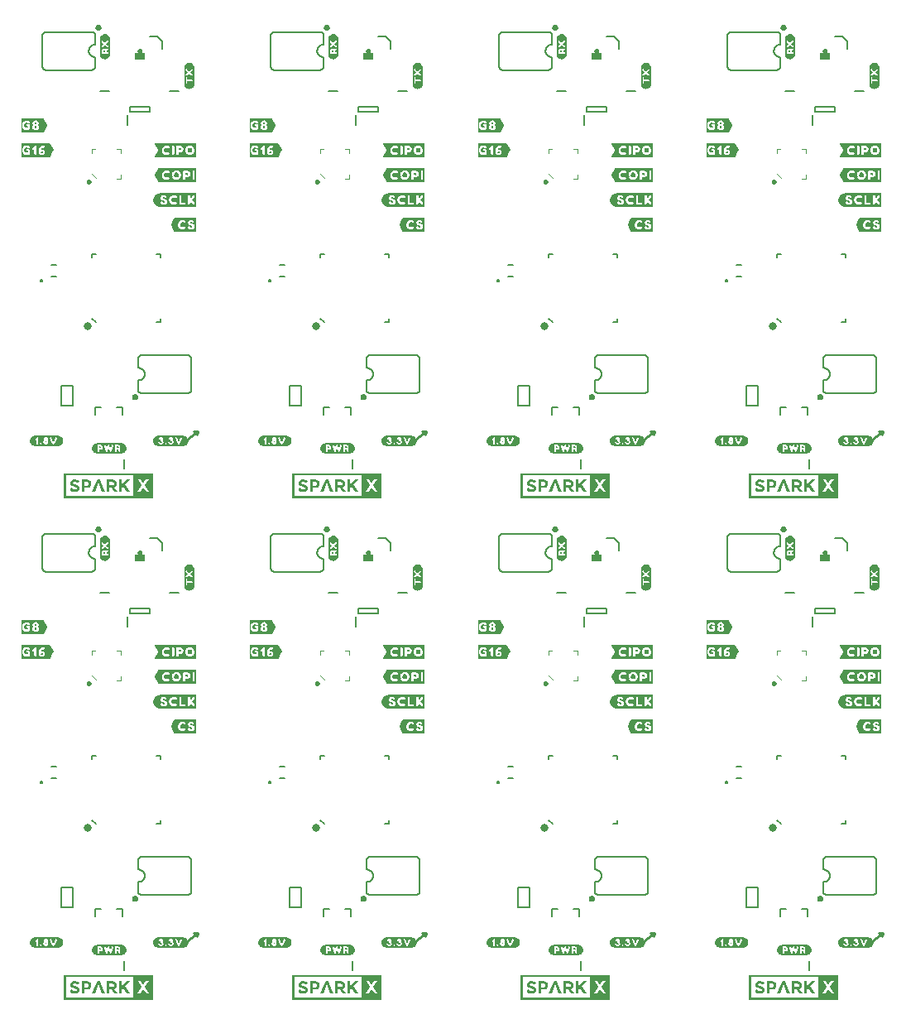
<source format=gto>
G04 EAGLE Gerber RS-274X export*
G75*
%MOMM*%
%FSLAX34Y34*%
%LPD*%
%INSilkscreen Top*%
%IPPOS*%
%AMOC8*
5,1,8,0,0,1.08239X$1,22.5*%
G01*
%ADD10C,0.254000*%
%ADD11C,0.203200*%
%ADD12C,0.824619*%
%ADD13C,0.250000*%
%ADD14C,0.100000*%
%ADD15C,0.200000*%
%ADD16C,0.152400*%

G36*
X861107Y525811D02*
X861107Y525811D01*
X861102Y525819D01*
X861109Y525825D01*
X861109Y551135D01*
X861073Y551183D01*
X861066Y551177D01*
X861060Y551185D01*
X769620Y551185D01*
X769573Y551149D01*
X769578Y551141D01*
X769571Y551135D01*
X769571Y525825D01*
X769607Y525777D01*
X769614Y525783D01*
X769620Y525775D01*
X861060Y525775D01*
X861107Y525811D01*
G37*
G36*
X393747Y525811D02*
X393747Y525811D01*
X393742Y525819D01*
X393749Y525825D01*
X393749Y551135D01*
X393713Y551183D01*
X393706Y551177D01*
X393700Y551185D01*
X302260Y551185D01*
X302213Y551149D01*
X302218Y551141D01*
X302211Y551135D01*
X302211Y525825D01*
X302247Y525777D01*
X302254Y525783D01*
X302260Y525775D01*
X393700Y525775D01*
X393747Y525811D01*
G37*
G36*
X627427Y525811D02*
X627427Y525811D01*
X627422Y525819D01*
X627429Y525825D01*
X627429Y551135D01*
X627393Y551183D01*
X627386Y551177D01*
X627380Y551185D01*
X535940Y551185D01*
X535893Y551149D01*
X535898Y551141D01*
X535891Y551135D01*
X535891Y525825D01*
X535927Y525777D01*
X535934Y525783D01*
X535940Y525775D01*
X627380Y525775D01*
X627427Y525811D01*
G37*
G36*
X160067Y525811D02*
X160067Y525811D01*
X160062Y525819D01*
X160069Y525825D01*
X160069Y551135D01*
X160033Y551183D01*
X160026Y551177D01*
X160020Y551185D01*
X68580Y551185D01*
X68533Y551149D01*
X68538Y551141D01*
X68531Y551135D01*
X68531Y525825D01*
X68567Y525777D01*
X68574Y525783D01*
X68580Y525775D01*
X160020Y525775D01*
X160067Y525811D01*
G37*
G36*
X861107Y12731D02*
X861107Y12731D01*
X861102Y12739D01*
X861109Y12745D01*
X861109Y38055D01*
X861073Y38103D01*
X861066Y38097D01*
X861060Y38105D01*
X769620Y38105D01*
X769573Y38069D01*
X769578Y38061D01*
X769571Y38055D01*
X769571Y12745D01*
X769607Y12697D01*
X769614Y12703D01*
X769620Y12695D01*
X861060Y12695D01*
X861107Y12731D01*
G37*
G36*
X627427Y12731D02*
X627427Y12731D01*
X627422Y12739D01*
X627429Y12745D01*
X627429Y38055D01*
X627393Y38103D01*
X627386Y38097D01*
X627380Y38105D01*
X535940Y38105D01*
X535893Y38069D01*
X535898Y38061D01*
X535891Y38055D01*
X535891Y12745D01*
X535927Y12697D01*
X535934Y12703D01*
X535940Y12695D01*
X627380Y12695D01*
X627427Y12731D01*
G37*
G36*
X160033Y38103D02*
X160033Y38103D01*
X160026Y38097D01*
X160020Y38105D01*
X68580Y38105D01*
X68533Y38069D01*
X68538Y38061D01*
X68531Y38055D01*
X68531Y12745D01*
X68567Y12697D01*
X68574Y12703D01*
X68580Y12695D01*
X160020Y12695D01*
X160067Y12731D01*
X160062Y12739D01*
X160069Y12745D01*
X160069Y38055D01*
X160033Y38103D01*
G37*
G36*
X393747Y12731D02*
X393747Y12731D01*
X393742Y12739D01*
X393749Y12745D01*
X393749Y38055D01*
X393713Y38103D01*
X393706Y38097D01*
X393700Y38105D01*
X302260Y38105D01*
X302213Y38069D01*
X302218Y38061D01*
X302211Y38055D01*
X302211Y12745D01*
X302247Y12697D01*
X302254Y12703D01*
X302260Y12695D01*
X393700Y12695D01*
X393747Y12731D01*
G37*
%LPC*%
G36*
X70979Y528224D02*
X70979Y528224D01*
X70979Y548736D01*
X139543Y548736D01*
X139543Y528224D01*
X70979Y528224D01*
G37*
%LPD*%
%LPC*%
G36*
X70979Y15144D02*
X70979Y15144D01*
X70979Y35656D01*
X139543Y35656D01*
X139543Y15144D01*
X70979Y15144D01*
G37*
%LPD*%
%LPC*%
G36*
X304659Y15144D02*
X304659Y15144D01*
X304659Y35656D01*
X373223Y35656D01*
X373223Y15144D01*
X304659Y15144D01*
G37*
%LPD*%
%LPC*%
G36*
X538339Y15144D02*
X538339Y15144D01*
X538339Y35656D01*
X606903Y35656D01*
X606903Y15144D01*
X538339Y15144D01*
G37*
%LPD*%
%LPC*%
G36*
X772019Y15144D02*
X772019Y15144D01*
X772019Y35656D01*
X840583Y35656D01*
X840583Y15144D01*
X772019Y15144D01*
G37*
%LPD*%
%LPC*%
G36*
X304659Y528224D02*
X304659Y528224D01*
X304659Y548736D01*
X373223Y548736D01*
X373223Y528224D01*
X304659Y528224D01*
G37*
%LPD*%
%LPC*%
G36*
X772019Y528224D02*
X772019Y528224D01*
X772019Y548736D01*
X840583Y548736D01*
X840583Y528224D01*
X772019Y528224D01*
G37*
%LPD*%
%LPC*%
G36*
X538339Y528224D02*
X538339Y528224D01*
X538339Y548736D01*
X606903Y548736D01*
X606903Y528224D01*
X538339Y528224D01*
G37*
%LPD*%
G36*
X203529Y310658D02*
X203529Y310658D01*
X203536Y310653D01*
X204136Y310853D01*
X204154Y310881D01*
X204158Y310884D01*
X204157Y310885D01*
X204166Y310897D01*
X204169Y310900D01*
X204169Y323700D01*
X204166Y323705D01*
X204169Y323708D01*
X204069Y324308D01*
X204025Y324349D01*
X204023Y324346D01*
X204020Y324349D01*
X166820Y324349D01*
X166814Y324344D01*
X166806Y324347D01*
X166802Y324335D01*
X166773Y324313D01*
X166778Y324307D01*
X166777Y324306D01*
X166786Y324294D01*
X166784Y324290D01*
X166762Y324326D01*
X166728Y324339D01*
X166720Y324349D01*
X166220Y324349D01*
X166216Y324346D01*
X166213Y324349D01*
X165513Y324249D01*
X165508Y324244D01*
X165504Y324247D01*
X164905Y324047D01*
X164206Y323847D01*
X164202Y323842D01*
X164198Y323844D01*
X162998Y323244D01*
X162995Y323237D01*
X162989Y323238D01*
X162489Y322838D01*
X162488Y322834D01*
X162485Y322835D01*
X161485Y321835D01*
X161485Y321831D01*
X161482Y321831D01*
X161082Y321331D01*
X161081Y321323D01*
X161076Y321322D01*
X160476Y320122D01*
X160476Y320120D01*
X160476Y320119D01*
X160477Y320117D01*
X160473Y320116D01*
X160273Y319516D01*
X160274Y319514D01*
X160273Y319514D01*
X160073Y318814D01*
X160075Y318809D01*
X160071Y318807D01*
X159971Y318107D01*
X159974Y318102D01*
X159971Y318100D01*
X159971Y316800D01*
X159974Y316796D01*
X159971Y316793D01*
X160071Y316093D01*
X160076Y316088D01*
X160073Y316084D01*
X160273Y315485D01*
X160473Y314786D01*
X160478Y314782D01*
X160476Y314778D01*
X160776Y314178D01*
X160780Y314176D01*
X160779Y314173D01*
X161179Y313573D01*
X161182Y313572D01*
X161182Y313569D01*
X161582Y313069D01*
X161586Y313068D01*
X161585Y313065D01*
X162085Y312565D01*
X162089Y312565D01*
X162089Y312562D01*
X163089Y311762D01*
X163093Y311761D01*
X163093Y311759D01*
X163693Y311359D01*
X163702Y311360D01*
X163704Y311353D01*
X164304Y311153D01*
X164306Y311154D01*
X164306Y311153D01*
X165005Y310953D01*
X165604Y310753D01*
X165611Y310755D01*
X165613Y310751D01*
X166313Y310651D01*
X166318Y310654D01*
X166320Y310651D01*
X203520Y310651D01*
X203529Y310658D01*
G37*
G36*
X670889Y310658D02*
X670889Y310658D01*
X670896Y310653D01*
X671496Y310853D01*
X671514Y310881D01*
X671518Y310884D01*
X671517Y310885D01*
X671526Y310897D01*
X671529Y310900D01*
X671529Y323700D01*
X671526Y323705D01*
X671529Y323708D01*
X671429Y324308D01*
X671385Y324349D01*
X671383Y324346D01*
X671380Y324349D01*
X634180Y324349D01*
X634174Y324344D01*
X634166Y324347D01*
X634162Y324335D01*
X634133Y324313D01*
X634138Y324307D01*
X634137Y324306D01*
X634146Y324294D01*
X634144Y324290D01*
X634122Y324326D01*
X634088Y324339D01*
X634080Y324349D01*
X633580Y324349D01*
X633576Y324346D01*
X633573Y324349D01*
X632873Y324249D01*
X632868Y324244D01*
X632864Y324247D01*
X632265Y324047D01*
X631566Y323847D01*
X631562Y323842D01*
X631558Y323844D01*
X630358Y323244D01*
X630355Y323237D01*
X630349Y323238D01*
X629849Y322838D01*
X629848Y322834D01*
X629845Y322835D01*
X628845Y321835D01*
X628845Y321831D01*
X628842Y321831D01*
X628442Y321331D01*
X628441Y321323D01*
X628436Y321322D01*
X627836Y320122D01*
X627836Y320120D01*
X627836Y320119D01*
X627837Y320117D01*
X627833Y320116D01*
X627633Y319516D01*
X627634Y319514D01*
X627633Y319514D01*
X627433Y318814D01*
X627435Y318809D01*
X627431Y318807D01*
X627331Y318107D01*
X627334Y318102D01*
X627331Y318100D01*
X627331Y316800D01*
X627334Y316796D01*
X627331Y316793D01*
X627431Y316093D01*
X627436Y316088D01*
X627433Y316084D01*
X627633Y315485D01*
X627833Y314786D01*
X627838Y314782D01*
X627836Y314778D01*
X628136Y314178D01*
X628140Y314176D01*
X628139Y314173D01*
X628539Y313573D01*
X628542Y313572D01*
X628542Y313569D01*
X628942Y313069D01*
X628946Y313068D01*
X628945Y313065D01*
X629445Y312565D01*
X629449Y312565D01*
X629449Y312562D01*
X630449Y311762D01*
X630453Y311761D01*
X630453Y311759D01*
X631053Y311359D01*
X631062Y311360D01*
X631064Y311353D01*
X631664Y311153D01*
X631666Y311154D01*
X631666Y311153D01*
X632365Y310953D01*
X632964Y310753D01*
X632971Y310755D01*
X632973Y310751D01*
X633673Y310651D01*
X633678Y310654D01*
X633680Y310651D01*
X670880Y310651D01*
X670889Y310658D01*
G37*
G36*
X904569Y823738D02*
X904569Y823738D01*
X904576Y823733D01*
X905176Y823933D01*
X905194Y823961D01*
X905198Y823964D01*
X905197Y823965D01*
X905206Y823977D01*
X905209Y823980D01*
X905209Y836780D01*
X905206Y836785D01*
X905209Y836788D01*
X905109Y837388D01*
X905065Y837429D01*
X905063Y837426D01*
X905060Y837429D01*
X867860Y837429D01*
X867854Y837424D01*
X867846Y837427D01*
X867842Y837415D01*
X867813Y837393D01*
X867818Y837387D01*
X867817Y837386D01*
X867826Y837374D01*
X867824Y837370D01*
X867802Y837406D01*
X867768Y837419D01*
X867760Y837429D01*
X867260Y837429D01*
X867256Y837426D01*
X867253Y837429D01*
X866553Y837329D01*
X866548Y837324D01*
X866544Y837327D01*
X865945Y837127D01*
X865246Y836927D01*
X865242Y836922D01*
X865238Y836924D01*
X864038Y836324D01*
X864035Y836317D01*
X864029Y836318D01*
X863529Y835918D01*
X863528Y835914D01*
X863525Y835915D01*
X862525Y834915D01*
X862525Y834911D01*
X862522Y834911D01*
X862122Y834411D01*
X862121Y834403D01*
X862116Y834402D01*
X861516Y833202D01*
X861516Y833200D01*
X861516Y833199D01*
X861517Y833197D01*
X861513Y833196D01*
X861313Y832596D01*
X861314Y832594D01*
X861313Y832594D01*
X861113Y831894D01*
X861115Y831889D01*
X861111Y831887D01*
X861011Y831187D01*
X861014Y831182D01*
X861011Y831180D01*
X861011Y829880D01*
X861014Y829876D01*
X861011Y829873D01*
X861111Y829173D01*
X861116Y829168D01*
X861113Y829164D01*
X861313Y828565D01*
X861513Y827866D01*
X861518Y827862D01*
X861516Y827858D01*
X861816Y827258D01*
X861820Y827256D01*
X861819Y827253D01*
X862219Y826653D01*
X862222Y826652D01*
X862222Y826649D01*
X862622Y826149D01*
X862626Y826148D01*
X862625Y826145D01*
X863125Y825645D01*
X863129Y825645D01*
X863129Y825642D01*
X864129Y824842D01*
X864133Y824841D01*
X864133Y824839D01*
X864733Y824439D01*
X864742Y824440D01*
X864744Y824433D01*
X865344Y824233D01*
X865346Y824234D01*
X865346Y824233D01*
X866045Y824033D01*
X866644Y823833D01*
X866651Y823835D01*
X866653Y823831D01*
X867353Y823731D01*
X867358Y823734D01*
X867360Y823731D01*
X904560Y823731D01*
X904569Y823738D01*
G37*
G36*
X203529Y823738D02*
X203529Y823738D01*
X203536Y823733D01*
X204136Y823933D01*
X204154Y823961D01*
X204158Y823964D01*
X204157Y823965D01*
X204166Y823977D01*
X204169Y823980D01*
X204169Y836780D01*
X204166Y836785D01*
X204169Y836788D01*
X204069Y837388D01*
X204025Y837429D01*
X204023Y837426D01*
X204020Y837429D01*
X166820Y837429D01*
X166814Y837424D01*
X166806Y837427D01*
X166802Y837415D01*
X166773Y837393D01*
X166778Y837387D01*
X166777Y837386D01*
X166786Y837374D01*
X166784Y837370D01*
X166762Y837406D01*
X166728Y837419D01*
X166720Y837429D01*
X166220Y837429D01*
X166216Y837426D01*
X166213Y837429D01*
X165513Y837329D01*
X165508Y837324D01*
X165504Y837327D01*
X164905Y837127D01*
X164206Y836927D01*
X164202Y836922D01*
X164198Y836924D01*
X162998Y836324D01*
X162995Y836317D01*
X162989Y836318D01*
X162489Y835918D01*
X162488Y835914D01*
X162485Y835915D01*
X161485Y834915D01*
X161485Y834911D01*
X161482Y834911D01*
X161082Y834411D01*
X161081Y834403D01*
X161076Y834402D01*
X160476Y833202D01*
X160476Y833200D01*
X160476Y833199D01*
X160477Y833197D01*
X160473Y833196D01*
X160273Y832596D01*
X160274Y832594D01*
X160273Y832594D01*
X160073Y831894D01*
X160075Y831889D01*
X160071Y831887D01*
X159971Y831187D01*
X159974Y831182D01*
X159971Y831180D01*
X159971Y829880D01*
X159974Y829876D01*
X159971Y829873D01*
X160071Y829173D01*
X160076Y829168D01*
X160073Y829164D01*
X160273Y828565D01*
X160473Y827866D01*
X160478Y827862D01*
X160476Y827858D01*
X160776Y827258D01*
X160780Y827256D01*
X160779Y827253D01*
X161179Y826653D01*
X161182Y826652D01*
X161182Y826649D01*
X161582Y826149D01*
X161586Y826148D01*
X161585Y826145D01*
X162085Y825645D01*
X162089Y825645D01*
X162089Y825642D01*
X163089Y824842D01*
X163093Y824841D01*
X163093Y824839D01*
X163693Y824439D01*
X163702Y824440D01*
X163704Y824433D01*
X164304Y824233D01*
X164306Y824234D01*
X164306Y824233D01*
X165005Y824033D01*
X165604Y823833D01*
X165611Y823835D01*
X165613Y823831D01*
X166313Y823731D01*
X166318Y823734D01*
X166320Y823731D01*
X203520Y823731D01*
X203529Y823738D01*
G37*
G36*
X437209Y823738D02*
X437209Y823738D01*
X437216Y823733D01*
X437816Y823933D01*
X437834Y823961D01*
X437838Y823964D01*
X437837Y823965D01*
X437846Y823977D01*
X437849Y823980D01*
X437849Y836780D01*
X437846Y836785D01*
X437849Y836788D01*
X437749Y837388D01*
X437705Y837429D01*
X437703Y837426D01*
X437700Y837429D01*
X400500Y837429D01*
X400494Y837424D01*
X400486Y837427D01*
X400482Y837415D01*
X400453Y837393D01*
X400458Y837387D01*
X400457Y837386D01*
X400466Y837374D01*
X400464Y837370D01*
X400442Y837406D01*
X400408Y837419D01*
X400400Y837429D01*
X399900Y837429D01*
X399896Y837426D01*
X399893Y837429D01*
X399193Y837329D01*
X399188Y837324D01*
X399184Y837327D01*
X398585Y837127D01*
X397886Y836927D01*
X397882Y836922D01*
X397878Y836924D01*
X396678Y836324D01*
X396675Y836317D01*
X396669Y836318D01*
X396169Y835918D01*
X396168Y835914D01*
X396165Y835915D01*
X395165Y834915D01*
X395165Y834911D01*
X395162Y834911D01*
X394762Y834411D01*
X394761Y834403D01*
X394756Y834402D01*
X394156Y833202D01*
X394156Y833200D01*
X394156Y833199D01*
X394157Y833197D01*
X394153Y833196D01*
X393953Y832596D01*
X393954Y832594D01*
X393953Y832594D01*
X393753Y831894D01*
X393755Y831889D01*
X393751Y831887D01*
X393651Y831187D01*
X393654Y831182D01*
X393651Y831180D01*
X393651Y829880D01*
X393654Y829876D01*
X393651Y829873D01*
X393751Y829173D01*
X393756Y829168D01*
X393753Y829164D01*
X393953Y828565D01*
X394153Y827866D01*
X394158Y827862D01*
X394156Y827858D01*
X394456Y827258D01*
X394460Y827256D01*
X394459Y827253D01*
X394859Y826653D01*
X394862Y826652D01*
X394862Y826649D01*
X395262Y826149D01*
X395266Y826148D01*
X395265Y826145D01*
X395765Y825645D01*
X395769Y825645D01*
X395769Y825642D01*
X396769Y824842D01*
X396773Y824841D01*
X396773Y824839D01*
X397373Y824439D01*
X397382Y824440D01*
X397384Y824433D01*
X397984Y824233D01*
X397986Y824234D01*
X397986Y824233D01*
X398685Y824033D01*
X399284Y823833D01*
X399291Y823835D01*
X399293Y823831D01*
X399993Y823731D01*
X399998Y823734D01*
X400000Y823731D01*
X437200Y823731D01*
X437209Y823738D01*
G37*
G36*
X670889Y823738D02*
X670889Y823738D01*
X670896Y823733D01*
X671496Y823933D01*
X671514Y823961D01*
X671518Y823964D01*
X671517Y823965D01*
X671526Y823977D01*
X671529Y823980D01*
X671529Y836780D01*
X671526Y836785D01*
X671529Y836788D01*
X671429Y837388D01*
X671385Y837429D01*
X671383Y837426D01*
X671380Y837429D01*
X634180Y837429D01*
X634174Y837424D01*
X634166Y837427D01*
X634162Y837415D01*
X634133Y837393D01*
X634138Y837387D01*
X634137Y837386D01*
X634146Y837374D01*
X634144Y837370D01*
X634122Y837406D01*
X634088Y837419D01*
X634080Y837429D01*
X633580Y837429D01*
X633576Y837426D01*
X633573Y837429D01*
X632873Y837329D01*
X632868Y837324D01*
X632864Y837327D01*
X632265Y837127D01*
X631566Y836927D01*
X631562Y836922D01*
X631558Y836924D01*
X630358Y836324D01*
X630355Y836317D01*
X630349Y836318D01*
X629849Y835918D01*
X629848Y835914D01*
X629845Y835915D01*
X628845Y834915D01*
X628845Y834911D01*
X628842Y834911D01*
X628442Y834411D01*
X628441Y834403D01*
X628436Y834402D01*
X627836Y833202D01*
X627836Y833200D01*
X627836Y833199D01*
X627837Y833197D01*
X627833Y833196D01*
X627633Y832596D01*
X627634Y832594D01*
X627633Y832594D01*
X627433Y831894D01*
X627435Y831889D01*
X627431Y831887D01*
X627331Y831187D01*
X627334Y831182D01*
X627331Y831180D01*
X627331Y829880D01*
X627334Y829876D01*
X627331Y829873D01*
X627431Y829173D01*
X627436Y829168D01*
X627433Y829164D01*
X627633Y828565D01*
X627833Y827866D01*
X627838Y827862D01*
X627836Y827858D01*
X628136Y827258D01*
X628140Y827256D01*
X628139Y827253D01*
X628539Y826653D01*
X628542Y826652D01*
X628542Y826649D01*
X628942Y826149D01*
X628946Y826148D01*
X628945Y826145D01*
X629445Y825645D01*
X629449Y825645D01*
X629449Y825642D01*
X630449Y824842D01*
X630453Y824841D01*
X630453Y824839D01*
X631053Y824439D01*
X631062Y824440D01*
X631064Y824433D01*
X631664Y824233D01*
X631666Y824234D01*
X631666Y824233D01*
X632365Y824033D01*
X632964Y823833D01*
X632971Y823835D01*
X632973Y823831D01*
X633673Y823731D01*
X633678Y823734D01*
X633680Y823731D01*
X670880Y823731D01*
X670889Y823738D01*
G37*
G36*
X437209Y310658D02*
X437209Y310658D01*
X437216Y310653D01*
X437816Y310853D01*
X437834Y310881D01*
X437838Y310884D01*
X437837Y310885D01*
X437846Y310897D01*
X437849Y310900D01*
X437849Y323700D01*
X437846Y323705D01*
X437849Y323708D01*
X437749Y324308D01*
X437705Y324349D01*
X437703Y324346D01*
X437700Y324349D01*
X400500Y324349D01*
X400494Y324344D01*
X400486Y324347D01*
X400482Y324335D01*
X400453Y324313D01*
X400458Y324307D01*
X400457Y324306D01*
X400466Y324294D01*
X400464Y324290D01*
X400442Y324326D01*
X400408Y324339D01*
X400400Y324349D01*
X399900Y324349D01*
X399896Y324346D01*
X399893Y324349D01*
X399193Y324249D01*
X399188Y324244D01*
X399184Y324247D01*
X398585Y324047D01*
X397886Y323847D01*
X397882Y323842D01*
X397878Y323844D01*
X396678Y323244D01*
X396675Y323237D01*
X396669Y323238D01*
X396169Y322838D01*
X396168Y322834D01*
X396165Y322835D01*
X395165Y321835D01*
X395165Y321831D01*
X395162Y321831D01*
X394762Y321331D01*
X394761Y321323D01*
X394756Y321322D01*
X394156Y320122D01*
X394156Y320120D01*
X394156Y320119D01*
X394157Y320117D01*
X394153Y320116D01*
X393953Y319516D01*
X393954Y319514D01*
X393953Y319514D01*
X393753Y318814D01*
X393755Y318809D01*
X393751Y318807D01*
X393651Y318107D01*
X393654Y318102D01*
X393651Y318100D01*
X393651Y316800D01*
X393654Y316796D01*
X393651Y316793D01*
X393751Y316093D01*
X393756Y316088D01*
X393753Y316084D01*
X393953Y315485D01*
X394153Y314786D01*
X394158Y314782D01*
X394156Y314778D01*
X394456Y314178D01*
X394460Y314176D01*
X394459Y314173D01*
X394859Y313573D01*
X394862Y313572D01*
X394862Y313569D01*
X395262Y313069D01*
X395266Y313068D01*
X395265Y313065D01*
X395765Y312565D01*
X395769Y312565D01*
X395769Y312562D01*
X396769Y311762D01*
X396773Y311761D01*
X396773Y311759D01*
X397373Y311359D01*
X397382Y311360D01*
X397384Y311353D01*
X397984Y311153D01*
X397986Y311154D01*
X397986Y311153D01*
X398685Y310953D01*
X399284Y310753D01*
X399291Y310755D01*
X399293Y310751D01*
X399993Y310651D01*
X399998Y310654D01*
X400000Y310651D01*
X437200Y310651D01*
X437209Y310658D01*
G37*
G36*
X904569Y310658D02*
X904569Y310658D01*
X904576Y310653D01*
X905176Y310853D01*
X905194Y310881D01*
X905198Y310884D01*
X905197Y310885D01*
X905206Y310897D01*
X905209Y310900D01*
X905209Y323700D01*
X905206Y323705D01*
X905209Y323708D01*
X905109Y324308D01*
X905065Y324349D01*
X905063Y324346D01*
X905060Y324349D01*
X867860Y324349D01*
X867854Y324344D01*
X867846Y324347D01*
X867842Y324335D01*
X867813Y324313D01*
X867818Y324307D01*
X867817Y324306D01*
X867826Y324294D01*
X867824Y324290D01*
X867802Y324326D01*
X867768Y324339D01*
X867760Y324349D01*
X867260Y324349D01*
X867256Y324346D01*
X867253Y324349D01*
X866553Y324249D01*
X866548Y324244D01*
X866544Y324247D01*
X865945Y324047D01*
X865246Y323847D01*
X865242Y323842D01*
X865238Y323844D01*
X864038Y323244D01*
X864035Y323237D01*
X864029Y323238D01*
X863529Y322838D01*
X863528Y322834D01*
X863525Y322835D01*
X862525Y321835D01*
X862525Y321831D01*
X862522Y321831D01*
X862122Y321331D01*
X862121Y321323D01*
X862116Y321322D01*
X861516Y320122D01*
X861516Y320120D01*
X861516Y320119D01*
X861517Y320117D01*
X861513Y320116D01*
X861313Y319516D01*
X861314Y319514D01*
X861313Y319514D01*
X861113Y318814D01*
X861115Y318809D01*
X861111Y318807D01*
X861011Y318107D01*
X861014Y318102D01*
X861011Y318100D01*
X861011Y316800D01*
X861014Y316796D01*
X861011Y316793D01*
X861111Y316093D01*
X861116Y316088D01*
X861113Y316084D01*
X861313Y315485D01*
X861513Y314786D01*
X861518Y314782D01*
X861516Y314778D01*
X861816Y314178D01*
X861820Y314176D01*
X861819Y314173D01*
X862219Y313573D01*
X862222Y313572D01*
X862222Y313569D01*
X862622Y313069D01*
X862626Y313068D01*
X862625Y313065D01*
X863125Y312565D01*
X863129Y312565D01*
X863129Y312562D01*
X864129Y311762D01*
X864133Y311761D01*
X864133Y311759D01*
X864733Y311359D01*
X864742Y311360D01*
X864744Y311353D01*
X865344Y311153D01*
X865346Y311154D01*
X865346Y311153D01*
X866045Y310953D01*
X866644Y310753D01*
X866651Y310755D01*
X866653Y310751D01*
X867353Y310651D01*
X867358Y310654D01*
X867360Y310651D01*
X904560Y310651D01*
X904569Y310658D01*
G37*
G36*
X436946Y874539D02*
X436946Y874539D01*
X436953Y874534D01*
X437453Y874734D01*
X437468Y874758D01*
X437475Y874764D01*
X437473Y874766D01*
X437478Y874775D01*
X437484Y874780D01*
X437484Y887680D01*
X437476Y887691D01*
X437481Y887698D01*
X437281Y888198D01*
X437240Y888223D01*
X437235Y888229D01*
X395335Y888229D01*
X395334Y888228D01*
X395333Y888229D01*
X395330Y888226D01*
X395288Y888193D01*
X395292Y888188D01*
X395290Y888186D01*
X395297Y888177D01*
X395288Y888164D01*
X395488Y887564D01*
X395493Y887561D01*
X395491Y887558D01*
X398484Y881572D01*
X398388Y880995D01*
X395391Y874902D01*
X395393Y874891D01*
X395391Y874889D01*
X395394Y874884D01*
X395398Y874864D01*
X395394Y874853D01*
X395594Y874553D01*
X395627Y874541D01*
X395635Y874531D01*
X436935Y874531D01*
X436946Y874539D01*
G37*
G36*
X904306Y874539D02*
X904306Y874539D01*
X904313Y874534D01*
X904813Y874734D01*
X904828Y874758D01*
X904835Y874764D01*
X904833Y874766D01*
X904838Y874775D01*
X904844Y874780D01*
X904844Y887680D01*
X904836Y887691D01*
X904841Y887698D01*
X904641Y888198D01*
X904600Y888223D01*
X904595Y888229D01*
X862695Y888229D01*
X862694Y888228D01*
X862693Y888229D01*
X862690Y888226D01*
X862648Y888193D01*
X862652Y888188D01*
X862650Y888186D01*
X862657Y888177D01*
X862648Y888164D01*
X862848Y887564D01*
X862853Y887561D01*
X862851Y887558D01*
X865844Y881572D01*
X865748Y880995D01*
X862751Y874902D01*
X862753Y874891D01*
X862751Y874889D01*
X862754Y874884D01*
X862758Y874864D01*
X862754Y874853D01*
X862954Y874553D01*
X862987Y874541D01*
X862995Y874531D01*
X904295Y874531D01*
X904306Y874539D01*
G37*
G36*
X203266Y874539D02*
X203266Y874539D01*
X203273Y874534D01*
X203773Y874734D01*
X203788Y874758D01*
X203795Y874764D01*
X203793Y874766D01*
X203798Y874775D01*
X203804Y874780D01*
X203804Y887680D01*
X203796Y887691D01*
X203801Y887698D01*
X203601Y888198D01*
X203560Y888223D01*
X203555Y888229D01*
X161655Y888229D01*
X161654Y888228D01*
X161653Y888229D01*
X161650Y888226D01*
X161608Y888193D01*
X161612Y888188D01*
X161610Y888186D01*
X161617Y888177D01*
X161608Y888164D01*
X161808Y887564D01*
X161813Y887561D01*
X161811Y887558D01*
X164804Y881572D01*
X164708Y880995D01*
X161711Y874902D01*
X161713Y874891D01*
X161711Y874889D01*
X161714Y874884D01*
X161718Y874864D01*
X161714Y874853D01*
X161914Y874553D01*
X161947Y874541D01*
X161955Y874531D01*
X203255Y874531D01*
X203266Y874539D01*
G37*
G36*
X670626Y874539D02*
X670626Y874539D01*
X670633Y874534D01*
X671133Y874734D01*
X671148Y874758D01*
X671155Y874764D01*
X671153Y874766D01*
X671158Y874775D01*
X671164Y874780D01*
X671164Y887680D01*
X671156Y887691D01*
X671161Y887698D01*
X670961Y888198D01*
X670920Y888223D01*
X670915Y888229D01*
X629015Y888229D01*
X629014Y888228D01*
X629013Y888229D01*
X629010Y888226D01*
X628968Y888193D01*
X628972Y888188D01*
X628970Y888186D01*
X628977Y888177D01*
X628968Y888164D01*
X629168Y887564D01*
X629173Y887561D01*
X629171Y887558D01*
X632164Y881572D01*
X632068Y880995D01*
X629071Y874902D01*
X629073Y874891D01*
X629071Y874889D01*
X629074Y874884D01*
X629078Y874864D01*
X629074Y874853D01*
X629274Y874553D01*
X629307Y874541D01*
X629315Y874531D01*
X670615Y874531D01*
X670626Y874539D01*
G37*
G36*
X203266Y361459D02*
X203266Y361459D01*
X203273Y361454D01*
X203773Y361654D01*
X203788Y361678D01*
X203795Y361684D01*
X203793Y361687D01*
X203798Y361695D01*
X203804Y361700D01*
X203804Y374600D01*
X203796Y374611D01*
X203801Y374618D01*
X203601Y375118D01*
X203560Y375143D01*
X203555Y375149D01*
X161655Y375149D01*
X161654Y375148D01*
X161653Y375149D01*
X161650Y375146D01*
X161608Y375113D01*
X161612Y375108D01*
X161610Y375106D01*
X161617Y375097D01*
X161608Y375084D01*
X161808Y374484D01*
X161813Y374481D01*
X161811Y374478D01*
X164804Y368492D01*
X164708Y367915D01*
X161711Y361822D01*
X161713Y361811D01*
X161711Y361809D01*
X161714Y361804D01*
X161718Y361784D01*
X161714Y361773D01*
X161914Y361473D01*
X161947Y361461D01*
X161955Y361451D01*
X203255Y361451D01*
X203266Y361459D01*
G37*
G36*
X436946Y361459D02*
X436946Y361459D01*
X436953Y361454D01*
X437453Y361654D01*
X437468Y361678D01*
X437475Y361684D01*
X437473Y361687D01*
X437478Y361695D01*
X437484Y361700D01*
X437484Y374600D01*
X437476Y374611D01*
X437481Y374618D01*
X437281Y375118D01*
X437240Y375143D01*
X437235Y375149D01*
X395335Y375149D01*
X395334Y375148D01*
X395333Y375149D01*
X395330Y375146D01*
X395288Y375113D01*
X395292Y375108D01*
X395290Y375106D01*
X395297Y375097D01*
X395288Y375084D01*
X395488Y374484D01*
X395493Y374481D01*
X395491Y374478D01*
X398484Y368492D01*
X398388Y367915D01*
X395391Y361822D01*
X395393Y361811D01*
X395391Y361809D01*
X395394Y361804D01*
X395398Y361784D01*
X395394Y361773D01*
X395594Y361473D01*
X395627Y361461D01*
X395635Y361451D01*
X436935Y361451D01*
X436946Y361459D01*
G37*
G36*
X670626Y361459D02*
X670626Y361459D01*
X670633Y361454D01*
X671133Y361654D01*
X671148Y361678D01*
X671155Y361684D01*
X671153Y361687D01*
X671158Y361695D01*
X671164Y361700D01*
X671164Y374600D01*
X671156Y374611D01*
X671161Y374618D01*
X670961Y375118D01*
X670920Y375143D01*
X670915Y375149D01*
X629015Y375149D01*
X629014Y375148D01*
X629013Y375149D01*
X629010Y375146D01*
X628968Y375113D01*
X628972Y375108D01*
X628970Y375106D01*
X628977Y375097D01*
X628968Y375084D01*
X629168Y374484D01*
X629173Y374481D01*
X629171Y374478D01*
X632164Y368492D01*
X632068Y367915D01*
X629071Y361822D01*
X629073Y361811D01*
X629071Y361809D01*
X629074Y361804D01*
X629078Y361784D01*
X629074Y361773D01*
X629274Y361473D01*
X629307Y361461D01*
X629315Y361451D01*
X670615Y361451D01*
X670626Y361459D01*
G37*
G36*
X904306Y361459D02*
X904306Y361459D01*
X904313Y361454D01*
X904813Y361654D01*
X904828Y361678D01*
X904835Y361684D01*
X904833Y361687D01*
X904838Y361695D01*
X904844Y361700D01*
X904844Y374600D01*
X904836Y374611D01*
X904841Y374618D01*
X904641Y375118D01*
X904600Y375143D01*
X904595Y375149D01*
X862695Y375149D01*
X862694Y375148D01*
X862693Y375149D01*
X862690Y375146D01*
X862648Y375113D01*
X862652Y375108D01*
X862650Y375106D01*
X862657Y375097D01*
X862648Y375084D01*
X862848Y374484D01*
X862853Y374481D01*
X862851Y374478D01*
X865844Y368492D01*
X865748Y367915D01*
X862751Y361822D01*
X862753Y361811D01*
X862751Y361809D01*
X862754Y361804D01*
X862758Y361784D01*
X862754Y361773D01*
X862954Y361473D01*
X862987Y361461D01*
X862995Y361451D01*
X904295Y361451D01*
X904306Y361459D01*
G37*
G36*
X203266Y336059D02*
X203266Y336059D01*
X203273Y336054D01*
X203773Y336254D01*
X203788Y336278D01*
X203795Y336284D01*
X203793Y336287D01*
X203798Y336295D01*
X203804Y336300D01*
X203804Y349200D01*
X203796Y349211D01*
X203801Y349218D01*
X203601Y349718D01*
X203560Y349743D01*
X203555Y349749D01*
X165055Y349749D01*
X165027Y349728D01*
X165014Y349727D01*
X164614Y349127D01*
X164614Y349123D01*
X164611Y349122D01*
X161611Y343122D01*
X161613Y343110D01*
X161609Y343107D01*
X161614Y343100D01*
X161606Y343092D01*
X161706Y342492D01*
X161714Y342484D01*
X161711Y342478D01*
X164811Y336378D01*
X164828Y336369D01*
X164830Y336358D01*
X165330Y336058D01*
X165348Y336060D01*
X165355Y336051D01*
X203255Y336051D01*
X203266Y336059D01*
G37*
G36*
X670626Y336059D02*
X670626Y336059D01*
X670633Y336054D01*
X671133Y336254D01*
X671148Y336278D01*
X671155Y336284D01*
X671153Y336287D01*
X671158Y336295D01*
X671164Y336300D01*
X671164Y349200D01*
X671156Y349211D01*
X671161Y349218D01*
X670961Y349718D01*
X670920Y349743D01*
X670915Y349749D01*
X632415Y349749D01*
X632387Y349728D01*
X632374Y349727D01*
X631974Y349127D01*
X631974Y349123D01*
X631971Y349122D01*
X628971Y343122D01*
X628973Y343110D01*
X628969Y343107D01*
X628974Y343100D01*
X628966Y343092D01*
X629066Y342492D01*
X629074Y342484D01*
X629071Y342478D01*
X632171Y336378D01*
X632188Y336369D01*
X632190Y336358D01*
X632690Y336058D01*
X632708Y336060D01*
X632715Y336051D01*
X670615Y336051D01*
X670626Y336059D01*
G37*
G36*
X436946Y336059D02*
X436946Y336059D01*
X436953Y336054D01*
X437453Y336254D01*
X437468Y336278D01*
X437475Y336284D01*
X437473Y336287D01*
X437478Y336295D01*
X437484Y336300D01*
X437484Y349200D01*
X437476Y349211D01*
X437481Y349218D01*
X437281Y349718D01*
X437240Y349743D01*
X437235Y349749D01*
X398735Y349749D01*
X398707Y349728D01*
X398694Y349727D01*
X398294Y349127D01*
X398294Y349123D01*
X398291Y349122D01*
X395291Y343122D01*
X395293Y343110D01*
X395289Y343107D01*
X395294Y343100D01*
X395286Y343092D01*
X395386Y342492D01*
X395394Y342484D01*
X395391Y342478D01*
X398491Y336378D01*
X398508Y336369D01*
X398510Y336358D01*
X399010Y336058D01*
X399028Y336060D01*
X399035Y336051D01*
X436935Y336051D01*
X436946Y336059D01*
G37*
G36*
X904306Y336059D02*
X904306Y336059D01*
X904313Y336054D01*
X904813Y336254D01*
X904828Y336278D01*
X904835Y336284D01*
X904833Y336287D01*
X904838Y336295D01*
X904844Y336300D01*
X904844Y349200D01*
X904836Y349211D01*
X904841Y349218D01*
X904641Y349718D01*
X904600Y349743D01*
X904595Y349749D01*
X866095Y349749D01*
X866067Y349728D01*
X866054Y349727D01*
X865654Y349127D01*
X865654Y349123D01*
X865651Y349122D01*
X862651Y343122D01*
X862653Y343110D01*
X862649Y343107D01*
X862654Y343100D01*
X862646Y343092D01*
X862746Y342492D01*
X862754Y342484D01*
X862751Y342478D01*
X865851Y336378D01*
X865868Y336369D01*
X865870Y336358D01*
X866370Y336058D01*
X866388Y336060D01*
X866395Y336051D01*
X904295Y336051D01*
X904306Y336059D01*
G37*
G36*
X203266Y849139D02*
X203266Y849139D01*
X203273Y849134D01*
X203773Y849334D01*
X203788Y849358D01*
X203795Y849364D01*
X203793Y849367D01*
X203798Y849375D01*
X203804Y849380D01*
X203804Y862280D01*
X203796Y862291D01*
X203801Y862298D01*
X203601Y862798D01*
X203560Y862823D01*
X203555Y862829D01*
X165055Y862829D01*
X165027Y862808D01*
X165014Y862807D01*
X164614Y862207D01*
X164614Y862203D01*
X164611Y862202D01*
X161611Y856202D01*
X161613Y856190D01*
X161609Y856187D01*
X161614Y856180D01*
X161606Y856172D01*
X161706Y855572D01*
X161714Y855564D01*
X161711Y855558D01*
X164811Y849458D01*
X164828Y849449D01*
X164830Y849438D01*
X165330Y849138D01*
X165348Y849140D01*
X165355Y849131D01*
X203255Y849131D01*
X203266Y849139D01*
G37*
G36*
X436946Y849139D02*
X436946Y849139D01*
X436953Y849134D01*
X437453Y849334D01*
X437468Y849358D01*
X437475Y849364D01*
X437473Y849367D01*
X437478Y849375D01*
X437484Y849380D01*
X437484Y862280D01*
X437476Y862291D01*
X437481Y862298D01*
X437281Y862798D01*
X437240Y862823D01*
X437235Y862829D01*
X398735Y862829D01*
X398707Y862808D01*
X398694Y862807D01*
X398294Y862207D01*
X398294Y862203D01*
X398291Y862202D01*
X395291Y856202D01*
X395293Y856190D01*
X395289Y856187D01*
X395294Y856180D01*
X395286Y856172D01*
X395386Y855572D01*
X395394Y855564D01*
X395391Y855558D01*
X398491Y849458D01*
X398508Y849449D01*
X398510Y849438D01*
X399010Y849138D01*
X399028Y849140D01*
X399035Y849131D01*
X436935Y849131D01*
X436946Y849139D01*
G37*
G36*
X670626Y849139D02*
X670626Y849139D01*
X670633Y849134D01*
X671133Y849334D01*
X671148Y849358D01*
X671155Y849364D01*
X671153Y849367D01*
X671158Y849375D01*
X671164Y849380D01*
X671164Y862280D01*
X671156Y862291D01*
X671161Y862298D01*
X670961Y862798D01*
X670920Y862823D01*
X670915Y862829D01*
X632415Y862829D01*
X632387Y862808D01*
X632374Y862807D01*
X631974Y862207D01*
X631974Y862203D01*
X631971Y862202D01*
X628971Y856202D01*
X628973Y856190D01*
X628969Y856187D01*
X628974Y856180D01*
X628966Y856172D01*
X629066Y855572D01*
X629074Y855564D01*
X629071Y855558D01*
X632171Y849458D01*
X632188Y849449D01*
X632190Y849438D01*
X632690Y849138D01*
X632708Y849140D01*
X632715Y849131D01*
X670615Y849131D01*
X670626Y849139D01*
G37*
G36*
X904306Y849139D02*
X904306Y849139D01*
X904313Y849134D01*
X904813Y849334D01*
X904828Y849358D01*
X904835Y849364D01*
X904833Y849367D01*
X904838Y849375D01*
X904844Y849380D01*
X904844Y862280D01*
X904836Y862291D01*
X904841Y862298D01*
X904641Y862798D01*
X904600Y862823D01*
X904595Y862829D01*
X866095Y862829D01*
X866067Y862808D01*
X866054Y862807D01*
X865654Y862207D01*
X865654Y862203D01*
X865651Y862202D01*
X862651Y856202D01*
X862653Y856190D01*
X862649Y856187D01*
X862654Y856180D01*
X862646Y856172D01*
X862746Y855572D01*
X862754Y855564D01*
X862751Y855558D01*
X865851Y849458D01*
X865868Y849449D01*
X865870Y849438D01*
X866370Y849138D01*
X866388Y849140D01*
X866395Y849131D01*
X904295Y849131D01*
X904306Y849139D01*
G37*
G36*
X521271Y361459D02*
X521271Y361459D01*
X521278Y361454D01*
X521778Y361654D01*
X521791Y361676D01*
X521804Y361678D01*
X524804Y367778D01*
X525104Y368378D01*
X525104Y368381D01*
X525105Y368382D01*
X525103Y368384D01*
X525098Y368410D01*
X525104Y368423D01*
X521704Y375023D01*
X521674Y375037D01*
X521668Y375049D01*
X521068Y375149D01*
X521063Y375146D01*
X521060Y375149D01*
X492660Y375149D01*
X492613Y375113D01*
X492616Y375109D01*
X492613Y375106D01*
X492615Y375103D01*
X492611Y375100D01*
X492611Y362000D01*
X492615Y361994D01*
X492612Y361990D01*
X492712Y361490D01*
X492756Y361451D01*
X492758Y361453D01*
X492760Y361451D01*
X521260Y361451D01*
X521271Y361459D01*
G37*
G36*
X53911Y361459D02*
X53911Y361459D01*
X53918Y361454D01*
X54418Y361654D01*
X54431Y361676D01*
X54444Y361678D01*
X57444Y367778D01*
X57744Y368378D01*
X57744Y368381D01*
X57745Y368382D01*
X57743Y368384D01*
X57738Y368410D01*
X57744Y368423D01*
X54344Y375023D01*
X54314Y375037D01*
X54308Y375049D01*
X53708Y375149D01*
X53703Y375146D01*
X53700Y375149D01*
X25300Y375149D01*
X25253Y375113D01*
X25256Y375109D01*
X25253Y375106D01*
X25255Y375103D01*
X25251Y375100D01*
X25251Y362000D01*
X25255Y361994D01*
X25252Y361990D01*
X25352Y361490D01*
X25396Y361451D01*
X25398Y361453D01*
X25400Y361451D01*
X53900Y361451D01*
X53911Y361459D01*
G37*
G36*
X754951Y361459D02*
X754951Y361459D01*
X754958Y361454D01*
X755458Y361654D01*
X755471Y361676D01*
X755484Y361678D01*
X758484Y367778D01*
X758784Y368378D01*
X758784Y368381D01*
X758785Y368382D01*
X758783Y368384D01*
X758778Y368410D01*
X758784Y368423D01*
X755384Y375023D01*
X755354Y375037D01*
X755348Y375049D01*
X754748Y375149D01*
X754743Y375146D01*
X754740Y375149D01*
X726340Y375149D01*
X726293Y375113D01*
X726296Y375109D01*
X726293Y375106D01*
X726295Y375103D01*
X726291Y375100D01*
X726291Y362000D01*
X726295Y361994D01*
X726292Y361990D01*
X726392Y361490D01*
X726436Y361451D01*
X726438Y361453D01*
X726440Y361451D01*
X754940Y361451D01*
X754951Y361459D01*
G37*
G36*
X287591Y361459D02*
X287591Y361459D01*
X287598Y361454D01*
X288098Y361654D01*
X288111Y361676D01*
X288124Y361678D01*
X291124Y367778D01*
X291424Y368378D01*
X291424Y368381D01*
X291425Y368382D01*
X291423Y368384D01*
X291418Y368410D01*
X291424Y368423D01*
X288024Y375023D01*
X287994Y375037D01*
X287988Y375049D01*
X287388Y375149D01*
X287383Y375146D01*
X287380Y375149D01*
X258980Y375149D01*
X258933Y375113D01*
X258936Y375109D01*
X258933Y375106D01*
X258935Y375103D01*
X258931Y375100D01*
X258931Y362000D01*
X258935Y361994D01*
X258932Y361990D01*
X259032Y361490D01*
X259076Y361451D01*
X259078Y361453D01*
X259080Y361451D01*
X287580Y361451D01*
X287591Y361459D01*
G37*
G36*
X53911Y874539D02*
X53911Y874539D01*
X53918Y874534D01*
X54418Y874734D01*
X54431Y874756D01*
X54444Y874758D01*
X57444Y880858D01*
X57744Y881458D01*
X57744Y881461D01*
X57745Y881462D01*
X57743Y881464D01*
X57738Y881490D01*
X57744Y881503D01*
X54344Y888103D01*
X54314Y888117D01*
X54308Y888129D01*
X53708Y888229D01*
X53703Y888226D01*
X53700Y888229D01*
X25300Y888229D01*
X25253Y888193D01*
X25256Y888189D01*
X25253Y888186D01*
X25255Y888183D01*
X25251Y888180D01*
X25251Y875080D01*
X25255Y875074D01*
X25252Y875070D01*
X25352Y874570D01*
X25396Y874531D01*
X25398Y874533D01*
X25400Y874531D01*
X53900Y874531D01*
X53911Y874539D01*
G37*
G36*
X521271Y874539D02*
X521271Y874539D01*
X521278Y874534D01*
X521778Y874734D01*
X521791Y874756D01*
X521804Y874758D01*
X524804Y880858D01*
X525104Y881458D01*
X525104Y881461D01*
X525105Y881462D01*
X525103Y881464D01*
X525098Y881490D01*
X525104Y881503D01*
X521704Y888103D01*
X521674Y888117D01*
X521668Y888129D01*
X521068Y888229D01*
X521063Y888226D01*
X521060Y888229D01*
X492660Y888229D01*
X492613Y888193D01*
X492616Y888189D01*
X492613Y888186D01*
X492615Y888183D01*
X492611Y888180D01*
X492611Y875080D01*
X492615Y875074D01*
X492612Y875070D01*
X492712Y874570D01*
X492756Y874531D01*
X492758Y874533D01*
X492760Y874531D01*
X521260Y874531D01*
X521271Y874539D01*
G37*
G36*
X287591Y874539D02*
X287591Y874539D01*
X287598Y874534D01*
X288098Y874734D01*
X288111Y874756D01*
X288124Y874758D01*
X291124Y880858D01*
X291424Y881458D01*
X291424Y881461D01*
X291425Y881462D01*
X291423Y881464D01*
X291418Y881490D01*
X291424Y881503D01*
X288024Y888103D01*
X287994Y888117D01*
X287988Y888129D01*
X287388Y888229D01*
X287383Y888226D01*
X287380Y888229D01*
X258980Y888229D01*
X258933Y888193D01*
X258936Y888189D01*
X258933Y888186D01*
X258935Y888183D01*
X258931Y888180D01*
X258931Y875080D01*
X258935Y875074D01*
X258932Y875070D01*
X259032Y874570D01*
X259076Y874531D01*
X259078Y874533D01*
X259080Y874531D01*
X287580Y874531D01*
X287591Y874539D01*
G37*
G36*
X754951Y874539D02*
X754951Y874539D01*
X754958Y874534D01*
X755458Y874734D01*
X755471Y874756D01*
X755484Y874758D01*
X758484Y880858D01*
X758784Y881458D01*
X758784Y881461D01*
X758785Y881462D01*
X758783Y881464D01*
X758778Y881490D01*
X758784Y881503D01*
X755384Y888103D01*
X755354Y888117D01*
X755348Y888129D01*
X754748Y888229D01*
X754743Y888226D01*
X754740Y888229D01*
X726340Y888229D01*
X726293Y888193D01*
X726296Y888189D01*
X726293Y888186D01*
X726295Y888183D01*
X726291Y888180D01*
X726291Y875080D01*
X726295Y875074D01*
X726292Y875070D01*
X726392Y874570D01*
X726436Y874531D01*
X726438Y874533D01*
X726440Y874531D01*
X754940Y874531D01*
X754951Y874539D01*
G37*
G36*
X424986Y579055D02*
X424986Y579055D01*
X424990Y579052D01*
X425990Y579252D01*
X425994Y579257D01*
X425998Y579254D01*
X426498Y579454D01*
X426500Y579457D01*
X426502Y579456D01*
X426902Y579656D01*
X426903Y579659D01*
X426905Y579658D01*
X427405Y579958D01*
X427407Y579961D01*
X427410Y579961D01*
X427810Y580261D01*
X427811Y580266D01*
X427815Y580265D01*
X428515Y580965D01*
X428516Y580970D01*
X428519Y580970D01*
X428819Y581370D01*
X428819Y581377D01*
X428824Y581378D01*
X429023Y581777D01*
X429322Y582275D01*
X429321Y582283D01*
X429328Y582288D01*
X429327Y582289D01*
X429328Y582290D01*
X429628Y583790D01*
X429625Y583797D01*
X429629Y583800D01*
X429629Y584800D01*
X429625Y584806D01*
X429628Y584810D01*
X429428Y585810D01*
X429421Y585816D01*
X429424Y585822D01*
X429225Y586220D01*
X429026Y586718D01*
X429018Y586723D01*
X429019Y586730D01*
X428419Y587530D01*
X428414Y587531D01*
X428415Y587535D01*
X427715Y588235D01*
X427706Y588236D01*
X427705Y588242D01*
X427208Y588541D01*
X426810Y588839D01*
X426800Y588839D01*
X426798Y588846D01*
X426298Y589046D01*
X426292Y589044D01*
X426290Y589048D01*
X425791Y589148D01*
X425392Y589248D01*
X425389Y589247D01*
X425388Y589249D01*
X424788Y589349D01*
X424783Y589346D01*
X424780Y589349D01*
X398480Y589349D01*
X398470Y589342D01*
X398459Y589344D01*
X398456Y589331D01*
X398434Y589314D01*
X398416Y589334D01*
X398389Y589338D01*
X398385Y589344D01*
X398384Y589344D01*
X398380Y589349D01*
X398080Y589349D01*
X398074Y589345D01*
X398070Y589348D01*
X397070Y589148D01*
X397066Y589143D01*
X397062Y589146D01*
X396062Y588746D01*
X396060Y588743D01*
X396058Y588744D01*
X395658Y588544D01*
X395655Y588538D01*
X395650Y588539D01*
X395250Y588239D01*
X395249Y588234D01*
X395245Y588235D01*
X394145Y587135D01*
X394143Y587121D01*
X394134Y587118D01*
X393935Y586620D01*
X393736Y586222D01*
X393737Y586219D01*
X393734Y586218D01*
X393534Y585718D01*
X393535Y585715D01*
X393533Y585713D01*
X393534Y585711D01*
X393532Y585710D01*
X393332Y584710D01*
X393335Y584703D01*
X393331Y584700D01*
X393331Y583700D01*
X393335Y583694D01*
X393332Y583690D01*
X393532Y582690D01*
X393537Y582686D01*
X393534Y582682D01*
X393734Y582182D01*
X393737Y582180D01*
X393736Y582178D01*
X393936Y581778D01*
X393939Y581777D01*
X393938Y581775D01*
X394238Y581275D01*
X394241Y581273D01*
X394241Y581270D01*
X394541Y580870D01*
X394546Y580869D01*
X394545Y580865D01*
X395245Y580165D01*
X395250Y580164D01*
X395250Y580161D01*
X395650Y579861D01*
X395657Y579861D01*
X395658Y579856D01*
X396058Y579656D01*
X396061Y579657D01*
X396062Y579654D01*
X397062Y579254D01*
X397068Y579256D01*
X397070Y579252D01*
X398070Y579052D01*
X398077Y579055D01*
X398080Y579051D01*
X424980Y579051D01*
X424986Y579055D01*
G37*
G36*
X191306Y579055D02*
X191306Y579055D01*
X191310Y579052D01*
X192310Y579252D01*
X192314Y579257D01*
X192318Y579254D01*
X192818Y579454D01*
X192820Y579457D01*
X192822Y579456D01*
X193222Y579656D01*
X193223Y579659D01*
X193225Y579658D01*
X193725Y579958D01*
X193727Y579961D01*
X193730Y579961D01*
X194130Y580261D01*
X194131Y580266D01*
X194135Y580265D01*
X194835Y580965D01*
X194836Y580970D01*
X194839Y580970D01*
X195139Y581370D01*
X195139Y581377D01*
X195144Y581378D01*
X195343Y581777D01*
X195642Y582275D01*
X195641Y582283D01*
X195648Y582288D01*
X195647Y582289D01*
X195648Y582290D01*
X195948Y583790D01*
X195945Y583797D01*
X195949Y583800D01*
X195949Y584800D01*
X195945Y584806D01*
X195948Y584810D01*
X195748Y585810D01*
X195741Y585816D01*
X195744Y585822D01*
X195545Y586220D01*
X195346Y586718D01*
X195338Y586723D01*
X195339Y586730D01*
X194739Y587530D01*
X194734Y587531D01*
X194735Y587535D01*
X194035Y588235D01*
X194026Y588236D01*
X194025Y588242D01*
X193528Y588541D01*
X193130Y588839D01*
X193120Y588839D01*
X193118Y588846D01*
X192618Y589046D01*
X192612Y589044D01*
X192610Y589048D01*
X192111Y589148D01*
X191712Y589248D01*
X191709Y589247D01*
X191708Y589249D01*
X191108Y589349D01*
X191103Y589346D01*
X191100Y589349D01*
X164800Y589349D01*
X164790Y589342D01*
X164779Y589344D01*
X164776Y589331D01*
X164754Y589314D01*
X164736Y589334D01*
X164709Y589338D01*
X164705Y589344D01*
X164704Y589344D01*
X164700Y589349D01*
X164400Y589349D01*
X164394Y589345D01*
X164390Y589348D01*
X163390Y589148D01*
X163386Y589143D01*
X163382Y589146D01*
X162382Y588746D01*
X162380Y588743D01*
X162378Y588744D01*
X161978Y588544D01*
X161975Y588538D01*
X161970Y588539D01*
X161570Y588239D01*
X161569Y588234D01*
X161565Y588235D01*
X160465Y587135D01*
X160463Y587121D01*
X160454Y587118D01*
X160255Y586620D01*
X160056Y586222D01*
X160057Y586219D01*
X160054Y586218D01*
X159854Y585718D01*
X159855Y585715D01*
X159853Y585713D01*
X159854Y585711D01*
X159852Y585710D01*
X159652Y584710D01*
X159655Y584703D01*
X159651Y584700D01*
X159651Y583700D01*
X159655Y583694D01*
X159652Y583690D01*
X159852Y582690D01*
X159857Y582686D01*
X159854Y582682D01*
X160054Y582182D01*
X160057Y582180D01*
X160056Y582178D01*
X160256Y581778D01*
X160259Y581777D01*
X160258Y581775D01*
X160558Y581275D01*
X160561Y581273D01*
X160561Y581270D01*
X160861Y580870D01*
X160866Y580869D01*
X160865Y580865D01*
X161565Y580165D01*
X161570Y580164D01*
X161570Y580161D01*
X161970Y579861D01*
X161977Y579861D01*
X161978Y579856D01*
X162378Y579656D01*
X162381Y579657D01*
X162382Y579654D01*
X163382Y579254D01*
X163388Y579256D01*
X163390Y579252D01*
X164390Y579052D01*
X164397Y579055D01*
X164400Y579051D01*
X191300Y579051D01*
X191306Y579055D01*
G37*
G36*
X658666Y579055D02*
X658666Y579055D01*
X658670Y579052D01*
X659670Y579252D01*
X659674Y579257D01*
X659678Y579254D01*
X660178Y579454D01*
X660180Y579457D01*
X660182Y579456D01*
X660582Y579656D01*
X660583Y579659D01*
X660585Y579658D01*
X661085Y579958D01*
X661087Y579961D01*
X661090Y579961D01*
X661490Y580261D01*
X661491Y580266D01*
X661495Y580265D01*
X662195Y580965D01*
X662196Y580970D01*
X662199Y580970D01*
X662499Y581370D01*
X662499Y581377D01*
X662504Y581378D01*
X662703Y581777D01*
X663002Y582275D01*
X663001Y582283D01*
X663008Y582288D01*
X663007Y582289D01*
X663008Y582290D01*
X663308Y583790D01*
X663305Y583797D01*
X663309Y583800D01*
X663309Y584800D01*
X663305Y584806D01*
X663308Y584810D01*
X663108Y585810D01*
X663101Y585816D01*
X663104Y585822D01*
X662905Y586220D01*
X662706Y586718D01*
X662698Y586723D01*
X662699Y586730D01*
X662099Y587530D01*
X662094Y587531D01*
X662095Y587535D01*
X661395Y588235D01*
X661386Y588236D01*
X661385Y588242D01*
X660888Y588541D01*
X660490Y588839D01*
X660480Y588839D01*
X660478Y588846D01*
X659978Y589046D01*
X659972Y589044D01*
X659970Y589048D01*
X659471Y589148D01*
X659072Y589248D01*
X659069Y589247D01*
X659068Y589249D01*
X658468Y589349D01*
X658463Y589346D01*
X658460Y589349D01*
X632160Y589349D01*
X632150Y589342D01*
X632139Y589344D01*
X632136Y589331D01*
X632114Y589314D01*
X632096Y589334D01*
X632069Y589338D01*
X632065Y589344D01*
X632064Y589344D01*
X632060Y589349D01*
X631760Y589349D01*
X631754Y589345D01*
X631750Y589348D01*
X630750Y589148D01*
X630746Y589143D01*
X630742Y589146D01*
X629742Y588746D01*
X629740Y588743D01*
X629738Y588744D01*
X629338Y588544D01*
X629335Y588538D01*
X629330Y588539D01*
X628930Y588239D01*
X628929Y588234D01*
X628925Y588235D01*
X627825Y587135D01*
X627823Y587121D01*
X627814Y587118D01*
X627615Y586620D01*
X627416Y586222D01*
X627417Y586219D01*
X627414Y586218D01*
X627214Y585718D01*
X627215Y585715D01*
X627213Y585713D01*
X627214Y585711D01*
X627212Y585710D01*
X627012Y584710D01*
X627015Y584703D01*
X627011Y584700D01*
X627011Y583700D01*
X627015Y583694D01*
X627012Y583690D01*
X627212Y582690D01*
X627217Y582686D01*
X627214Y582682D01*
X627414Y582182D01*
X627417Y582180D01*
X627416Y582178D01*
X627616Y581778D01*
X627619Y581777D01*
X627618Y581775D01*
X627918Y581275D01*
X627921Y581273D01*
X627921Y581270D01*
X628221Y580870D01*
X628226Y580869D01*
X628225Y580865D01*
X628925Y580165D01*
X628930Y580164D01*
X628930Y580161D01*
X629330Y579861D01*
X629337Y579861D01*
X629338Y579856D01*
X629738Y579656D01*
X629741Y579657D01*
X629742Y579654D01*
X630742Y579254D01*
X630748Y579256D01*
X630750Y579252D01*
X631750Y579052D01*
X631757Y579055D01*
X631760Y579051D01*
X658660Y579051D01*
X658666Y579055D01*
G37*
G36*
X892346Y579055D02*
X892346Y579055D01*
X892350Y579052D01*
X893350Y579252D01*
X893354Y579257D01*
X893358Y579254D01*
X893858Y579454D01*
X893860Y579457D01*
X893862Y579456D01*
X894262Y579656D01*
X894263Y579659D01*
X894265Y579658D01*
X894765Y579958D01*
X894767Y579961D01*
X894770Y579961D01*
X895170Y580261D01*
X895171Y580266D01*
X895175Y580265D01*
X895875Y580965D01*
X895876Y580970D01*
X895879Y580970D01*
X896179Y581370D01*
X896179Y581377D01*
X896184Y581378D01*
X896383Y581777D01*
X896682Y582275D01*
X896681Y582283D01*
X896688Y582288D01*
X896687Y582289D01*
X896688Y582290D01*
X896988Y583790D01*
X896985Y583797D01*
X896989Y583800D01*
X896989Y584800D01*
X896985Y584806D01*
X896988Y584810D01*
X896788Y585810D01*
X896781Y585816D01*
X896784Y585822D01*
X896585Y586220D01*
X896386Y586718D01*
X896378Y586723D01*
X896379Y586730D01*
X895779Y587530D01*
X895774Y587531D01*
X895775Y587535D01*
X895075Y588235D01*
X895066Y588236D01*
X895065Y588242D01*
X894568Y588541D01*
X894170Y588839D01*
X894160Y588839D01*
X894158Y588846D01*
X893658Y589046D01*
X893652Y589044D01*
X893650Y589048D01*
X893151Y589148D01*
X892752Y589248D01*
X892749Y589247D01*
X892748Y589249D01*
X892148Y589349D01*
X892143Y589346D01*
X892140Y589349D01*
X865840Y589349D01*
X865830Y589342D01*
X865819Y589344D01*
X865816Y589331D01*
X865794Y589314D01*
X865776Y589334D01*
X865749Y589338D01*
X865745Y589344D01*
X865744Y589344D01*
X865740Y589349D01*
X865440Y589349D01*
X865434Y589345D01*
X865430Y589348D01*
X864430Y589148D01*
X864426Y589143D01*
X864422Y589146D01*
X863422Y588746D01*
X863420Y588743D01*
X863418Y588744D01*
X863018Y588544D01*
X863015Y588538D01*
X863010Y588539D01*
X862610Y588239D01*
X862609Y588234D01*
X862605Y588235D01*
X861505Y587135D01*
X861503Y587121D01*
X861494Y587118D01*
X861295Y586620D01*
X861096Y586222D01*
X861097Y586219D01*
X861094Y586218D01*
X860894Y585718D01*
X860895Y585715D01*
X860893Y585713D01*
X860894Y585711D01*
X860892Y585710D01*
X860692Y584710D01*
X860695Y584703D01*
X860691Y584700D01*
X860691Y583700D01*
X860695Y583694D01*
X860692Y583690D01*
X860892Y582690D01*
X860897Y582686D01*
X860894Y582682D01*
X861094Y582182D01*
X861097Y582180D01*
X861096Y582178D01*
X861296Y581778D01*
X861299Y581777D01*
X861298Y581775D01*
X861598Y581275D01*
X861601Y581273D01*
X861601Y581270D01*
X861901Y580870D01*
X861906Y580869D01*
X861905Y580865D01*
X862605Y580165D01*
X862610Y580164D01*
X862610Y580161D01*
X863010Y579861D01*
X863017Y579861D01*
X863018Y579856D01*
X863418Y579656D01*
X863421Y579657D01*
X863422Y579654D01*
X864422Y579254D01*
X864428Y579256D01*
X864430Y579252D01*
X865430Y579052D01*
X865437Y579055D01*
X865440Y579051D01*
X892340Y579051D01*
X892346Y579055D01*
G37*
G36*
X658666Y65975D02*
X658666Y65975D01*
X658670Y65972D01*
X659670Y66172D01*
X659674Y66177D01*
X659678Y66174D01*
X660178Y66374D01*
X660180Y66377D01*
X660182Y66376D01*
X660582Y66576D01*
X660583Y66579D01*
X660585Y66578D01*
X661085Y66878D01*
X661087Y66881D01*
X661090Y66881D01*
X661490Y67181D01*
X661491Y67186D01*
X661495Y67185D01*
X662195Y67885D01*
X662196Y67890D01*
X662199Y67890D01*
X662499Y68290D01*
X662499Y68297D01*
X662504Y68298D01*
X662703Y68697D01*
X663002Y69195D01*
X663001Y69203D01*
X663008Y69208D01*
X663007Y69209D01*
X663008Y69210D01*
X663308Y70710D01*
X663305Y70717D01*
X663309Y70720D01*
X663309Y71720D01*
X663305Y71726D01*
X663308Y71730D01*
X663108Y72730D01*
X663101Y72736D01*
X663104Y72742D01*
X662905Y73140D01*
X662706Y73638D01*
X662698Y73643D01*
X662699Y73650D01*
X662099Y74450D01*
X662094Y74451D01*
X662095Y74455D01*
X661395Y75155D01*
X661386Y75156D01*
X661385Y75162D01*
X660888Y75461D01*
X660490Y75759D01*
X660480Y75759D01*
X660478Y75766D01*
X659978Y75966D01*
X659972Y75964D01*
X659970Y75968D01*
X659471Y76068D01*
X659072Y76168D01*
X659069Y76167D01*
X659068Y76169D01*
X658468Y76269D01*
X658463Y76266D01*
X658460Y76269D01*
X632160Y76269D01*
X632150Y76262D01*
X632139Y76264D01*
X632136Y76251D01*
X632114Y76234D01*
X632096Y76254D01*
X632069Y76258D01*
X632065Y76264D01*
X632064Y76264D01*
X632060Y76269D01*
X631760Y76269D01*
X631754Y76265D01*
X631750Y76268D01*
X630750Y76068D01*
X630746Y76063D01*
X630742Y76066D01*
X629742Y75666D01*
X629740Y75663D01*
X629738Y75664D01*
X629338Y75464D01*
X629335Y75458D01*
X629330Y75459D01*
X628930Y75159D01*
X628929Y75154D01*
X628925Y75155D01*
X627825Y74055D01*
X627823Y74041D01*
X627814Y74038D01*
X627615Y73540D01*
X627416Y73142D01*
X627417Y73139D01*
X627414Y73138D01*
X627214Y72638D01*
X627215Y72635D01*
X627213Y72633D01*
X627214Y72631D01*
X627212Y72630D01*
X627012Y71630D01*
X627015Y71623D01*
X627011Y71620D01*
X627011Y70620D01*
X627015Y70614D01*
X627012Y70610D01*
X627212Y69610D01*
X627217Y69606D01*
X627214Y69602D01*
X627414Y69102D01*
X627417Y69100D01*
X627416Y69098D01*
X627616Y68698D01*
X627619Y68697D01*
X627618Y68695D01*
X627918Y68195D01*
X627921Y68193D01*
X627921Y68190D01*
X628221Y67790D01*
X628226Y67789D01*
X628225Y67785D01*
X628925Y67085D01*
X628930Y67084D01*
X628930Y67081D01*
X629330Y66781D01*
X629337Y66781D01*
X629338Y66776D01*
X629738Y66576D01*
X629741Y66577D01*
X629742Y66574D01*
X630742Y66174D01*
X630748Y66176D01*
X630750Y66172D01*
X631750Y65972D01*
X631757Y65975D01*
X631760Y65971D01*
X658660Y65971D01*
X658666Y65975D01*
G37*
G36*
X424986Y65975D02*
X424986Y65975D01*
X424990Y65972D01*
X425990Y66172D01*
X425994Y66177D01*
X425998Y66174D01*
X426498Y66374D01*
X426500Y66377D01*
X426502Y66376D01*
X426902Y66576D01*
X426903Y66579D01*
X426905Y66578D01*
X427405Y66878D01*
X427407Y66881D01*
X427410Y66881D01*
X427810Y67181D01*
X427811Y67186D01*
X427815Y67185D01*
X428515Y67885D01*
X428516Y67890D01*
X428519Y67890D01*
X428819Y68290D01*
X428819Y68297D01*
X428824Y68298D01*
X429023Y68697D01*
X429322Y69195D01*
X429321Y69203D01*
X429328Y69208D01*
X429327Y69209D01*
X429328Y69210D01*
X429628Y70710D01*
X429625Y70717D01*
X429629Y70720D01*
X429629Y71720D01*
X429625Y71726D01*
X429628Y71730D01*
X429428Y72730D01*
X429421Y72736D01*
X429424Y72742D01*
X429225Y73140D01*
X429026Y73638D01*
X429018Y73643D01*
X429019Y73650D01*
X428419Y74450D01*
X428414Y74451D01*
X428415Y74455D01*
X427715Y75155D01*
X427706Y75156D01*
X427705Y75162D01*
X427208Y75461D01*
X426810Y75759D01*
X426800Y75759D01*
X426798Y75766D01*
X426298Y75966D01*
X426292Y75964D01*
X426290Y75968D01*
X425791Y76068D01*
X425392Y76168D01*
X425389Y76167D01*
X425388Y76169D01*
X424788Y76269D01*
X424783Y76266D01*
X424780Y76269D01*
X398480Y76269D01*
X398470Y76262D01*
X398459Y76264D01*
X398456Y76251D01*
X398434Y76234D01*
X398416Y76254D01*
X398389Y76258D01*
X398385Y76264D01*
X398384Y76264D01*
X398380Y76269D01*
X398080Y76269D01*
X398074Y76265D01*
X398070Y76268D01*
X397070Y76068D01*
X397066Y76063D01*
X397062Y76066D01*
X396062Y75666D01*
X396060Y75663D01*
X396058Y75664D01*
X395658Y75464D01*
X395655Y75458D01*
X395650Y75459D01*
X395250Y75159D01*
X395249Y75154D01*
X395245Y75155D01*
X394145Y74055D01*
X394143Y74041D01*
X394134Y74038D01*
X393935Y73540D01*
X393736Y73142D01*
X393737Y73139D01*
X393734Y73138D01*
X393534Y72638D01*
X393535Y72635D01*
X393533Y72633D01*
X393534Y72631D01*
X393532Y72630D01*
X393332Y71630D01*
X393335Y71623D01*
X393331Y71620D01*
X393331Y70620D01*
X393335Y70614D01*
X393332Y70610D01*
X393532Y69610D01*
X393537Y69606D01*
X393534Y69602D01*
X393734Y69102D01*
X393737Y69100D01*
X393736Y69098D01*
X393936Y68698D01*
X393939Y68697D01*
X393938Y68695D01*
X394238Y68195D01*
X394241Y68193D01*
X394241Y68190D01*
X394541Y67790D01*
X394546Y67789D01*
X394545Y67785D01*
X395245Y67085D01*
X395250Y67084D01*
X395250Y67081D01*
X395650Y66781D01*
X395657Y66781D01*
X395658Y66776D01*
X396058Y66576D01*
X396061Y66577D01*
X396062Y66574D01*
X397062Y66174D01*
X397068Y66176D01*
X397070Y66172D01*
X398070Y65972D01*
X398077Y65975D01*
X398080Y65971D01*
X424980Y65971D01*
X424986Y65975D01*
G37*
G36*
X892346Y65975D02*
X892346Y65975D01*
X892350Y65972D01*
X893350Y66172D01*
X893354Y66177D01*
X893358Y66174D01*
X893858Y66374D01*
X893860Y66377D01*
X893862Y66376D01*
X894262Y66576D01*
X894263Y66579D01*
X894265Y66578D01*
X894765Y66878D01*
X894767Y66881D01*
X894770Y66881D01*
X895170Y67181D01*
X895171Y67186D01*
X895175Y67185D01*
X895875Y67885D01*
X895876Y67890D01*
X895879Y67890D01*
X896179Y68290D01*
X896179Y68297D01*
X896184Y68298D01*
X896383Y68697D01*
X896682Y69195D01*
X896681Y69203D01*
X896688Y69208D01*
X896687Y69209D01*
X896688Y69210D01*
X896988Y70710D01*
X896985Y70717D01*
X896989Y70720D01*
X896989Y71720D01*
X896985Y71726D01*
X896988Y71730D01*
X896788Y72730D01*
X896781Y72736D01*
X896784Y72742D01*
X896585Y73140D01*
X896386Y73638D01*
X896378Y73643D01*
X896379Y73650D01*
X895779Y74450D01*
X895774Y74451D01*
X895775Y74455D01*
X895075Y75155D01*
X895066Y75156D01*
X895065Y75162D01*
X894568Y75461D01*
X894170Y75759D01*
X894160Y75759D01*
X894158Y75766D01*
X893658Y75966D01*
X893652Y75964D01*
X893650Y75968D01*
X893151Y76068D01*
X892752Y76168D01*
X892749Y76167D01*
X892748Y76169D01*
X892148Y76269D01*
X892143Y76266D01*
X892140Y76269D01*
X865840Y76269D01*
X865830Y76262D01*
X865819Y76264D01*
X865816Y76251D01*
X865794Y76234D01*
X865776Y76254D01*
X865749Y76258D01*
X865745Y76264D01*
X865744Y76264D01*
X865740Y76269D01*
X865440Y76269D01*
X865434Y76265D01*
X865430Y76268D01*
X864430Y76068D01*
X864426Y76063D01*
X864422Y76066D01*
X863422Y75666D01*
X863420Y75663D01*
X863418Y75664D01*
X863018Y75464D01*
X863015Y75458D01*
X863010Y75459D01*
X862610Y75159D01*
X862609Y75154D01*
X862605Y75155D01*
X861505Y74055D01*
X861503Y74041D01*
X861494Y74038D01*
X861295Y73540D01*
X861096Y73142D01*
X861097Y73139D01*
X861094Y73138D01*
X860894Y72638D01*
X860895Y72635D01*
X860893Y72633D01*
X860894Y72631D01*
X860892Y72630D01*
X860692Y71630D01*
X860695Y71623D01*
X860691Y71620D01*
X860691Y70620D01*
X860695Y70614D01*
X860692Y70610D01*
X860892Y69610D01*
X860897Y69606D01*
X860894Y69602D01*
X861094Y69102D01*
X861097Y69100D01*
X861096Y69098D01*
X861296Y68698D01*
X861299Y68697D01*
X861298Y68695D01*
X861598Y68195D01*
X861601Y68193D01*
X861601Y68190D01*
X861901Y67790D01*
X861906Y67789D01*
X861905Y67785D01*
X862605Y67085D01*
X862610Y67084D01*
X862610Y67081D01*
X863010Y66781D01*
X863017Y66781D01*
X863018Y66776D01*
X863418Y66576D01*
X863421Y66577D01*
X863422Y66574D01*
X864422Y66174D01*
X864428Y66176D01*
X864430Y66172D01*
X865430Y65972D01*
X865437Y65975D01*
X865440Y65971D01*
X892340Y65971D01*
X892346Y65975D01*
G37*
G36*
X191306Y65975D02*
X191306Y65975D01*
X191310Y65972D01*
X192310Y66172D01*
X192314Y66177D01*
X192318Y66174D01*
X192818Y66374D01*
X192820Y66377D01*
X192822Y66376D01*
X193222Y66576D01*
X193223Y66579D01*
X193225Y66578D01*
X193725Y66878D01*
X193727Y66881D01*
X193730Y66881D01*
X194130Y67181D01*
X194131Y67186D01*
X194135Y67185D01*
X194835Y67885D01*
X194836Y67890D01*
X194839Y67890D01*
X195139Y68290D01*
X195139Y68297D01*
X195144Y68298D01*
X195343Y68697D01*
X195642Y69195D01*
X195641Y69203D01*
X195648Y69208D01*
X195647Y69209D01*
X195648Y69210D01*
X195948Y70710D01*
X195945Y70717D01*
X195949Y70720D01*
X195949Y71720D01*
X195945Y71726D01*
X195948Y71730D01*
X195748Y72730D01*
X195741Y72736D01*
X195744Y72742D01*
X195545Y73140D01*
X195346Y73638D01*
X195338Y73643D01*
X195339Y73650D01*
X194739Y74450D01*
X194734Y74451D01*
X194735Y74455D01*
X194035Y75155D01*
X194026Y75156D01*
X194025Y75162D01*
X193528Y75461D01*
X193130Y75759D01*
X193120Y75759D01*
X193118Y75766D01*
X192618Y75966D01*
X192612Y75964D01*
X192610Y75968D01*
X192111Y76068D01*
X191712Y76168D01*
X191709Y76167D01*
X191708Y76169D01*
X191108Y76269D01*
X191103Y76266D01*
X191100Y76269D01*
X164800Y76269D01*
X164790Y76262D01*
X164779Y76264D01*
X164776Y76251D01*
X164754Y76234D01*
X164736Y76254D01*
X164709Y76258D01*
X164705Y76264D01*
X164704Y76264D01*
X164700Y76269D01*
X164400Y76269D01*
X164394Y76265D01*
X164390Y76268D01*
X163390Y76068D01*
X163386Y76063D01*
X163382Y76066D01*
X162382Y75666D01*
X162380Y75663D01*
X162378Y75664D01*
X161978Y75464D01*
X161975Y75458D01*
X161970Y75459D01*
X161570Y75159D01*
X161569Y75154D01*
X161565Y75155D01*
X160465Y74055D01*
X160463Y74041D01*
X160454Y74038D01*
X160255Y73540D01*
X160056Y73142D01*
X160057Y73139D01*
X160054Y73138D01*
X159854Y72638D01*
X159855Y72635D01*
X159853Y72633D01*
X159854Y72631D01*
X159852Y72630D01*
X159652Y71630D01*
X159655Y71623D01*
X159651Y71620D01*
X159651Y70620D01*
X159655Y70614D01*
X159652Y70610D01*
X159852Y69610D01*
X159857Y69606D01*
X159854Y69602D01*
X160054Y69102D01*
X160057Y69100D01*
X160056Y69098D01*
X160256Y68698D01*
X160259Y68697D01*
X160258Y68695D01*
X160558Y68195D01*
X160561Y68193D01*
X160561Y68190D01*
X160861Y67790D01*
X160866Y67789D01*
X160865Y67785D01*
X161565Y67085D01*
X161570Y67084D01*
X161570Y67081D01*
X161970Y66781D01*
X161977Y66781D01*
X161978Y66776D01*
X162378Y66576D01*
X162381Y66577D01*
X162382Y66574D01*
X163382Y66174D01*
X163388Y66176D01*
X163390Y66172D01*
X164390Y65972D01*
X164397Y65975D01*
X164400Y65971D01*
X191300Y65971D01*
X191306Y65975D01*
G37*
G36*
X828981Y58355D02*
X828981Y58355D01*
X828985Y58352D01*
X829985Y58552D01*
X829989Y58557D01*
X829993Y58554D01*
X830993Y58954D01*
X830998Y58962D01*
X831005Y58961D01*
X832205Y59861D01*
X832207Y59870D01*
X832214Y59870D01*
X833114Y61070D01*
X833114Y61080D01*
X833121Y61082D01*
X833521Y62082D01*
X833519Y62088D01*
X833523Y62090D01*
X833623Y62590D01*
X833620Y62597D01*
X833624Y62600D01*
X833624Y63095D01*
X833723Y63590D01*
X833717Y63603D01*
X833723Y63610D01*
X833423Y65110D01*
X833418Y65114D01*
X833421Y65118D01*
X833221Y65618D01*
X833218Y65620D01*
X833219Y65622D01*
X833019Y66022D01*
X833013Y66025D01*
X833014Y66030D01*
X832414Y66830D01*
X832409Y66831D01*
X832410Y66835D01*
X831710Y67535D01*
X831701Y67536D01*
X831700Y67542D01*
X831203Y67841D01*
X830805Y68139D01*
X830795Y68139D01*
X830793Y68146D01*
X830293Y68346D01*
X830287Y68344D01*
X830285Y68348D01*
X828785Y68648D01*
X828778Y68645D01*
X828775Y68649D01*
X803075Y68649D01*
X803070Y68646D01*
X803067Y68649D01*
X802467Y68549D01*
X802465Y68546D01*
X802463Y68548D01*
X802063Y68448D01*
X802060Y68444D01*
X802057Y68446D01*
X801057Y68046D01*
X801055Y68043D01*
X801053Y68044D01*
X800653Y67844D01*
X800650Y67838D01*
X800645Y67839D01*
X800245Y67539D01*
X800244Y67534D01*
X800240Y67535D01*
X799843Y67137D01*
X799445Y66839D01*
X799443Y66830D01*
X799436Y66830D01*
X799136Y66430D01*
X799136Y66420D01*
X799129Y66418D01*
X798932Y65924D01*
X798636Y65530D01*
X798636Y65514D01*
X798627Y65510D01*
X798528Y65014D01*
X798329Y64518D01*
X798333Y64505D01*
X798326Y64500D01*
X798326Y64005D01*
X798227Y63510D01*
X798233Y63497D01*
X798227Y63490D01*
X798527Y61990D01*
X798532Y61986D01*
X798529Y61982D01*
X798929Y60982D01*
X798932Y60980D01*
X798931Y60978D01*
X799131Y60578D01*
X799141Y60573D01*
X799140Y60565D01*
X799538Y60168D01*
X799836Y59770D01*
X799845Y59768D01*
X799845Y59761D01*
X800645Y59161D01*
X800652Y59161D01*
X800653Y59156D01*
X801053Y58956D01*
X801056Y58957D01*
X801057Y58954D01*
X802057Y58554D01*
X802063Y58556D01*
X802065Y58552D01*
X803065Y58352D01*
X803072Y58355D01*
X803075Y58351D01*
X828975Y58351D01*
X828981Y58355D01*
G37*
G36*
X361621Y58355D02*
X361621Y58355D01*
X361625Y58352D01*
X362625Y58552D01*
X362629Y58557D01*
X362633Y58554D01*
X363633Y58954D01*
X363638Y58962D01*
X363645Y58961D01*
X364845Y59861D01*
X364847Y59870D01*
X364854Y59870D01*
X365754Y61070D01*
X365754Y61080D01*
X365761Y61082D01*
X366161Y62082D01*
X366159Y62088D01*
X366163Y62090D01*
X366263Y62590D01*
X366260Y62597D01*
X366264Y62600D01*
X366264Y63095D01*
X366363Y63590D01*
X366357Y63603D01*
X366363Y63610D01*
X366063Y65110D01*
X366058Y65114D01*
X366061Y65118D01*
X365861Y65618D01*
X365858Y65620D01*
X365859Y65622D01*
X365659Y66022D01*
X365653Y66025D01*
X365654Y66030D01*
X365054Y66830D01*
X365049Y66831D01*
X365050Y66835D01*
X364350Y67535D01*
X364341Y67536D01*
X364340Y67542D01*
X363843Y67841D01*
X363445Y68139D01*
X363435Y68139D01*
X363433Y68146D01*
X362933Y68346D01*
X362927Y68344D01*
X362925Y68348D01*
X361425Y68648D01*
X361418Y68645D01*
X361415Y68649D01*
X335715Y68649D01*
X335710Y68646D01*
X335707Y68649D01*
X335107Y68549D01*
X335105Y68546D01*
X335103Y68548D01*
X334703Y68448D01*
X334700Y68444D01*
X334697Y68446D01*
X333697Y68046D01*
X333695Y68043D01*
X333693Y68044D01*
X333293Y67844D01*
X333290Y67838D01*
X333285Y67839D01*
X332885Y67539D01*
X332884Y67534D01*
X332880Y67535D01*
X332483Y67137D01*
X332085Y66839D01*
X332083Y66830D01*
X332076Y66830D01*
X331776Y66430D01*
X331776Y66420D01*
X331769Y66418D01*
X331572Y65924D01*
X331276Y65530D01*
X331276Y65514D01*
X331267Y65510D01*
X331168Y65014D01*
X330969Y64518D01*
X330973Y64505D01*
X330966Y64500D01*
X330966Y64005D01*
X330867Y63510D01*
X330873Y63497D01*
X330867Y63490D01*
X331167Y61990D01*
X331172Y61986D01*
X331169Y61982D01*
X331569Y60982D01*
X331572Y60980D01*
X331571Y60978D01*
X331771Y60578D01*
X331781Y60573D01*
X331780Y60565D01*
X332178Y60168D01*
X332476Y59770D01*
X332485Y59768D01*
X332485Y59761D01*
X333285Y59161D01*
X333292Y59161D01*
X333293Y59156D01*
X333693Y58956D01*
X333696Y58957D01*
X333697Y58954D01*
X334697Y58554D01*
X334703Y58556D01*
X334705Y58552D01*
X335705Y58352D01*
X335712Y58355D01*
X335715Y58351D01*
X361615Y58351D01*
X361621Y58355D01*
G37*
G36*
X595301Y58355D02*
X595301Y58355D01*
X595305Y58352D01*
X596305Y58552D01*
X596309Y58557D01*
X596313Y58554D01*
X597313Y58954D01*
X597318Y58962D01*
X597325Y58961D01*
X598525Y59861D01*
X598527Y59870D01*
X598534Y59870D01*
X599434Y61070D01*
X599434Y61080D01*
X599441Y61082D01*
X599841Y62082D01*
X599839Y62088D01*
X599843Y62090D01*
X599943Y62590D01*
X599940Y62597D01*
X599944Y62600D01*
X599944Y63095D01*
X600043Y63590D01*
X600037Y63603D01*
X600043Y63610D01*
X599743Y65110D01*
X599738Y65114D01*
X599741Y65118D01*
X599541Y65618D01*
X599538Y65620D01*
X599539Y65622D01*
X599339Y66022D01*
X599333Y66025D01*
X599334Y66030D01*
X598734Y66830D01*
X598729Y66831D01*
X598730Y66835D01*
X598030Y67535D01*
X598021Y67536D01*
X598020Y67542D01*
X597523Y67841D01*
X597125Y68139D01*
X597115Y68139D01*
X597113Y68146D01*
X596613Y68346D01*
X596607Y68344D01*
X596605Y68348D01*
X595105Y68648D01*
X595098Y68645D01*
X595095Y68649D01*
X569395Y68649D01*
X569390Y68646D01*
X569387Y68649D01*
X568787Y68549D01*
X568785Y68546D01*
X568783Y68548D01*
X568383Y68448D01*
X568380Y68444D01*
X568377Y68446D01*
X567377Y68046D01*
X567375Y68043D01*
X567373Y68044D01*
X566973Y67844D01*
X566970Y67838D01*
X566965Y67839D01*
X566565Y67539D01*
X566564Y67534D01*
X566560Y67535D01*
X566163Y67137D01*
X565765Y66839D01*
X565763Y66830D01*
X565756Y66830D01*
X565456Y66430D01*
X565456Y66420D01*
X565449Y66418D01*
X565252Y65924D01*
X564956Y65530D01*
X564956Y65514D01*
X564947Y65510D01*
X564848Y65014D01*
X564649Y64518D01*
X564653Y64505D01*
X564646Y64500D01*
X564646Y64005D01*
X564547Y63510D01*
X564553Y63497D01*
X564547Y63490D01*
X564847Y61990D01*
X564852Y61986D01*
X564849Y61982D01*
X565249Y60982D01*
X565252Y60980D01*
X565251Y60978D01*
X565451Y60578D01*
X565461Y60573D01*
X565460Y60565D01*
X565858Y60168D01*
X566156Y59770D01*
X566165Y59768D01*
X566165Y59761D01*
X566965Y59161D01*
X566972Y59161D01*
X566973Y59156D01*
X567373Y58956D01*
X567376Y58957D01*
X567377Y58954D01*
X568377Y58554D01*
X568383Y58556D01*
X568385Y58552D01*
X569385Y58352D01*
X569392Y58355D01*
X569395Y58351D01*
X595295Y58351D01*
X595301Y58355D01*
G37*
G36*
X361621Y571435D02*
X361621Y571435D01*
X361625Y571432D01*
X362625Y571632D01*
X362629Y571637D01*
X362633Y571634D01*
X363633Y572034D01*
X363638Y572042D01*
X363645Y572041D01*
X364845Y572941D01*
X364847Y572950D01*
X364854Y572950D01*
X365754Y574150D01*
X365754Y574160D01*
X365761Y574162D01*
X366161Y575162D01*
X366159Y575168D01*
X366163Y575170D01*
X366263Y575670D01*
X366260Y575677D01*
X366264Y575680D01*
X366264Y576175D01*
X366363Y576670D01*
X366357Y576683D01*
X366363Y576690D01*
X366063Y578190D01*
X366058Y578194D01*
X366061Y578198D01*
X365861Y578698D01*
X365858Y578700D01*
X365859Y578702D01*
X365659Y579102D01*
X365653Y579105D01*
X365654Y579110D01*
X365054Y579910D01*
X365049Y579911D01*
X365050Y579915D01*
X364350Y580615D01*
X364341Y580616D01*
X364340Y580622D01*
X363843Y580921D01*
X363445Y581219D01*
X363435Y581219D01*
X363433Y581226D01*
X362933Y581426D01*
X362927Y581424D01*
X362925Y581428D01*
X361425Y581728D01*
X361418Y581725D01*
X361415Y581729D01*
X335715Y581729D01*
X335710Y581726D01*
X335707Y581729D01*
X335107Y581629D01*
X335105Y581626D01*
X335103Y581628D01*
X334703Y581528D01*
X334700Y581524D01*
X334697Y581526D01*
X333697Y581126D01*
X333695Y581123D01*
X333693Y581124D01*
X333293Y580924D01*
X333290Y580918D01*
X333285Y580919D01*
X332885Y580619D01*
X332884Y580614D01*
X332880Y580615D01*
X332483Y580217D01*
X332085Y579919D01*
X332083Y579910D01*
X332076Y579910D01*
X331776Y579510D01*
X331776Y579500D01*
X331769Y579498D01*
X331572Y579004D01*
X331276Y578610D01*
X331276Y578594D01*
X331267Y578590D01*
X331168Y578094D01*
X330969Y577598D01*
X330973Y577585D01*
X330966Y577580D01*
X330966Y577085D01*
X330867Y576590D01*
X330873Y576577D01*
X330867Y576570D01*
X331167Y575070D01*
X331172Y575066D01*
X331169Y575062D01*
X331569Y574062D01*
X331572Y574060D01*
X331571Y574058D01*
X331771Y573658D01*
X331781Y573653D01*
X331780Y573645D01*
X332178Y573248D01*
X332476Y572850D01*
X332485Y572848D01*
X332485Y572841D01*
X333285Y572241D01*
X333292Y572241D01*
X333293Y572236D01*
X333693Y572036D01*
X333696Y572037D01*
X333697Y572034D01*
X334697Y571634D01*
X334703Y571636D01*
X334705Y571632D01*
X335705Y571432D01*
X335712Y571435D01*
X335715Y571431D01*
X361615Y571431D01*
X361621Y571435D01*
G37*
G36*
X127941Y58355D02*
X127941Y58355D01*
X127945Y58352D01*
X128945Y58552D01*
X128949Y58557D01*
X128953Y58554D01*
X129953Y58954D01*
X129958Y58962D01*
X129965Y58961D01*
X131165Y59861D01*
X131167Y59870D01*
X131174Y59870D01*
X132074Y61070D01*
X132074Y61080D01*
X132081Y61082D01*
X132481Y62082D01*
X132479Y62088D01*
X132483Y62090D01*
X132583Y62590D01*
X132580Y62597D01*
X132584Y62600D01*
X132584Y63095D01*
X132683Y63590D01*
X132677Y63603D01*
X132683Y63610D01*
X132383Y65110D01*
X132378Y65114D01*
X132381Y65118D01*
X132181Y65618D01*
X132178Y65620D01*
X132179Y65622D01*
X131979Y66022D01*
X131973Y66025D01*
X131974Y66030D01*
X131374Y66830D01*
X131369Y66831D01*
X131370Y66835D01*
X130670Y67535D01*
X130661Y67536D01*
X130660Y67542D01*
X130163Y67841D01*
X129765Y68139D01*
X129755Y68139D01*
X129753Y68146D01*
X129253Y68346D01*
X129247Y68344D01*
X129245Y68348D01*
X127745Y68648D01*
X127738Y68645D01*
X127735Y68649D01*
X102035Y68649D01*
X102030Y68646D01*
X102027Y68649D01*
X101427Y68549D01*
X101425Y68546D01*
X101423Y68548D01*
X101023Y68448D01*
X101020Y68444D01*
X101017Y68446D01*
X100017Y68046D01*
X100015Y68043D01*
X100013Y68044D01*
X99613Y67844D01*
X99610Y67838D01*
X99605Y67839D01*
X99205Y67539D01*
X99204Y67534D01*
X99200Y67535D01*
X98803Y67137D01*
X98405Y66839D01*
X98403Y66830D01*
X98396Y66830D01*
X98096Y66430D01*
X98096Y66420D01*
X98089Y66418D01*
X97892Y65924D01*
X97596Y65530D01*
X97596Y65514D01*
X97587Y65510D01*
X97488Y65014D01*
X97289Y64518D01*
X97293Y64505D01*
X97286Y64500D01*
X97286Y64005D01*
X97187Y63510D01*
X97193Y63497D01*
X97187Y63490D01*
X97487Y61990D01*
X97492Y61986D01*
X97489Y61982D01*
X97889Y60982D01*
X97892Y60980D01*
X97891Y60978D01*
X98091Y60578D01*
X98101Y60573D01*
X98100Y60565D01*
X98498Y60168D01*
X98796Y59770D01*
X98805Y59768D01*
X98805Y59761D01*
X99605Y59161D01*
X99612Y59161D01*
X99613Y59156D01*
X100013Y58956D01*
X100016Y58957D01*
X100017Y58954D01*
X101017Y58554D01*
X101023Y58556D01*
X101025Y58552D01*
X102025Y58352D01*
X102032Y58355D01*
X102035Y58351D01*
X127935Y58351D01*
X127941Y58355D01*
G37*
G36*
X127941Y571435D02*
X127941Y571435D01*
X127945Y571432D01*
X128945Y571632D01*
X128949Y571637D01*
X128953Y571634D01*
X129953Y572034D01*
X129958Y572042D01*
X129965Y572041D01*
X131165Y572941D01*
X131167Y572950D01*
X131174Y572950D01*
X132074Y574150D01*
X132074Y574160D01*
X132081Y574162D01*
X132481Y575162D01*
X132479Y575168D01*
X132483Y575170D01*
X132583Y575670D01*
X132580Y575677D01*
X132584Y575680D01*
X132584Y576175D01*
X132683Y576670D01*
X132677Y576683D01*
X132683Y576690D01*
X132383Y578190D01*
X132378Y578194D01*
X132381Y578198D01*
X132181Y578698D01*
X132178Y578700D01*
X132179Y578702D01*
X131979Y579102D01*
X131973Y579105D01*
X131974Y579110D01*
X131374Y579910D01*
X131369Y579911D01*
X131370Y579915D01*
X130670Y580615D01*
X130661Y580616D01*
X130660Y580622D01*
X130163Y580921D01*
X129765Y581219D01*
X129755Y581219D01*
X129753Y581226D01*
X129253Y581426D01*
X129247Y581424D01*
X129245Y581428D01*
X127745Y581728D01*
X127738Y581725D01*
X127735Y581729D01*
X102035Y581729D01*
X102030Y581726D01*
X102027Y581729D01*
X101427Y581629D01*
X101425Y581626D01*
X101423Y581628D01*
X101023Y581528D01*
X101020Y581524D01*
X101017Y581526D01*
X100017Y581126D01*
X100015Y581123D01*
X100013Y581124D01*
X99613Y580924D01*
X99610Y580918D01*
X99605Y580919D01*
X99205Y580619D01*
X99204Y580614D01*
X99200Y580615D01*
X98803Y580217D01*
X98405Y579919D01*
X98403Y579910D01*
X98396Y579910D01*
X98096Y579510D01*
X98096Y579500D01*
X98089Y579498D01*
X97892Y579004D01*
X97596Y578610D01*
X97596Y578594D01*
X97587Y578590D01*
X97488Y578094D01*
X97289Y577598D01*
X97293Y577585D01*
X97286Y577580D01*
X97286Y577085D01*
X97187Y576590D01*
X97193Y576577D01*
X97187Y576570D01*
X97487Y575070D01*
X97492Y575066D01*
X97489Y575062D01*
X97889Y574062D01*
X97892Y574060D01*
X97891Y574058D01*
X98091Y573658D01*
X98101Y573653D01*
X98100Y573645D01*
X98498Y573248D01*
X98796Y572850D01*
X98805Y572848D01*
X98805Y572841D01*
X99605Y572241D01*
X99612Y572241D01*
X99613Y572236D01*
X100013Y572036D01*
X100016Y572037D01*
X100017Y572034D01*
X101017Y571634D01*
X101023Y571636D01*
X101025Y571632D01*
X102025Y571432D01*
X102032Y571435D01*
X102035Y571431D01*
X127935Y571431D01*
X127941Y571435D01*
G37*
G36*
X595301Y571435D02*
X595301Y571435D01*
X595305Y571432D01*
X596305Y571632D01*
X596309Y571637D01*
X596313Y571634D01*
X597313Y572034D01*
X597318Y572042D01*
X597325Y572041D01*
X598525Y572941D01*
X598527Y572950D01*
X598534Y572950D01*
X599434Y574150D01*
X599434Y574160D01*
X599441Y574162D01*
X599841Y575162D01*
X599839Y575168D01*
X599843Y575170D01*
X599943Y575670D01*
X599940Y575677D01*
X599944Y575680D01*
X599944Y576175D01*
X600043Y576670D01*
X600037Y576683D01*
X600043Y576690D01*
X599743Y578190D01*
X599738Y578194D01*
X599741Y578198D01*
X599541Y578698D01*
X599538Y578700D01*
X599539Y578702D01*
X599339Y579102D01*
X599333Y579105D01*
X599334Y579110D01*
X598734Y579910D01*
X598729Y579911D01*
X598730Y579915D01*
X598030Y580615D01*
X598021Y580616D01*
X598020Y580622D01*
X597523Y580921D01*
X597125Y581219D01*
X597115Y581219D01*
X597113Y581226D01*
X596613Y581426D01*
X596607Y581424D01*
X596605Y581428D01*
X595105Y581728D01*
X595098Y581725D01*
X595095Y581729D01*
X569395Y581729D01*
X569390Y581726D01*
X569387Y581729D01*
X568787Y581629D01*
X568785Y581626D01*
X568783Y581628D01*
X568383Y581528D01*
X568380Y581524D01*
X568377Y581526D01*
X567377Y581126D01*
X567375Y581123D01*
X567373Y581124D01*
X566973Y580924D01*
X566970Y580918D01*
X566965Y580919D01*
X566565Y580619D01*
X566564Y580614D01*
X566560Y580615D01*
X566163Y580217D01*
X565765Y579919D01*
X565763Y579910D01*
X565756Y579910D01*
X565456Y579510D01*
X565456Y579500D01*
X565449Y579498D01*
X565252Y579004D01*
X564956Y578610D01*
X564956Y578594D01*
X564947Y578590D01*
X564848Y578094D01*
X564649Y577598D01*
X564653Y577585D01*
X564646Y577580D01*
X564646Y577085D01*
X564547Y576590D01*
X564553Y576577D01*
X564547Y576570D01*
X564847Y575070D01*
X564852Y575066D01*
X564849Y575062D01*
X565249Y574062D01*
X565252Y574060D01*
X565251Y574058D01*
X565451Y573658D01*
X565461Y573653D01*
X565460Y573645D01*
X565858Y573248D01*
X566156Y572850D01*
X566165Y572848D01*
X566165Y572841D01*
X566965Y572241D01*
X566972Y572241D01*
X566973Y572236D01*
X567373Y572036D01*
X567376Y572037D01*
X567377Y572034D01*
X568377Y571634D01*
X568383Y571636D01*
X568385Y571632D01*
X569385Y571432D01*
X569392Y571435D01*
X569395Y571431D01*
X595295Y571431D01*
X595301Y571435D01*
G37*
G36*
X828981Y571435D02*
X828981Y571435D01*
X828985Y571432D01*
X829985Y571632D01*
X829989Y571637D01*
X829993Y571634D01*
X830993Y572034D01*
X830998Y572042D01*
X831005Y572041D01*
X832205Y572941D01*
X832207Y572950D01*
X832214Y572950D01*
X833114Y574150D01*
X833114Y574160D01*
X833121Y574162D01*
X833521Y575162D01*
X833519Y575168D01*
X833523Y575170D01*
X833623Y575670D01*
X833620Y575677D01*
X833624Y575680D01*
X833624Y576175D01*
X833723Y576670D01*
X833717Y576683D01*
X833723Y576690D01*
X833423Y578190D01*
X833418Y578194D01*
X833421Y578198D01*
X833221Y578698D01*
X833218Y578700D01*
X833219Y578702D01*
X833019Y579102D01*
X833013Y579105D01*
X833014Y579110D01*
X832414Y579910D01*
X832409Y579911D01*
X832410Y579915D01*
X831710Y580615D01*
X831701Y580616D01*
X831700Y580622D01*
X831203Y580921D01*
X830805Y581219D01*
X830795Y581219D01*
X830793Y581226D01*
X830293Y581426D01*
X830287Y581424D01*
X830285Y581428D01*
X828785Y581728D01*
X828778Y581725D01*
X828775Y581729D01*
X803075Y581729D01*
X803070Y581726D01*
X803067Y581729D01*
X802467Y581629D01*
X802465Y581626D01*
X802463Y581628D01*
X802063Y581528D01*
X802060Y581524D01*
X802057Y581526D01*
X801057Y581126D01*
X801055Y581123D01*
X801053Y581124D01*
X800653Y580924D01*
X800650Y580918D01*
X800645Y580919D01*
X800245Y580619D01*
X800244Y580614D01*
X800240Y580615D01*
X799843Y580217D01*
X799445Y579919D01*
X799443Y579910D01*
X799436Y579910D01*
X799136Y579510D01*
X799136Y579500D01*
X799129Y579498D01*
X798932Y579004D01*
X798636Y578610D01*
X798636Y578594D01*
X798627Y578590D01*
X798528Y578094D01*
X798329Y577598D01*
X798333Y577585D01*
X798326Y577580D01*
X798326Y577085D01*
X798227Y576590D01*
X798233Y576577D01*
X798227Y576570D01*
X798527Y575070D01*
X798532Y575066D01*
X798529Y575062D01*
X798929Y574062D01*
X798932Y574060D01*
X798931Y574058D01*
X799131Y573658D01*
X799141Y573653D01*
X799140Y573645D01*
X799538Y573248D01*
X799836Y572850D01*
X799845Y572848D01*
X799845Y572841D01*
X800645Y572241D01*
X800652Y572241D01*
X800653Y572236D01*
X801053Y572036D01*
X801056Y572037D01*
X801057Y572034D01*
X802057Y571634D01*
X802063Y571636D01*
X802065Y571632D01*
X803065Y571432D01*
X803072Y571435D01*
X803075Y571431D01*
X828975Y571431D01*
X828981Y571435D01*
G37*
G36*
X749099Y899956D02*
X749099Y899956D01*
X749109Y899958D01*
X752409Y906658D01*
X752408Y906662D01*
X752411Y906665D01*
X752407Y906671D01*
X752404Y906684D01*
X752412Y906696D01*
X752212Y907296D01*
X752207Y907299D01*
X752209Y907302D01*
X749209Y913302D01*
X749192Y913311D01*
X749190Y913322D01*
X748690Y913622D01*
X748678Y913621D01*
X748677Y913622D01*
X748670Y913622D01*
X748665Y913629D01*
X726265Y913629D01*
X726218Y913593D01*
X726221Y913589D01*
X726218Y913586D01*
X726220Y913583D01*
X726216Y913580D01*
X726216Y913180D01*
X726228Y913164D01*
X726224Y913153D01*
X726247Y913119D01*
X726240Y913098D01*
X726216Y913080D01*
X726216Y900280D01*
X726235Y900254D01*
X726235Y900241D01*
X726635Y899941D01*
X726657Y899941D01*
X726665Y899931D01*
X749065Y899931D01*
X749099Y899956D01*
G37*
G36*
X48059Y899956D02*
X48059Y899956D01*
X48069Y899958D01*
X51369Y906658D01*
X51368Y906662D01*
X51371Y906665D01*
X51367Y906671D01*
X51364Y906684D01*
X51372Y906696D01*
X51172Y907296D01*
X51167Y907299D01*
X51169Y907302D01*
X48169Y913302D01*
X48152Y913311D01*
X48150Y913322D01*
X47650Y913622D01*
X47638Y913621D01*
X47637Y913622D01*
X47630Y913622D01*
X47625Y913629D01*
X25225Y913629D01*
X25178Y913593D01*
X25181Y913589D01*
X25178Y913586D01*
X25180Y913583D01*
X25176Y913580D01*
X25176Y913180D01*
X25188Y913164D01*
X25184Y913153D01*
X25207Y913119D01*
X25200Y913098D01*
X25176Y913080D01*
X25176Y900280D01*
X25195Y900254D01*
X25195Y900241D01*
X25595Y899941D01*
X25617Y899941D01*
X25625Y899931D01*
X48025Y899931D01*
X48059Y899956D01*
G37*
G36*
X515419Y899956D02*
X515419Y899956D01*
X515429Y899958D01*
X518729Y906658D01*
X518728Y906662D01*
X518731Y906665D01*
X518727Y906671D01*
X518724Y906684D01*
X518732Y906696D01*
X518532Y907296D01*
X518527Y907299D01*
X518529Y907302D01*
X515529Y913302D01*
X515512Y913311D01*
X515510Y913322D01*
X515010Y913622D01*
X514998Y913621D01*
X514997Y913622D01*
X514990Y913622D01*
X514985Y913629D01*
X492585Y913629D01*
X492538Y913593D01*
X492541Y913589D01*
X492538Y913586D01*
X492540Y913583D01*
X492536Y913580D01*
X492536Y913180D01*
X492548Y913164D01*
X492544Y913153D01*
X492567Y913119D01*
X492560Y913098D01*
X492536Y913080D01*
X492536Y900280D01*
X492555Y900254D01*
X492555Y900241D01*
X492955Y899941D01*
X492977Y899941D01*
X492985Y899931D01*
X515385Y899931D01*
X515419Y899956D01*
G37*
G36*
X281739Y899956D02*
X281739Y899956D01*
X281749Y899958D01*
X285049Y906658D01*
X285048Y906662D01*
X285051Y906665D01*
X285047Y906671D01*
X285044Y906684D01*
X285052Y906696D01*
X284852Y907296D01*
X284847Y907299D01*
X284849Y907302D01*
X281849Y913302D01*
X281832Y913311D01*
X281830Y913322D01*
X281330Y913622D01*
X281318Y913621D01*
X281317Y913622D01*
X281310Y913622D01*
X281305Y913629D01*
X258905Y913629D01*
X258858Y913593D01*
X258861Y913589D01*
X258858Y913586D01*
X258860Y913583D01*
X258856Y913580D01*
X258856Y913180D01*
X258868Y913164D01*
X258864Y913153D01*
X258887Y913119D01*
X258880Y913098D01*
X258856Y913080D01*
X258856Y900280D01*
X258875Y900254D01*
X258875Y900241D01*
X259275Y899941D01*
X259297Y899941D01*
X259305Y899931D01*
X281705Y899931D01*
X281739Y899956D01*
G37*
G36*
X281739Y386876D02*
X281739Y386876D01*
X281749Y386878D01*
X285049Y393578D01*
X285048Y393582D01*
X285051Y393585D01*
X285047Y393591D01*
X285044Y393604D01*
X285052Y393616D01*
X284852Y394216D01*
X284847Y394219D01*
X284849Y394222D01*
X281849Y400222D01*
X281832Y400231D01*
X281830Y400242D01*
X281330Y400542D01*
X281318Y400541D01*
X281317Y400542D01*
X281310Y400542D01*
X281305Y400549D01*
X258905Y400549D01*
X258858Y400513D01*
X258861Y400509D01*
X258858Y400506D01*
X258860Y400503D01*
X258856Y400500D01*
X258856Y400100D01*
X258868Y400084D01*
X258864Y400073D01*
X258887Y400039D01*
X258880Y400018D01*
X258856Y400000D01*
X258856Y387200D01*
X258875Y387174D01*
X258875Y387161D01*
X259275Y386861D01*
X259297Y386861D01*
X259305Y386851D01*
X281705Y386851D01*
X281739Y386876D01*
G37*
G36*
X749099Y386876D02*
X749099Y386876D01*
X749109Y386878D01*
X752409Y393578D01*
X752408Y393582D01*
X752411Y393585D01*
X752407Y393591D01*
X752404Y393604D01*
X752412Y393616D01*
X752212Y394216D01*
X752207Y394219D01*
X752209Y394222D01*
X749209Y400222D01*
X749192Y400231D01*
X749190Y400242D01*
X748690Y400542D01*
X748678Y400541D01*
X748677Y400542D01*
X748670Y400542D01*
X748665Y400549D01*
X726265Y400549D01*
X726218Y400513D01*
X726221Y400509D01*
X726218Y400506D01*
X726220Y400503D01*
X726216Y400500D01*
X726216Y400100D01*
X726228Y400084D01*
X726224Y400073D01*
X726247Y400039D01*
X726240Y400018D01*
X726216Y400000D01*
X726216Y387200D01*
X726235Y387174D01*
X726235Y387161D01*
X726635Y386861D01*
X726657Y386861D01*
X726665Y386851D01*
X749065Y386851D01*
X749099Y386876D01*
G37*
G36*
X515419Y386876D02*
X515419Y386876D01*
X515429Y386878D01*
X518729Y393578D01*
X518728Y393582D01*
X518731Y393585D01*
X518727Y393591D01*
X518724Y393604D01*
X518732Y393616D01*
X518532Y394216D01*
X518527Y394219D01*
X518529Y394222D01*
X515529Y400222D01*
X515512Y400231D01*
X515510Y400242D01*
X515010Y400542D01*
X514998Y400541D01*
X514997Y400542D01*
X514990Y400542D01*
X514985Y400549D01*
X492585Y400549D01*
X492538Y400513D01*
X492541Y400509D01*
X492538Y400506D01*
X492540Y400503D01*
X492536Y400500D01*
X492536Y400100D01*
X492548Y400084D01*
X492544Y400073D01*
X492567Y400039D01*
X492560Y400018D01*
X492536Y400000D01*
X492536Y387200D01*
X492555Y387174D01*
X492555Y387161D01*
X492955Y386861D01*
X492977Y386861D01*
X492985Y386851D01*
X515385Y386851D01*
X515419Y386876D01*
G37*
G36*
X48059Y386876D02*
X48059Y386876D01*
X48069Y386878D01*
X51369Y393578D01*
X51368Y393582D01*
X51371Y393585D01*
X51367Y393591D01*
X51364Y393604D01*
X51372Y393616D01*
X51172Y394216D01*
X51167Y394219D01*
X51169Y394222D01*
X48169Y400222D01*
X48152Y400231D01*
X48150Y400242D01*
X47650Y400542D01*
X47638Y400541D01*
X47637Y400542D01*
X47630Y400542D01*
X47625Y400549D01*
X25225Y400549D01*
X25178Y400513D01*
X25181Y400509D01*
X25178Y400506D01*
X25180Y400503D01*
X25176Y400500D01*
X25176Y400100D01*
X25188Y400084D01*
X25184Y400073D01*
X25207Y400039D01*
X25200Y400018D01*
X25176Y400000D01*
X25176Y387200D01*
X25195Y387174D01*
X25195Y387161D01*
X25595Y386861D01*
X25617Y386861D01*
X25625Y386851D01*
X48025Y386851D01*
X48059Y386876D01*
G37*
G36*
X904461Y798339D02*
X904461Y798339D01*
X904468Y798334D01*
X904968Y798534D01*
X904983Y798558D01*
X904990Y798564D01*
X904988Y798567D01*
X904993Y798575D01*
X904999Y798580D01*
X904999Y811480D01*
X904991Y811491D01*
X904996Y811498D01*
X904796Y811998D01*
X904755Y812023D01*
X904750Y812029D01*
X882550Y812029D01*
X882525Y812010D01*
X882512Y812011D01*
X882112Y811511D01*
X882111Y811503D01*
X882106Y811502D01*
X879106Y805402D01*
X879108Y805391D01*
X879103Y805387D01*
X879105Y805383D01*
X879101Y805380D01*
X879101Y804780D01*
X879111Y804767D01*
X879106Y804757D01*
X882206Y798757D01*
X882216Y798753D01*
X882215Y798745D01*
X882615Y798345D01*
X882642Y798342D01*
X882650Y798331D01*
X904450Y798331D01*
X904461Y798339D01*
G37*
G36*
X203421Y798339D02*
X203421Y798339D01*
X203428Y798334D01*
X203928Y798534D01*
X203943Y798558D01*
X203950Y798564D01*
X203948Y798567D01*
X203953Y798575D01*
X203959Y798580D01*
X203959Y811480D01*
X203951Y811491D01*
X203956Y811498D01*
X203756Y811998D01*
X203715Y812023D01*
X203710Y812029D01*
X181510Y812029D01*
X181485Y812010D01*
X181472Y812011D01*
X181072Y811511D01*
X181071Y811503D01*
X181066Y811502D01*
X178066Y805402D01*
X178068Y805391D01*
X178063Y805387D01*
X178065Y805383D01*
X178061Y805380D01*
X178061Y804780D01*
X178071Y804767D01*
X178066Y804757D01*
X181166Y798757D01*
X181176Y798753D01*
X181175Y798745D01*
X181575Y798345D01*
X181602Y798342D01*
X181610Y798331D01*
X203410Y798331D01*
X203421Y798339D01*
G37*
G36*
X437101Y798339D02*
X437101Y798339D01*
X437108Y798334D01*
X437608Y798534D01*
X437623Y798558D01*
X437630Y798564D01*
X437628Y798567D01*
X437633Y798575D01*
X437639Y798580D01*
X437639Y811480D01*
X437631Y811491D01*
X437636Y811498D01*
X437436Y811998D01*
X437395Y812023D01*
X437390Y812029D01*
X415190Y812029D01*
X415165Y812010D01*
X415152Y812011D01*
X414752Y811511D01*
X414751Y811503D01*
X414746Y811502D01*
X411746Y805402D01*
X411748Y805391D01*
X411743Y805387D01*
X411745Y805383D01*
X411741Y805380D01*
X411741Y804780D01*
X411751Y804767D01*
X411746Y804757D01*
X414846Y798757D01*
X414856Y798753D01*
X414855Y798745D01*
X415255Y798345D01*
X415282Y798342D01*
X415290Y798331D01*
X437090Y798331D01*
X437101Y798339D01*
G37*
G36*
X670781Y798339D02*
X670781Y798339D01*
X670788Y798334D01*
X671288Y798534D01*
X671303Y798558D01*
X671310Y798564D01*
X671308Y798567D01*
X671313Y798575D01*
X671319Y798580D01*
X671319Y811480D01*
X671311Y811491D01*
X671316Y811498D01*
X671116Y811998D01*
X671075Y812023D01*
X671070Y812029D01*
X648870Y812029D01*
X648845Y812010D01*
X648832Y812011D01*
X648432Y811511D01*
X648431Y811503D01*
X648426Y811502D01*
X645426Y805402D01*
X645428Y805391D01*
X645423Y805387D01*
X645425Y805383D01*
X645421Y805380D01*
X645421Y804780D01*
X645431Y804767D01*
X645426Y804757D01*
X648526Y798757D01*
X648536Y798753D01*
X648535Y798745D01*
X648935Y798345D01*
X648962Y798342D01*
X648970Y798331D01*
X670770Y798331D01*
X670781Y798339D01*
G37*
G36*
X203421Y285259D02*
X203421Y285259D01*
X203428Y285254D01*
X203928Y285454D01*
X203943Y285478D01*
X203950Y285484D01*
X203948Y285487D01*
X203953Y285495D01*
X203959Y285500D01*
X203959Y298400D01*
X203951Y298411D01*
X203956Y298418D01*
X203756Y298918D01*
X203715Y298943D01*
X203710Y298949D01*
X181510Y298949D01*
X181485Y298930D01*
X181472Y298931D01*
X181072Y298431D01*
X181071Y298423D01*
X181066Y298422D01*
X178066Y292322D01*
X178068Y292311D01*
X178063Y292307D01*
X178065Y292303D01*
X178061Y292300D01*
X178061Y291700D01*
X178071Y291687D01*
X178066Y291677D01*
X181166Y285677D01*
X181176Y285673D01*
X181175Y285665D01*
X181575Y285265D01*
X181602Y285262D01*
X181610Y285251D01*
X203410Y285251D01*
X203421Y285259D01*
G37*
G36*
X904461Y285259D02*
X904461Y285259D01*
X904468Y285254D01*
X904968Y285454D01*
X904983Y285478D01*
X904990Y285484D01*
X904988Y285487D01*
X904993Y285495D01*
X904999Y285500D01*
X904999Y298400D01*
X904991Y298411D01*
X904996Y298418D01*
X904796Y298918D01*
X904755Y298943D01*
X904750Y298949D01*
X882550Y298949D01*
X882525Y298930D01*
X882512Y298931D01*
X882112Y298431D01*
X882111Y298423D01*
X882106Y298422D01*
X879106Y292322D01*
X879108Y292311D01*
X879103Y292307D01*
X879105Y292303D01*
X879101Y292300D01*
X879101Y291700D01*
X879111Y291687D01*
X879106Y291677D01*
X882206Y285677D01*
X882216Y285673D01*
X882215Y285665D01*
X882615Y285265D01*
X882642Y285262D01*
X882650Y285251D01*
X904450Y285251D01*
X904461Y285259D01*
G37*
G36*
X670781Y285259D02*
X670781Y285259D01*
X670788Y285254D01*
X671288Y285454D01*
X671303Y285478D01*
X671310Y285484D01*
X671308Y285487D01*
X671313Y285495D01*
X671319Y285500D01*
X671319Y298400D01*
X671311Y298411D01*
X671316Y298418D01*
X671116Y298918D01*
X671075Y298943D01*
X671070Y298949D01*
X648870Y298949D01*
X648845Y298930D01*
X648832Y298931D01*
X648432Y298431D01*
X648431Y298423D01*
X648426Y298422D01*
X645426Y292322D01*
X645428Y292311D01*
X645423Y292307D01*
X645425Y292303D01*
X645421Y292300D01*
X645421Y291700D01*
X645431Y291687D01*
X645426Y291677D01*
X648526Y285677D01*
X648536Y285673D01*
X648535Y285665D01*
X648935Y285265D01*
X648962Y285262D01*
X648970Y285251D01*
X670770Y285251D01*
X670781Y285259D01*
G37*
G36*
X437101Y285259D02*
X437101Y285259D01*
X437108Y285254D01*
X437608Y285454D01*
X437623Y285478D01*
X437630Y285484D01*
X437628Y285487D01*
X437633Y285495D01*
X437639Y285500D01*
X437639Y298400D01*
X437631Y298411D01*
X437636Y298418D01*
X437436Y298918D01*
X437395Y298943D01*
X437390Y298949D01*
X415190Y298949D01*
X415165Y298930D01*
X415152Y298931D01*
X414752Y298431D01*
X414751Y298423D01*
X414746Y298422D01*
X411746Y292322D01*
X411748Y292311D01*
X411743Y292307D01*
X411745Y292303D01*
X411741Y292300D01*
X411741Y291700D01*
X411751Y291687D01*
X411746Y291677D01*
X414846Y285677D01*
X414856Y285673D01*
X414855Y285665D01*
X415255Y285265D01*
X415282Y285262D01*
X415290Y285251D01*
X437090Y285251D01*
X437101Y285259D01*
G37*
G36*
X38919Y579065D02*
X38919Y579065D01*
X38932Y579062D01*
X38957Y579084D01*
X38956Y579078D01*
X38983Y579073D01*
X39000Y579051D01*
X62800Y579051D01*
X62806Y579055D01*
X62810Y579052D01*
X63305Y579151D01*
X63800Y579151D01*
X63811Y579159D01*
X63818Y579154D01*
X65318Y579754D01*
X65323Y579762D01*
X65330Y579761D01*
X66130Y580361D01*
X66132Y580370D01*
X66139Y580370D01*
X66435Y580765D01*
X66830Y581061D01*
X66833Y581074D01*
X66842Y581075D01*
X67142Y581575D01*
X67142Y581578D01*
X67144Y581578D01*
X67344Y581978D01*
X67343Y581981D01*
X67346Y581982D01*
X67546Y582482D01*
X67545Y582484D01*
X67547Y582485D01*
X67544Y582488D01*
X67548Y582490D01*
X67848Y583990D01*
X67845Y583997D01*
X67849Y584000D01*
X67849Y584500D01*
X67845Y584506D01*
X67848Y584510D01*
X67548Y586010D01*
X67541Y586016D01*
X67544Y586022D01*
X67344Y586422D01*
X67341Y586423D01*
X67342Y586425D01*
X67042Y586925D01*
X67039Y586927D01*
X67039Y586930D01*
X66439Y587730D01*
X66430Y587732D01*
X66430Y587739D01*
X66032Y588037D01*
X65635Y588435D01*
X65623Y588436D01*
X65622Y588444D01*
X65226Y588642D01*
X64830Y588939D01*
X64814Y588939D01*
X64810Y588948D01*
X64314Y589047D01*
X63818Y589246D01*
X63811Y589244D01*
X63809Y589246D01*
X63803Y589246D01*
X63800Y589249D01*
X63305Y589249D01*
X62810Y589348D01*
X62803Y589345D01*
X62800Y589349D01*
X38600Y589349D01*
X38594Y589345D01*
X38590Y589348D01*
X37090Y589048D01*
X37084Y589041D01*
X37078Y589044D01*
X36678Y588844D01*
X36677Y588841D01*
X36675Y588842D01*
X36175Y588542D01*
X36173Y588539D01*
X36170Y588539D01*
X35370Y587939D01*
X35368Y587930D01*
X35361Y587930D01*
X35063Y587532D01*
X34665Y587135D01*
X34664Y587123D01*
X34656Y587122D01*
X34458Y586726D01*
X34161Y586330D01*
X34161Y586314D01*
X34152Y586310D01*
X34053Y585814D01*
X33854Y585318D01*
X33856Y585312D01*
X33852Y585310D01*
X33752Y584810D01*
X33755Y584803D01*
X33751Y584800D01*
X33751Y583800D01*
X33755Y583794D01*
X33752Y583790D01*
X33952Y582790D01*
X33957Y582786D01*
X33954Y582782D01*
X34354Y581782D01*
X34357Y581780D01*
X34356Y581778D01*
X34556Y581378D01*
X34562Y581375D01*
X34561Y581370D01*
X34861Y580970D01*
X34866Y580969D01*
X34865Y580965D01*
X35265Y580565D01*
X35270Y580564D01*
X35270Y580561D01*
X36470Y579661D01*
X36480Y579661D01*
X36482Y579654D01*
X36980Y579455D01*
X37378Y579256D01*
X37387Y579258D01*
X37390Y579252D01*
X38390Y579052D01*
X38397Y579055D01*
X38400Y579051D01*
X38900Y579051D01*
X38919Y579065D01*
G37*
G36*
X506279Y579065D02*
X506279Y579065D01*
X506292Y579062D01*
X506317Y579084D01*
X506316Y579078D01*
X506343Y579073D01*
X506360Y579051D01*
X530160Y579051D01*
X530166Y579055D01*
X530170Y579052D01*
X530665Y579151D01*
X531160Y579151D01*
X531171Y579159D01*
X531178Y579154D01*
X532678Y579754D01*
X532683Y579762D01*
X532690Y579761D01*
X533490Y580361D01*
X533492Y580370D01*
X533499Y580370D01*
X533795Y580765D01*
X534190Y581061D01*
X534193Y581074D01*
X534202Y581075D01*
X534502Y581575D01*
X534502Y581578D01*
X534504Y581578D01*
X534704Y581978D01*
X534703Y581981D01*
X534706Y581982D01*
X534906Y582482D01*
X534905Y582484D01*
X534907Y582485D01*
X534904Y582488D01*
X534908Y582490D01*
X535208Y583990D01*
X535205Y583997D01*
X535209Y584000D01*
X535209Y584500D01*
X535205Y584506D01*
X535208Y584510D01*
X534908Y586010D01*
X534901Y586016D01*
X534904Y586022D01*
X534704Y586422D01*
X534701Y586423D01*
X534702Y586425D01*
X534402Y586925D01*
X534399Y586927D01*
X534399Y586930D01*
X533799Y587730D01*
X533790Y587732D01*
X533790Y587739D01*
X533392Y588037D01*
X532995Y588435D01*
X532983Y588436D01*
X532982Y588444D01*
X532586Y588642D01*
X532190Y588939D01*
X532174Y588939D01*
X532170Y588948D01*
X531674Y589047D01*
X531178Y589246D01*
X531171Y589244D01*
X531169Y589246D01*
X531163Y589246D01*
X531160Y589249D01*
X530665Y589249D01*
X530170Y589348D01*
X530163Y589345D01*
X530160Y589349D01*
X505960Y589349D01*
X505954Y589345D01*
X505950Y589348D01*
X504450Y589048D01*
X504444Y589041D01*
X504438Y589044D01*
X504038Y588844D01*
X504037Y588841D01*
X504035Y588842D01*
X503535Y588542D01*
X503533Y588539D01*
X503530Y588539D01*
X502730Y587939D01*
X502728Y587930D01*
X502721Y587930D01*
X502423Y587532D01*
X502025Y587135D01*
X502024Y587123D01*
X502016Y587122D01*
X501818Y586726D01*
X501521Y586330D01*
X501521Y586314D01*
X501512Y586310D01*
X501413Y585814D01*
X501214Y585318D01*
X501216Y585312D01*
X501212Y585310D01*
X501112Y584810D01*
X501115Y584803D01*
X501111Y584800D01*
X501111Y583800D01*
X501115Y583794D01*
X501112Y583790D01*
X501312Y582790D01*
X501317Y582786D01*
X501314Y582782D01*
X501714Y581782D01*
X501717Y581780D01*
X501716Y581778D01*
X501916Y581378D01*
X501922Y581375D01*
X501921Y581370D01*
X502221Y580970D01*
X502226Y580969D01*
X502225Y580965D01*
X502625Y580565D01*
X502630Y580564D01*
X502630Y580561D01*
X503830Y579661D01*
X503840Y579661D01*
X503842Y579654D01*
X504340Y579455D01*
X504738Y579256D01*
X504747Y579258D01*
X504750Y579252D01*
X505750Y579052D01*
X505757Y579055D01*
X505760Y579051D01*
X506260Y579051D01*
X506279Y579065D01*
G37*
G36*
X272599Y579065D02*
X272599Y579065D01*
X272612Y579062D01*
X272637Y579084D01*
X272636Y579078D01*
X272663Y579073D01*
X272680Y579051D01*
X296480Y579051D01*
X296486Y579055D01*
X296490Y579052D01*
X296985Y579151D01*
X297480Y579151D01*
X297491Y579159D01*
X297498Y579154D01*
X298998Y579754D01*
X299003Y579762D01*
X299010Y579761D01*
X299810Y580361D01*
X299812Y580370D01*
X299819Y580370D01*
X300115Y580765D01*
X300510Y581061D01*
X300513Y581074D01*
X300522Y581075D01*
X300822Y581575D01*
X300822Y581578D01*
X300824Y581578D01*
X301024Y581978D01*
X301023Y581981D01*
X301026Y581982D01*
X301226Y582482D01*
X301225Y582484D01*
X301227Y582485D01*
X301224Y582488D01*
X301228Y582490D01*
X301528Y583990D01*
X301525Y583997D01*
X301529Y584000D01*
X301529Y584500D01*
X301525Y584506D01*
X301528Y584510D01*
X301228Y586010D01*
X301221Y586016D01*
X301224Y586022D01*
X301024Y586422D01*
X301021Y586423D01*
X301022Y586425D01*
X300722Y586925D01*
X300719Y586927D01*
X300719Y586930D01*
X300119Y587730D01*
X300110Y587732D01*
X300110Y587739D01*
X299712Y588037D01*
X299315Y588435D01*
X299303Y588436D01*
X299302Y588444D01*
X298906Y588642D01*
X298510Y588939D01*
X298494Y588939D01*
X298490Y588948D01*
X297994Y589047D01*
X297498Y589246D01*
X297491Y589244D01*
X297489Y589246D01*
X297483Y589246D01*
X297480Y589249D01*
X296985Y589249D01*
X296490Y589348D01*
X296483Y589345D01*
X296480Y589349D01*
X272280Y589349D01*
X272274Y589345D01*
X272270Y589348D01*
X270770Y589048D01*
X270764Y589041D01*
X270758Y589044D01*
X270358Y588844D01*
X270357Y588841D01*
X270355Y588842D01*
X269855Y588542D01*
X269853Y588539D01*
X269850Y588539D01*
X269050Y587939D01*
X269048Y587930D01*
X269041Y587930D01*
X268743Y587532D01*
X268345Y587135D01*
X268344Y587123D01*
X268336Y587122D01*
X268138Y586726D01*
X267841Y586330D01*
X267841Y586314D01*
X267832Y586310D01*
X267733Y585814D01*
X267534Y585318D01*
X267536Y585312D01*
X267532Y585310D01*
X267432Y584810D01*
X267435Y584803D01*
X267431Y584800D01*
X267431Y583800D01*
X267435Y583794D01*
X267432Y583790D01*
X267632Y582790D01*
X267637Y582786D01*
X267634Y582782D01*
X268034Y581782D01*
X268037Y581780D01*
X268036Y581778D01*
X268236Y581378D01*
X268242Y581375D01*
X268241Y581370D01*
X268541Y580970D01*
X268546Y580969D01*
X268545Y580965D01*
X268945Y580565D01*
X268950Y580564D01*
X268950Y580561D01*
X270150Y579661D01*
X270160Y579661D01*
X270162Y579654D01*
X270660Y579455D01*
X271058Y579256D01*
X271067Y579258D01*
X271070Y579252D01*
X272070Y579052D01*
X272077Y579055D01*
X272080Y579051D01*
X272580Y579051D01*
X272599Y579065D01*
G37*
G36*
X739959Y579065D02*
X739959Y579065D01*
X739972Y579062D01*
X739997Y579084D01*
X739996Y579078D01*
X740023Y579073D01*
X740040Y579051D01*
X763840Y579051D01*
X763846Y579055D01*
X763850Y579052D01*
X764345Y579151D01*
X764840Y579151D01*
X764851Y579159D01*
X764858Y579154D01*
X766358Y579754D01*
X766363Y579762D01*
X766370Y579761D01*
X767170Y580361D01*
X767172Y580370D01*
X767179Y580370D01*
X767475Y580765D01*
X767870Y581061D01*
X767873Y581074D01*
X767882Y581075D01*
X768182Y581575D01*
X768182Y581578D01*
X768184Y581578D01*
X768384Y581978D01*
X768383Y581981D01*
X768386Y581982D01*
X768586Y582482D01*
X768585Y582484D01*
X768587Y582485D01*
X768584Y582488D01*
X768588Y582490D01*
X768888Y583990D01*
X768885Y583997D01*
X768889Y584000D01*
X768889Y584500D01*
X768885Y584506D01*
X768888Y584510D01*
X768588Y586010D01*
X768581Y586016D01*
X768584Y586022D01*
X768384Y586422D01*
X768381Y586423D01*
X768382Y586425D01*
X768082Y586925D01*
X768079Y586927D01*
X768079Y586930D01*
X767479Y587730D01*
X767470Y587732D01*
X767470Y587739D01*
X767072Y588037D01*
X766675Y588435D01*
X766663Y588436D01*
X766662Y588444D01*
X766266Y588642D01*
X765870Y588939D01*
X765854Y588939D01*
X765850Y588948D01*
X765354Y589047D01*
X764858Y589246D01*
X764851Y589244D01*
X764849Y589246D01*
X764843Y589246D01*
X764840Y589249D01*
X764345Y589249D01*
X763850Y589348D01*
X763843Y589345D01*
X763840Y589349D01*
X739640Y589349D01*
X739634Y589345D01*
X739630Y589348D01*
X738130Y589048D01*
X738124Y589041D01*
X738118Y589044D01*
X737718Y588844D01*
X737717Y588841D01*
X737715Y588842D01*
X737215Y588542D01*
X737213Y588539D01*
X737210Y588539D01*
X736410Y587939D01*
X736408Y587930D01*
X736401Y587930D01*
X736103Y587532D01*
X735705Y587135D01*
X735704Y587123D01*
X735696Y587122D01*
X735498Y586726D01*
X735201Y586330D01*
X735201Y586314D01*
X735192Y586310D01*
X735093Y585814D01*
X734894Y585318D01*
X734896Y585312D01*
X734892Y585310D01*
X734792Y584810D01*
X734795Y584803D01*
X734791Y584800D01*
X734791Y583800D01*
X734795Y583794D01*
X734792Y583790D01*
X734992Y582790D01*
X734997Y582786D01*
X734994Y582782D01*
X735394Y581782D01*
X735397Y581780D01*
X735396Y581778D01*
X735596Y581378D01*
X735602Y581375D01*
X735601Y581370D01*
X735901Y580970D01*
X735906Y580969D01*
X735905Y580965D01*
X736305Y580565D01*
X736310Y580564D01*
X736310Y580561D01*
X737510Y579661D01*
X737520Y579661D01*
X737522Y579654D01*
X738020Y579455D01*
X738418Y579256D01*
X738427Y579258D01*
X738430Y579252D01*
X739430Y579052D01*
X739437Y579055D01*
X739440Y579051D01*
X739940Y579051D01*
X739959Y579065D01*
G37*
G36*
X272599Y65985D02*
X272599Y65985D01*
X272612Y65982D01*
X272637Y66004D01*
X272636Y65998D01*
X272663Y65993D01*
X272680Y65971D01*
X296480Y65971D01*
X296486Y65975D01*
X296490Y65972D01*
X296985Y66071D01*
X297480Y66071D01*
X297491Y66079D01*
X297498Y66074D01*
X298998Y66674D01*
X299003Y66682D01*
X299010Y66681D01*
X299810Y67281D01*
X299812Y67290D01*
X299819Y67290D01*
X300115Y67685D01*
X300510Y67981D01*
X300513Y67994D01*
X300522Y67995D01*
X300822Y68495D01*
X300822Y68498D01*
X300824Y68498D01*
X301024Y68898D01*
X301023Y68901D01*
X301026Y68902D01*
X301226Y69402D01*
X301225Y69404D01*
X301227Y69405D01*
X301224Y69408D01*
X301228Y69410D01*
X301528Y70910D01*
X301525Y70917D01*
X301529Y70920D01*
X301529Y71420D01*
X301525Y71426D01*
X301528Y71430D01*
X301228Y72930D01*
X301221Y72936D01*
X301224Y72942D01*
X301024Y73342D01*
X301021Y73343D01*
X301022Y73345D01*
X300722Y73845D01*
X300719Y73847D01*
X300719Y73850D01*
X300119Y74650D01*
X300110Y74652D01*
X300110Y74659D01*
X299712Y74957D01*
X299315Y75355D01*
X299303Y75356D01*
X299302Y75364D01*
X298906Y75562D01*
X298510Y75859D01*
X298494Y75859D01*
X298490Y75868D01*
X297994Y75967D01*
X297498Y76166D01*
X297491Y76164D01*
X297489Y76166D01*
X297483Y76166D01*
X297480Y76169D01*
X296985Y76169D01*
X296490Y76268D01*
X296483Y76265D01*
X296480Y76269D01*
X272280Y76269D01*
X272274Y76265D01*
X272270Y76268D01*
X270770Y75968D01*
X270764Y75961D01*
X270758Y75964D01*
X270358Y75764D01*
X270357Y75761D01*
X270355Y75762D01*
X269855Y75462D01*
X269853Y75459D01*
X269850Y75459D01*
X269050Y74859D01*
X269048Y74850D01*
X269041Y74850D01*
X268743Y74452D01*
X268345Y74055D01*
X268344Y74043D01*
X268336Y74042D01*
X268138Y73646D01*
X267841Y73250D01*
X267841Y73234D01*
X267832Y73230D01*
X267733Y72734D01*
X267534Y72238D01*
X267536Y72232D01*
X267532Y72230D01*
X267432Y71730D01*
X267435Y71723D01*
X267431Y71720D01*
X267431Y70720D01*
X267435Y70714D01*
X267432Y70710D01*
X267632Y69710D01*
X267637Y69706D01*
X267634Y69702D01*
X268034Y68702D01*
X268037Y68700D01*
X268036Y68698D01*
X268236Y68298D01*
X268242Y68295D01*
X268241Y68290D01*
X268541Y67890D01*
X268546Y67889D01*
X268545Y67885D01*
X268945Y67485D01*
X268950Y67484D01*
X268950Y67481D01*
X270150Y66581D01*
X270160Y66581D01*
X270162Y66574D01*
X270660Y66375D01*
X271058Y66176D01*
X271067Y66178D01*
X271070Y66172D01*
X272070Y65972D01*
X272077Y65975D01*
X272080Y65971D01*
X272580Y65971D01*
X272599Y65985D01*
G37*
G36*
X506279Y65985D02*
X506279Y65985D01*
X506292Y65982D01*
X506317Y66004D01*
X506316Y65998D01*
X506343Y65993D01*
X506360Y65971D01*
X530160Y65971D01*
X530166Y65975D01*
X530170Y65972D01*
X530665Y66071D01*
X531160Y66071D01*
X531171Y66079D01*
X531178Y66074D01*
X532678Y66674D01*
X532683Y66682D01*
X532690Y66681D01*
X533490Y67281D01*
X533492Y67290D01*
X533499Y67290D01*
X533795Y67685D01*
X534190Y67981D01*
X534193Y67994D01*
X534202Y67995D01*
X534502Y68495D01*
X534502Y68498D01*
X534504Y68498D01*
X534704Y68898D01*
X534703Y68901D01*
X534706Y68902D01*
X534906Y69402D01*
X534905Y69404D01*
X534907Y69405D01*
X534904Y69408D01*
X534908Y69410D01*
X535208Y70910D01*
X535205Y70917D01*
X535209Y70920D01*
X535209Y71420D01*
X535205Y71426D01*
X535208Y71430D01*
X534908Y72930D01*
X534901Y72936D01*
X534904Y72942D01*
X534704Y73342D01*
X534701Y73343D01*
X534702Y73345D01*
X534402Y73845D01*
X534399Y73847D01*
X534399Y73850D01*
X533799Y74650D01*
X533790Y74652D01*
X533790Y74659D01*
X533392Y74957D01*
X532995Y75355D01*
X532983Y75356D01*
X532982Y75364D01*
X532586Y75562D01*
X532190Y75859D01*
X532174Y75859D01*
X532170Y75868D01*
X531674Y75967D01*
X531178Y76166D01*
X531171Y76164D01*
X531169Y76166D01*
X531163Y76166D01*
X531160Y76169D01*
X530665Y76169D01*
X530170Y76268D01*
X530163Y76265D01*
X530160Y76269D01*
X505960Y76269D01*
X505954Y76265D01*
X505950Y76268D01*
X504450Y75968D01*
X504444Y75961D01*
X504438Y75964D01*
X504038Y75764D01*
X504037Y75761D01*
X504035Y75762D01*
X503535Y75462D01*
X503533Y75459D01*
X503530Y75459D01*
X502730Y74859D01*
X502728Y74850D01*
X502721Y74850D01*
X502423Y74452D01*
X502025Y74055D01*
X502024Y74043D01*
X502016Y74042D01*
X501818Y73646D01*
X501521Y73250D01*
X501521Y73234D01*
X501512Y73230D01*
X501413Y72734D01*
X501214Y72238D01*
X501216Y72232D01*
X501212Y72230D01*
X501112Y71730D01*
X501115Y71723D01*
X501111Y71720D01*
X501111Y70720D01*
X501115Y70714D01*
X501112Y70710D01*
X501312Y69710D01*
X501317Y69706D01*
X501314Y69702D01*
X501714Y68702D01*
X501717Y68700D01*
X501716Y68698D01*
X501916Y68298D01*
X501922Y68295D01*
X501921Y68290D01*
X502221Y67890D01*
X502226Y67889D01*
X502225Y67885D01*
X502625Y67485D01*
X502630Y67484D01*
X502630Y67481D01*
X503830Y66581D01*
X503840Y66581D01*
X503842Y66574D01*
X504340Y66375D01*
X504738Y66176D01*
X504747Y66178D01*
X504750Y66172D01*
X505750Y65972D01*
X505757Y65975D01*
X505760Y65971D01*
X506260Y65971D01*
X506279Y65985D01*
G37*
G36*
X739959Y65985D02*
X739959Y65985D01*
X739972Y65982D01*
X739997Y66004D01*
X739996Y65998D01*
X740023Y65993D01*
X740040Y65971D01*
X763840Y65971D01*
X763846Y65975D01*
X763850Y65972D01*
X764345Y66071D01*
X764840Y66071D01*
X764851Y66079D01*
X764858Y66074D01*
X766358Y66674D01*
X766363Y66682D01*
X766370Y66681D01*
X767170Y67281D01*
X767172Y67290D01*
X767179Y67290D01*
X767475Y67685D01*
X767870Y67981D01*
X767873Y67994D01*
X767882Y67995D01*
X768182Y68495D01*
X768182Y68498D01*
X768184Y68498D01*
X768384Y68898D01*
X768383Y68901D01*
X768386Y68902D01*
X768586Y69402D01*
X768585Y69404D01*
X768587Y69405D01*
X768584Y69408D01*
X768588Y69410D01*
X768888Y70910D01*
X768885Y70917D01*
X768889Y70920D01*
X768889Y71420D01*
X768885Y71426D01*
X768888Y71430D01*
X768588Y72930D01*
X768581Y72936D01*
X768584Y72942D01*
X768384Y73342D01*
X768381Y73343D01*
X768382Y73345D01*
X768082Y73845D01*
X768079Y73847D01*
X768079Y73850D01*
X767479Y74650D01*
X767470Y74652D01*
X767470Y74659D01*
X767072Y74957D01*
X766675Y75355D01*
X766663Y75356D01*
X766662Y75364D01*
X766266Y75562D01*
X765870Y75859D01*
X765854Y75859D01*
X765850Y75868D01*
X765354Y75967D01*
X764858Y76166D01*
X764851Y76164D01*
X764849Y76166D01*
X764843Y76166D01*
X764840Y76169D01*
X764345Y76169D01*
X763850Y76268D01*
X763843Y76265D01*
X763840Y76269D01*
X739640Y76269D01*
X739634Y76265D01*
X739630Y76268D01*
X738130Y75968D01*
X738124Y75961D01*
X738118Y75964D01*
X737718Y75764D01*
X737717Y75761D01*
X737715Y75762D01*
X737215Y75462D01*
X737213Y75459D01*
X737210Y75459D01*
X736410Y74859D01*
X736408Y74850D01*
X736401Y74850D01*
X736103Y74452D01*
X735705Y74055D01*
X735704Y74043D01*
X735696Y74042D01*
X735498Y73646D01*
X735201Y73250D01*
X735201Y73234D01*
X735192Y73230D01*
X735093Y72734D01*
X734894Y72238D01*
X734896Y72232D01*
X734892Y72230D01*
X734792Y71730D01*
X734795Y71723D01*
X734791Y71720D01*
X734791Y70720D01*
X734795Y70714D01*
X734792Y70710D01*
X734992Y69710D01*
X734997Y69706D01*
X734994Y69702D01*
X735394Y68702D01*
X735397Y68700D01*
X735396Y68698D01*
X735596Y68298D01*
X735602Y68295D01*
X735601Y68290D01*
X735901Y67890D01*
X735906Y67889D01*
X735905Y67885D01*
X736305Y67485D01*
X736310Y67484D01*
X736310Y67481D01*
X737510Y66581D01*
X737520Y66581D01*
X737522Y66574D01*
X738020Y66375D01*
X738418Y66176D01*
X738427Y66178D01*
X738430Y66172D01*
X739430Y65972D01*
X739437Y65975D01*
X739440Y65971D01*
X739940Y65971D01*
X739959Y65985D01*
G37*
G36*
X38919Y65985D02*
X38919Y65985D01*
X38932Y65982D01*
X38957Y66004D01*
X38956Y65998D01*
X38983Y65993D01*
X39000Y65971D01*
X62800Y65971D01*
X62806Y65975D01*
X62810Y65972D01*
X63305Y66071D01*
X63800Y66071D01*
X63811Y66079D01*
X63818Y66074D01*
X65318Y66674D01*
X65323Y66682D01*
X65330Y66681D01*
X66130Y67281D01*
X66132Y67290D01*
X66139Y67290D01*
X66435Y67685D01*
X66830Y67981D01*
X66833Y67994D01*
X66842Y67995D01*
X67142Y68495D01*
X67142Y68498D01*
X67144Y68498D01*
X67344Y68898D01*
X67343Y68901D01*
X67346Y68902D01*
X67546Y69402D01*
X67545Y69404D01*
X67547Y69405D01*
X67544Y69408D01*
X67548Y69410D01*
X67848Y70910D01*
X67845Y70917D01*
X67849Y70920D01*
X67849Y71420D01*
X67845Y71426D01*
X67848Y71430D01*
X67548Y72930D01*
X67541Y72936D01*
X67544Y72942D01*
X67344Y73342D01*
X67341Y73343D01*
X67342Y73345D01*
X67042Y73845D01*
X67039Y73847D01*
X67039Y73850D01*
X66439Y74650D01*
X66430Y74652D01*
X66430Y74659D01*
X66032Y74957D01*
X65635Y75355D01*
X65623Y75356D01*
X65622Y75364D01*
X65226Y75562D01*
X64830Y75859D01*
X64814Y75859D01*
X64810Y75868D01*
X64314Y75967D01*
X63818Y76166D01*
X63811Y76164D01*
X63809Y76166D01*
X63803Y76166D01*
X63800Y76169D01*
X63305Y76169D01*
X62810Y76268D01*
X62803Y76265D01*
X62800Y76269D01*
X38600Y76269D01*
X38594Y76265D01*
X38590Y76268D01*
X37090Y75968D01*
X37084Y75961D01*
X37078Y75964D01*
X36678Y75764D01*
X36677Y75761D01*
X36675Y75762D01*
X36175Y75462D01*
X36173Y75459D01*
X36170Y75459D01*
X35370Y74859D01*
X35368Y74850D01*
X35361Y74850D01*
X35063Y74452D01*
X34665Y74055D01*
X34664Y74043D01*
X34656Y74042D01*
X34458Y73646D01*
X34161Y73250D01*
X34161Y73234D01*
X34152Y73230D01*
X34053Y72734D01*
X33854Y72238D01*
X33856Y72232D01*
X33852Y72230D01*
X33752Y71730D01*
X33755Y71723D01*
X33751Y71720D01*
X33751Y70720D01*
X33755Y70714D01*
X33752Y70710D01*
X33952Y69710D01*
X33957Y69706D01*
X33954Y69702D01*
X34354Y68702D01*
X34357Y68700D01*
X34356Y68698D01*
X34556Y68298D01*
X34562Y68295D01*
X34561Y68290D01*
X34861Y67890D01*
X34866Y67889D01*
X34865Y67885D01*
X35265Y67485D01*
X35270Y67484D01*
X35270Y67481D01*
X36470Y66581D01*
X36480Y66581D01*
X36482Y66574D01*
X36980Y66375D01*
X37378Y66176D01*
X37387Y66178D01*
X37390Y66172D01*
X38390Y65972D01*
X38397Y65975D01*
X38400Y65971D01*
X38900Y65971D01*
X38919Y65985D01*
G37*
G36*
X431035Y944131D02*
X431035Y944131D01*
X431530Y944131D01*
X431541Y944139D01*
X431548Y944134D01*
X433048Y944734D01*
X433050Y944737D01*
X433052Y944736D01*
X433452Y944936D01*
X433457Y944946D01*
X433465Y944945D01*
X433862Y945343D01*
X434260Y945641D01*
X434262Y945650D01*
X434269Y945650D01*
X434869Y946450D01*
X434869Y946460D01*
X434876Y946462D01*
X435073Y946956D01*
X435369Y947350D01*
X435369Y947360D01*
X435377Y947366D01*
X435375Y947369D01*
X435378Y947370D01*
X435678Y948870D01*
X435675Y948877D01*
X435679Y948880D01*
X435679Y966180D01*
X435675Y966186D01*
X435678Y966190D01*
X435378Y967690D01*
X435371Y967696D01*
X435374Y967702D01*
X435175Y968100D01*
X434976Y968598D01*
X434968Y968603D01*
X434969Y968610D01*
X434369Y969410D01*
X434364Y969411D01*
X434365Y969415D01*
X433965Y969815D01*
X433960Y969816D01*
X433960Y969819D01*
X433160Y970419D01*
X433150Y970419D01*
X433148Y970426D01*
X432650Y970625D01*
X432252Y970824D01*
X432243Y970822D01*
X432243Y970823D01*
X432242Y970823D01*
X432240Y970828D01*
X430740Y971128D01*
X430728Y971123D01*
X430722Y971129D01*
X430126Y971029D01*
X429630Y971029D01*
X429624Y971025D01*
X429620Y971028D01*
X429120Y970928D01*
X429114Y970921D01*
X429108Y970924D01*
X428710Y970725D01*
X428212Y970526D01*
X428210Y970523D01*
X428208Y970524D01*
X427808Y970324D01*
X427807Y970321D01*
X427805Y970322D01*
X427305Y970022D01*
X427300Y970010D01*
X427291Y970010D01*
X426995Y969615D01*
X426600Y969319D01*
X426598Y969310D01*
X426591Y969310D01*
X426291Y968910D01*
X426291Y968906D01*
X426288Y968905D01*
X425988Y968405D01*
X425988Y968402D01*
X425986Y968402D01*
X425786Y968002D01*
X425787Y967999D01*
X425784Y967998D01*
X425584Y967498D01*
X425586Y967492D01*
X425582Y967490D01*
X425382Y966490D01*
X425385Y966483D01*
X425381Y966480D01*
X425381Y948780D01*
X425385Y948774D01*
X425382Y948770D01*
X425582Y947770D01*
X425587Y947766D01*
X425584Y947762D01*
X425784Y947262D01*
X425787Y947260D01*
X425786Y947258D01*
X425985Y946860D01*
X426184Y946362D01*
X426192Y946357D01*
X426191Y946350D01*
X426491Y945950D01*
X426500Y945948D01*
X426500Y945941D01*
X426898Y945643D01*
X427295Y945245D01*
X427300Y945244D01*
X427300Y945241D01*
X428100Y944641D01*
X428110Y944641D01*
X428112Y944634D01*
X428612Y944434D01*
X428617Y944436D01*
X428618Y944432D01*
X429015Y944333D01*
X429512Y944134D01*
X429525Y944138D01*
X429530Y944131D01*
X430025Y944131D01*
X430520Y944032D01*
X430533Y944038D01*
X430540Y944032D01*
X431035Y944131D01*
G37*
G36*
X898395Y944131D02*
X898395Y944131D01*
X898890Y944131D01*
X898901Y944139D01*
X898908Y944134D01*
X900408Y944734D01*
X900410Y944737D01*
X900412Y944736D01*
X900812Y944936D01*
X900817Y944946D01*
X900825Y944945D01*
X901222Y945343D01*
X901620Y945641D01*
X901622Y945650D01*
X901629Y945650D01*
X902229Y946450D01*
X902229Y946460D01*
X902236Y946462D01*
X902433Y946956D01*
X902729Y947350D01*
X902729Y947360D01*
X902737Y947366D01*
X902735Y947369D01*
X902738Y947370D01*
X903038Y948870D01*
X903035Y948877D01*
X903039Y948880D01*
X903039Y966180D01*
X903035Y966186D01*
X903038Y966190D01*
X902738Y967690D01*
X902731Y967696D01*
X902734Y967702D01*
X902535Y968100D01*
X902336Y968598D01*
X902328Y968603D01*
X902329Y968610D01*
X901729Y969410D01*
X901724Y969411D01*
X901725Y969415D01*
X901325Y969815D01*
X901320Y969816D01*
X901320Y969819D01*
X900520Y970419D01*
X900510Y970419D01*
X900508Y970426D01*
X900010Y970625D01*
X899612Y970824D01*
X899603Y970822D01*
X899603Y970823D01*
X899602Y970823D01*
X899600Y970828D01*
X898100Y971128D01*
X898088Y971123D01*
X898082Y971129D01*
X897486Y971029D01*
X896990Y971029D01*
X896984Y971025D01*
X896980Y971028D01*
X896480Y970928D01*
X896474Y970921D01*
X896468Y970924D01*
X896070Y970725D01*
X895572Y970526D01*
X895570Y970523D01*
X895568Y970524D01*
X895168Y970324D01*
X895167Y970321D01*
X895165Y970322D01*
X894665Y970022D01*
X894660Y970010D01*
X894651Y970010D01*
X894355Y969615D01*
X893960Y969319D01*
X893958Y969310D01*
X893951Y969310D01*
X893651Y968910D01*
X893651Y968906D01*
X893648Y968905D01*
X893348Y968405D01*
X893348Y968402D01*
X893346Y968402D01*
X893146Y968002D01*
X893147Y967999D01*
X893144Y967998D01*
X892944Y967498D01*
X892946Y967492D01*
X892942Y967490D01*
X892742Y966490D01*
X892745Y966483D01*
X892741Y966480D01*
X892741Y948780D01*
X892745Y948774D01*
X892742Y948770D01*
X892942Y947770D01*
X892947Y947766D01*
X892944Y947762D01*
X893144Y947262D01*
X893147Y947260D01*
X893146Y947258D01*
X893345Y946860D01*
X893544Y946362D01*
X893552Y946357D01*
X893551Y946350D01*
X893851Y945950D01*
X893860Y945948D01*
X893860Y945941D01*
X894258Y945643D01*
X894655Y945245D01*
X894660Y945244D01*
X894660Y945241D01*
X895460Y944641D01*
X895470Y944641D01*
X895472Y944634D01*
X895972Y944434D01*
X895977Y944436D01*
X895978Y944432D01*
X896375Y944333D01*
X896872Y944134D01*
X896885Y944138D01*
X896890Y944131D01*
X897385Y944131D01*
X897880Y944032D01*
X897893Y944038D01*
X897900Y944032D01*
X898395Y944131D01*
G37*
G36*
X664715Y944131D02*
X664715Y944131D01*
X665210Y944131D01*
X665221Y944139D01*
X665228Y944134D01*
X666728Y944734D01*
X666730Y944737D01*
X666732Y944736D01*
X667132Y944936D01*
X667137Y944946D01*
X667145Y944945D01*
X667542Y945343D01*
X667940Y945641D01*
X667942Y945650D01*
X667949Y945650D01*
X668549Y946450D01*
X668549Y946460D01*
X668556Y946462D01*
X668753Y946956D01*
X669049Y947350D01*
X669049Y947360D01*
X669057Y947366D01*
X669055Y947369D01*
X669058Y947370D01*
X669358Y948870D01*
X669355Y948877D01*
X669359Y948880D01*
X669359Y966180D01*
X669355Y966186D01*
X669358Y966190D01*
X669058Y967690D01*
X669051Y967696D01*
X669054Y967702D01*
X668855Y968100D01*
X668656Y968598D01*
X668648Y968603D01*
X668649Y968610D01*
X668049Y969410D01*
X668044Y969411D01*
X668045Y969415D01*
X667645Y969815D01*
X667640Y969816D01*
X667640Y969819D01*
X666840Y970419D01*
X666830Y970419D01*
X666828Y970426D01*
X666330Y970625D01*
X665932Y970824D01*
X665923Y970822D01*
X665923Y970823D01*
X665922Y970823D01*
X665920Y970828D01*
X664420Y971128D01*
X664408Y971123D01*
X664402Y971129D01*
X663806Y971029D01*
X663310Y971029D01*
X663304Y971025D01*
X663300Y971028D01*
X662800Y970928D01*
X662794Y970921D01*
X662788Y970924D01*
X662390Y970725D01*
X661892Y970526D01*
X661890Y970523D01*
X661888Y970524D01*
X661488Y970324D01*
X661487Y970321D01*
X661485Y970322D01*
X660985Y970022D01*
X660980Y970010D01*
X660971Y970010D01*
X660675Y969615D01*
X660280Y969319D01*
X660278Y969310D01*
X660271Y969310D01*
X659971Y968910D01*
X659971Y968906D01*
X659968Y968905D01*
X659668Y968405D01*
X659668Y968402D01*
X659666Y968402D01*
X659466Y968002D01*
X659467Y967999D01*
X659464Y967998D01*
X659264Y967498D01*
X659266Y967492D01*
X659262Y967490D01*
X659062Y966490D01*
X659065Y966483D01*
X659061Y966480D01*
X659061Y948780D01*
X659065Y948774D01*
X659062Y948770D01*
X659262Y947770D01*
X659267Y947766D01*
X659264Y947762D01*
X659464Y947262D01*
X659467Y947260D01*
X659466Y947258D01*
X659665Y946860D01*
X659864Y946362D01*
X659872Y946357D01*
X659871Y946350D01*
X660171Y945950D01*
X660180Y945948D01*
X660180Y945941D01*
X660578Y945643D01*
X660975Y945245D01*
X660980Y945244D01*
X660980Y945241D01*
X661780Y944641D01*
X661790Y944641D01*
X661792Y944634D01*
X662292Y944434D01*
X662297Y944436D01*
X662298Y944432D01*
X662695Y944333D01*
X663192Y944134D01*
X663205Y944138D01*
X663210Y944131D01*
X663705Y944131D01*
X664200Y944032D01*
X664213Y944038D01*
X664220Y944032D01*
X664715Y944131D01*
G37*
G36*
X197355Y944131D02*
X197355Y944131D01*
X197850Y944131D01*
X197861Y944139D01*
X197868Y944134D01*
X199368Y944734D01*
X199370Y944737D01*
X199372Y944736D01*
X199772Y944936D01*
X199777Y944946D01*
X199785Y944945D01*
X200182Y945343D01*
X200580Y945641D01*
X200582Y945650D01*
X200589Y945650D01*
X201189Y946450D01*
X201189Y946460D01*
X201196Y946462D01*
X201393Y946956D01*
X201689Y947350D01*
X201689Y947360D01*
X201697Y947366D01*
X201695Y947369D01*
X201698Y947370D01*
X201998Y948870D01*
X201995Y948877D01*
X201999Y948880D01*
X201999Y966180D01*
X201995Y966186D01*
X201998Y966190D01*
X201698Y967690D01*
X201691Y967696D01*
X201694Y967702D01*
X201495Y968100D01*
X201296Y968598D01*
X201288Y968603D01*
X201289Y968610D01*
X200689Y969410D01*
X200684Y969411D01*
X200685Y969415D01*
X200285Y969815D01*
X200280Y969816D01*
X200280Y969819D01*
X199480Y970419D01*
X199470Y970419D01*
X199468Y970426D01*
X198970Y970625D01*
X198572Y970824D01*
X198563Y970822D01*
X198563Y970823D01*
X198562Y970823D01*
X198560Y970828D01*
X197060Y971128D01*
X197048Y971123D01*
X197042Y971129D01*
X196446Y971029D01*
X195950Y971029D01*
X195944Y971025D01*
X195940Y971028D01*
X195440Y970928D01*
X195434Y970921D01*
X195428Y970924D01*
X195030Y970725D01*
X194532Y970526D01*
X194530Y970523D01*
X194528Y970524D01*
X194128Y970324D01*
X194127Y970321D01*
X194125Y970322D01*
X193625Y970022D01*
X193620Y970010D01*
X193611Y970010D01*
X193315Y969615D01*
X192920Y969319D01*
X192918Y969310D01*
X192911Y969310D01*
X192611Y968910D01*
X192611Y968906D01*
X192608Y968905D01*
X192308Y968405D01*
X192308Y968402D01*
X192306Y968402D01*
X192106Y968002D01*
X192107Y967999D01*
X192104Y967998D01*
X191904Y967498D01*
X191906Y967492D01*
X191902Y967490D01*
X191702Y966490D01*
X191705Y966483D01*
X191701Y966480D01*
X191701Y948780D01*
X191705Y948774D01*
X191702Y948770D01*
X191902Y947770D01*
X191907Y947766D01*
X191904Y947762D01*
X192104Y947262D01*
X192107Y947260D01*
X192106Y947258D01*
X192305Y946860D01*
X192504Y946362D01*
X192512Y946357D01*
X192511Y946350D01*
X192811Y945950D01*
X192820Y945948D01*
X192820Y945941D01*
X193218Y945643D01*
X193615Y945245D01*
X193620Y945244D01*
X193620Y945241D01*
X194420Y944641D01*
X194430Y944641D01*
X194432Y944634D01*
X194932Y944434D01*
X194937Y944436D01*
X194938Y944432D01*
X195335Y944333D01*
X195832Y944134D01*
X195845Y944138D01*
X195850Y944131D01*
X196345Y944131D01*
X196840Y944032D01*
X196853Y944038D01*
X196860Y944032D01*
X197355Y944131D01*
G37*
G36*
X431035Y431051D02*
X431035Y431051D01*
X431530Y431051D01*
X431541Y431059D01*
X431548Y431054D01*
X433048Y431654D01*
X433050Y431657D01*
X433052Y431656D01*
X433452Y431856D01*
X433457Y431866D01*
X433465Y431865D01*
X433862Y432263D01*
X434260Y432561D01*
X434262Y432570D01*
X434269Y432570D01*
X434869Y433370D01*
X434869Y433380D01*
X434876Y433382D01*
X435073Y433876D01*
X435369Y434270D01*
X435369Y434280D01*
X435377Y434286D01*
X435375Y434289D01*
X435378Y434290D01*
X435678Y435790D01*
X435675Y435797D01*
X435679Y435800D01*
X435679Y453100D01*
X435675Y453106D01*
X435678Y453110D01*
X435378Y454610D01*
X435371Y454616D01*
X435374Y454622D01*
X435175Y455020D01*
X434976Y455518D01*
X434968Y455523D01*
X434969Y455530D01*
X434369Y456330D01*
X434364Y456331D01*
X434365Y456335D01*
X433965Y456735D01*
X433960Y456736D01*
X433960Y456739D01*
X433160Y457339D01*
X433150Y457339D01*
X433148Y457346D01*
X432650Y457545D01*
X432252Y457744D01*
X432243Y457742D01*
X432243Y457743D01*
X432242Y457743D01*
X432240Y457748D01*
X430740Y458048D01*
X430728Y458043D01*
X430722Y458049D01*
X430126Y457949D01*
X429630Y457949D01*
X429624Y457945D01*
X429620Y457948D01*
X429120Y457848D01*
X429114Y457841D01*
X429108Y457844D01*
X428710Y457645D01*
X428212Y457446D01*
X428210Y457443D01*
X428208Y457444D01*
X427808Y457244D01*
X427807Y457241D01*
X427805Y457242D01*
X427305Y456942D01*
X427300Y456930D01*
X427291Y456930D01*
X426995Y456535D01*
X426600Y456239D01*
X426598Y456230D01*
X426591Y456230D01*
X426291Y455830D01*
X426291Y455826D01*
X426288Y455825D01*
X425988Y455325D01*
X425988Y455322D01*
X425986Y455322D01*
X425786Y454922D01*
X425787Y454919D01*
X425784Y454918D01*
X425584Y454418D01*
X425586Y454412D01*
X425582Y454410D01*
X425382Y453410D01*
X425385Y453403D01*
X425381Y453400D01*
X425381Y435700D01*
X425385Y435694D01*
X425382Y435690D01*
X425582Y434690D01*
X425587Y434686D01*
X425584Y434682D01*
X425784Y434182D01*
X425787Y434180D01*
X425786Y434178D01*
X425985Y433780D01*
X426184Y433282D01*
X426192Y433277D01*
X426191Y433270D01*
X426491Y432870D01*
X426500Y432868D01*
X426500Y432861D01*
X426898Y432563D01*
X427295Y432165D01*
X427300Y432164D01*
X427300Y432161D01*
X428100Y431561D01*
X428110Y431561D01*
X428112Y431554D01*
X428612Y431354D01*
X428617Y431356D01*
X428618Y431352D01*
X429015Y431253D01*
X429512Y431054D01*
X429525Y431058D01*
X429530Y431051D01*
X430025Y431051D01*
X430520Y430952D01*
X430533Y430958D01*
X430540Y430952D01*
X431035Y431051D01*
G37*
G36*
X898395Y431051D02*
X898395Y431051D01*
X898890Y431051D01*
X898901Y431059D01*
X898908Y431054D01*
X900408Y431654D01*
X900410Y431657D01*
X900412Y431656D01*
X900812Y431856D01*
X900817Y431866D01*
X900825Y431865D01*
X901222Y432263D01*
X901620Y432561D01*
X901622Y432570D01*
X901629Y432570D01*
X902229Y433370D01*
X902229Y433380D01*
X902236Y433382D01*
X902433Y433876D01*
X902729Y434270D01*
X902729Y434280D01*
X902737Y434286D01*
X902735Y434289D01*
X902738Y434290D01*
X903038Y435790D01*
X903035Y435797D01*
X903039Y435800D01*
X903039Y453100D01*
X903035Y453106D01*
X903038Y453110D01*
X902738Y454610D01*
X902731Y454616D01*
X902734Y454622D01*
X902535Y455020D01*
X902336Y455518D01*
X902328Y455523D01*
X902329Y455530D01*
X901729Y456330D01*
X901724Y456331D01*
X901725Y456335D01*
X901325Y456735D01*
X901320Y456736D01*
X901320Y456739D01*
X900520Y457339D01*
X900510Y457339D01*
X900508Y457346D01*
X900010Y457545D01*
X899612Y457744D01*
X899603Y457742D01*
X899603Y457743D01*
X899602Y457743D01*
X899600Y457748D01*
X898100Y458048D01*
X898088Y458043D01*
X898082Y458049D01*
X897486Y457949D01*
X896990Y457949D01*
X896984Y457945D01*
X896980Y457948D01*
X896480Y457848D01*
X896474Y457841D01*
X896468Y457844D01*
X896070Y457645D01*
X895572Y457446D01*
X895570Y457443D01*
X895568Y457444D01*
X895168Y457244D01*
X895167Y457241D01*
X895165Y457242D01*
X894665Y456942D01*
X894660Y456930D01*
X894651Y456930D01*
X894355Y456535D01*
X893960Y456239D01*
X893958Y456230D01*
X893951Y456230D01*
X893651Y455830D01*
X893651Y455826D01*
X893648Y455825D01*
X893348Y455325D01*
X893348Y455322D01*
X893346Y455322D01*
X893146Y454922D01*
X893147Y454919D01*
X893144Y454918D01*
X892944Y454418D01*
X892946Y454412D01*
X892942Y454410D01*
X892742Y453410D01*
X892745Y453403D01*
X892741Y453400D01*
X892741Y435700D01*
X892745Y435694D01*
X892742Y435690D01*
X892942Y434690D01*
X892947Y434686D01*
X892944Y434682D01*
X893144Y434182D01*
X893147Y434180D01*
X893146Y434178D01*
X893345Y433780D01*
X893544Y433282D01*
X893552Y433277D01*
X893551Y433270D01*
X893851Y432870D01*
X893860Y432868D01*
X893860Y432861D01*
X894258Y432563D01*
X894655Y432165D01*
X894660Y432164D01*
X894660Y432161D01*
X895460Y431561D01*
X895470Y431561D01*
X895472Y431554D01*
X895972Y431354D01*
X895977Y431356D01*
X895978Y431352D01*
X896375Y431253D01*
X896872Y431054D01*
X896885Y431058D01*
X896890Y431051D01*
X897385Y431051D01*
X897880Y430952D01*
X897893Y430958D01*
X897900Y430952D01*
X898395Y431051D01*
G37*
G36*
X664715Y431051D02*
X664715Y431051D01*
X665210Y431051D01*
X665221Y431059D01*
X665228Y431054D01*
X666728Y431654D01*
X666730Y431657D01*
X666732Y431656D01*
X667132Y431856D01*
X667137Y431866D01*
X667145Y431865D01*
X667542Y432263D01*
X667940Y432561D01*
X667942Y432570D01*
X667949Y432570D01*
X668549Y433370D01*
X668549Y433380D01*
X668556Y433382D01*
X668753Y433876D01*
X669049Y434270D01*
X669049Y434280D01*
X669057Y434286D01*
X669055Y434289D01*
X669058Y434290D01*
X669358Y435790D01*
X669355Y435797D01*
X669359Y435800D01*
X669359Y453100D01*
X669355Y453106D01*
X669358Y453110D01*
X669058Y454610D01*
X669051Y454616D01*
X669054Y454622D01*
X668855Y455020D01*
X668656Y455518D01*
X668648Y455523D01*
X668649Y455530D01*
X668049Y456330D01*
X668044Y456331D01*
X668045Y456335D01*
X667645Y456735D01*
X667640Y456736D01*
X667640Y456739D01*
X666840Y457339D01*
X666830Y457339D01*
X666828Y457346D01*
X666330Y457545D01*
X665932Y457744D01*
X665923Y457742D01*
X665923Y457743D01*
X665922Y457743D01*
X665920Y457748D01*
X664420Y458048D01*
X664408Y458043D01*
X664402Y458049D01*
X663806Y457949D01*
X663310Y457949D01*
X663304Y457945D01*
X663300Y457948D01*
X662800Y457848D01*
X662794Y457841D01*
X662788Y457844D01*
X662390Y457645D01*
X661892Y457446D01*
X661890Y457443D01*
X661888Y457444D01*
X661488Y457244D01*
X661487Y457241D01*
X661485Y457242D01*
X660985Y456942D01*
X660980Y456930D01*
X660971Y456930D01*
X660675Y456535D01*
X660280Y456239D01*
X660278Y456230D01*
X660271Y456230D01*
X659971Y455830D01*
X659971Y455826D01*
X659968Y455825D01*
X659668Y455325D01*
X659668Y455322D01*
X659666Y455322D01*
X659466Y454922D01*
X659467Y454919D01*
X659464Y454918D01*
X659264Y454418D01*
X659266Y454412D01*
X659262Y454410D01*
X659062Y453410D01*
X659065Y453403D01*
X659061Y453400D01*
X659061Y435700D01*
X659065Y435694D01*
X659062Y435690D01*
X659262Y434690D01*
X659267Y434686D01*
X659264Y434682D01*
X659464Y434182D01*
X659467Y434180D01*
X659466Y434178D01*
X659665Y433780D01*
X659864Y433282D01*
X659872Y433277D01*
X659871Y433270D01*
X660171Y432870D01*
X660180Y432868D01*
X660180Y432861D01*
X660578Y432563D01*
X660975Y432165D01*
X660980Y432164D01*
X660980Y432161D01*
X661780Y431561D01*
X661790Y431561D01*
X661792Y431554D01*
X662292Y431354D01*
X662297Y431356D01*
X662298Y431352D01*
X662695Y431253D01*
X663192Y431054D01*
X663205Y431058D01*
X663210Y431051D01*
X663705Y431051D01*
X664200Y430952D01*
X664213Y430958D01*
X664220Y430952D01*
X664715Y431051D01*
G37*
G36*
X197355Y431051D02*
X197355Y431051D01*
X197850Y431051D01*
X197861Y431059D01*
X197868Y431054D01*
X199368Y431654D01*
X199370Y431657D01*
X199372Y431656D01*
X199772Y431856D01*
X199777Y431866D01*
X199785Y431865D01*
X200182Y432263D01*
X200580Y432561D01*
X200582Y432570D01*
X200589Y432570D01*
X201189Y433370D01*
X201189Y433380D01*
X201196Y433382D01*
X201393Y433876D01*
X201689Y434270D01*
X201689Y434280D01*
X201697Y434286D01*
X201695Y434289D01*
X201698Y434290D01*
X201998Y435790D01*
X201995Y435797D01*
X201999Y435800D01*
X201999Y453100D01*
X201995Y453106D01*
X201998Y453110D01*
X201698Y454610D01*
X201691Y454616D01*
X201694Y454622D01*
X201495Y455020D01*
X201296Y455518D01*
X201288Y455523D01*
X201289Y455530D01*
X200689Y456330D01*
X200684Y456331D01*
X200685Y456335D01*
X200285Y456735D01*
X200280Y456736D01*
X200280Y456739D01*
X199480Y457339D01*
X199470Y457339D01*
X199468Y457346D01*
X198970Y457545D01*
X198572Y457744D01*
X198563Y457742D01*
X198563Y457743D01*
X198562Y457743D01*
X198560Y457748D01*
X197060Y458048D01*
X197048Y458043D01*
X197042Y458049D01*
X196446Y457949D01*
X195950Y457949D01*
X195944Y457945D01*
X195940Y457948D01*
X195440Y457848D01*
X195434Y457841D01*
X195428Y457844D01*
X195030Y457645D01*
X194532Y457446D01*
X194530Y457443D01*
X194528Y457444D01*
X194128Y457244D01*
X194127Y457241D01*
X194125Y457242D01*
X193625Y456942D01*
X193620Y456930D01*
X193611Y456930D01*
X193315Y456535D01*
X192920Y456239D01*
X192918Y456230D01*
X192911Y456230D01*
X192611Y455830D01*
X192611Y455826D01*
X192608Y455825D01*
X192308Y455325D01*
X192308Y455322D01*
X192306Y455322D01*
X192106Y454922D01*
X192107Y454919D01*
X192104Y454918D01*
X191904Y454418D01*
X191906Y454412D01*
X191902Y454410D01*
X191702Y453410D01*
X191705Y453403D01*
X191701Y453400D01*
X191701Y435700D01*
X191705Y435694D01*
X191702Y435690D01*
X191902Y434690D01*
X191907Y434686D01*
X191904Y434682D01*
X192104Y434182D01*
X192107Y434180D01*
X192106Y434178D01*
X192305Y433780D01*
X192504Y433282D01*
X192512Y433277D01*
X192511Y433270D01*
X192811Y432870D01*
X192820Y432868D01*
X192820Y432861D01*
X193218Y432563D01*
X193615Y432165D01*
X193620Y432164D01*
X193620Y432161D01*
X194420Y431561D01*
X194430Y431561D01*
X194432Y431554D01*
X194932Y431354D01*
X194937Y431356D01*
X194938Y431352D01*
X195335Y431253D01*
X195832Y431054D01*
X195845Y431058D01*
X195850Y431051D01*
X196345Y431051D01*
X196840Y430952D01*
X196853Y430958D01*
X196860Y430952D01*
X197355Y431051D01*
G37*
G36*
X813140Y974777D02*
X813140Y974777D01*
X813144Y974782D01*
X813148Y974779D01*
X813648Y974979D01*
X813650Y974982D01*
X813652Y974981D01*
X814052Y975181D01*
X814053Y975184D01*
X814055Y975183D01*
X814555Y975483D01*
X814557Y975486D01*
X814560Y975486D01*
X814960Y975786D01*
X814962Y975795D01*
X814969Y975795D01*
X816169Y977395D01*
X816169Y977405D01*
X816176Y977407D01*
X816376Y977907D01*
X816375Y977909D01*
X816377Y977910D01*
X816374Y977913D01*
X816378Y977915D01*
X816678Y979415D01*
X816675Y979422D01*
X816679Y979425D01*
X816679Y995725D01*
X816675Y995731D01*
X816678Y995735D01*
X816478Y996735D01*
X816471Y996741D01*
X816474Y996747D01*
X816275Y997145D01*
X816076Y997643D01*
X816068Y997648D01*
X816069Y997655D01*
X815169Y998855D01*
X815160Y998857D01*
X815160Y998864D01*
X814360Y999464D01*
X814356Y999464D01*
X814355Y999467D01*
X813855Y999767D01*
X813852Y999767D01*
X813852Y999769D01*
X813452Y999969D01*
X813449Y999968D01*
X813448Y999971D01*
X812948Y1000171D01*
X812942Y1000169D01*
X812940Y1000173D01*
X812440Y1000273D01*
X812433Y1000270D01*
X812430Y1000274D01*
X811935Y1000274D01*
X811440Y1000373D01*
X811427Y1000367D01*
X811420Y1000373D01*
X809920Y1000073D01*
X809916Y1000068D01*
X809912Y1000071D01*
X808912Y999671D01*
X808907Y999663D01*
X808900Y999664D01*
X808100Y999064D01*
X808098Y999055D01*
X808091Y999055D01*
X807793Y998657D01*
X807395Y998260D01*
X807394Y998248D01*
X807386Y998247D01*
X807188Y997851D01*
X806891Y997455D01*
X806891Y997445D01*
X806884Y997443D01*
X806684Y996943D01*
X806686Y996937D01*
X806682Y996935D01*
X806382Y995435D01*
X806385Y995428D01*
X806381Y995425D01*
X806381Y979725D01*
X806382Y979723D01*
X806381Y979721D01*
X806387Y979717D01*
X806417Y979678D01*
X806432Y979689D01*
X806434Y979687D01*
X806403Y979666D01*
X806394Y979642D01*
X806386Y979629D01*
X806381Y979625D01*
X806381Y979225D01*
X806385Y979219D01*
X806382Y979215D01*
X806582Y978215D01*
X806587Y978211D01*
X806584Y978207D01*
X806984Y977207D01*
X806992Y977202D01*
X806991Y977195D01*
X807891Y975995D01*
X807900Y975993D01*
X807900Y975986D01*
X808700Y975386D01*
X808704Y975386D01*
X808705Y975383D01*
X809205Y975083D01*
X809208Y975083D01*
X809208Y975081D01*
X809608Y974881D01*
X809611Y974882D01*
X809612Y974879D01*
X810112Y974679D01*
X810118Y974681D01*
X810120Y974677D01*
X810620Y974577D01*
X810627Y974580D01*
X810630Y974576D01*
X811125Y974576D01*
X811620Y974477D01*
X811633Y974483D01*
X811640Y974477D01*
X813140Y974777D01*
G37*
G36*
X112100Y974777D02*
X112100Y974777D01*
X112104Y974782D01*
X112108Y974779D01*
X112608Y974979D01*
X112610Y974982D01*
X112612Y974981D01*
X113012Y975181D01*
X113013Y975184D01*
X113015Y975183D01*
X113515Y975483D01*
X113517Y975486D01*
X113520Y975486D01*
X113920Y975786D01*
X113922Y975795D01*
X113929Y975795D01*
X115129Y977395D01*
X115129Y977405D01*
X115136Y977407D01*
X115336Y977907D01*
X115335Y977909D01*
X115337Y977910D01*
X115334Y977913D01*
X115338Y977915D01*
X115638Y979415D01*
X115635Y979422D01*
X115639Y979425D01*
X115639Y995725D01*
X115635Y995731D01*
X115638Y995735D01*
X115438Y996735D01*
X115431Y996741D01*
X115434Y996747D01*
X115235Y997145D01*
X115036Y997643D01*
X115028Y997648D01*
X115029Y997655D01*
X114129Y998855D01*
X114120Y998857D01*
X114120Y998864D01*
X113320Y999464D01*
X113316Y999464D01*
X113315Y999467D01*
X112815Y999767D01*
X112812Y999767D01*
X112812Y999769D01*
X112412Y999969D01*
X112409Y999968D01*
X112408Y999971D01*
X111908Y1000171D01*
X111902Y1000169D01*
X111900Y1000173D01*
X111400Y1000273D01*
X111393Y1000270D01*
X111390Y1000274D01*
X110895Y1000274D01*
X110400Y1000373D01*
X110387Y1000367D01*
X110380Y1000373D01*
X108880Y1000073D01*
X108876Y1000068D01*
X108872Y1000071D01*
X107872Y999671D01*
X107867Y999663D01*
X107860Y999664D01*
X107060Y999064D01*
X107058Y999055D01*
X107051Y999055D01*
X106753Y998657D01*
X106355Y998260D01*
X106354Y998248D01*
X106346Y998247D01*
X106148Y997851D01*
X105851Y997455D01*
X105851Y997445D01*
X105844Y997443D01*
X105644Y996943D01*
X105646Y996937D01*
X105642Y996935D01*
X105342Y995435D01*
X105345Y995428D01*
X105341Y995425D01*
X105341Y979725D01*
X105342Y979723D01*
X105341Y979721D01*
X105347Y979717D01*
X105377Y979678D01*
X105392Y979689D01*
X105394Y979687D01*
X105363Y979666D01*
X105354Y979642D01*
X105346Y979629D01*
X105341Y979625D01*
X105341Y979225D01*
X105345Y979219D01*
X105342Y979215D01*
X105542Y978215D01*
X105547Y978211D01*
X105544Y978207D01*
X105944Y977207D01*
X105952Y977202D01*
X105951Y977195D01*
X106851Y975995D01*
X106860Y975993D01*
X106860Y975986D01*
X107660Y975386D01*
X107664Y975386D01*
X107665Y975383D01*
X108165Y975083D01*
X108168Y975083D01*
X108168Y975081D01*
X108568Y974881D01*
X108571Y974882D01*
X108572Y974879D01*
X109072Y974679D01*
X109078Y974681D01*
X109080Y974677D01*
X109580Y974577D01*
X109587Y974580D01*
X109590Y974576D01*
X110085Y974576D01*
X110580Y974477D01*
X110593Y974483D01*
X110600Y974477D01*
X112100Y974777D01*
G37*
G36*
X345780Y974777D02*
X345780Y974777D01*
X345784Y974782D01*
X345788Y974779D01*
X346288Y974979D01*
X346290Y974982D01*
X346292Y974981D01*
X346692Y975181D01*
X346693Y975184D01*
X346695Y975183D01*
X347195Y975483D01*
X347197Y975486D01*
X347200Y975486D01*
X347600Y975786D01*
X347602Y975795D01*
X347609Y975795D01*
X348809Y977395D01*
X348809Y977405D01*
X348816Y977407D01*
X349016Y977907D01*
X349015Y977909D01*
X349017Y977910D01*
X349014Y977913D01*
X349018Y977915D01*
X349318Y979415D01*
X349315Y979422D01*
X349319Y979425D01*
X349319Y995725D01*
X349315Y995731D01*
X349318Y995735D01*
X349118Y996735D01*
X349111Y996741D01*
X349114Y996747D01*
X348915Y997145D01*
X348716Y997643D01*
X348708Y997648D01*
X348709Y997655D01*
X347809Y998855D01*
X347800Y998857D01*
X347800Y998864D01*
X347000Y999464D01*
X346996Y999464D01*
X346995Y999467D01*
X346495Y999767D01*
X346492Y999767D01*
X346492Y999769D01*
X346092Y999969D01*
X346089Y999968D01*
X346088Y999971D01*
X345588Y1000171D01*
X345582Y1000169D01*
X345580Y1000173D01*
X345080Y1000273D01*
X345073Y1000270D01*
X345070Y1000274D01*
X344575Y1000274D01*
X344080Y1000373D01*
X344067Y1000367D01*
X344060Y1000373D01*
X342560Y1000073D01*
X342556Y1000068D01*
X342552Y1000071D01*
X341552Y999671D01*
X341547Y999663D01*
X341540Y999664D01*
X340740Y999064D01*
X340738Y999055D01*
X340731Y999055D01*
X340433Y998657D01*
X340035Y998260D01*
X340034Y998248D01*
X340026Y998247D01*
X339828Y997851D01*
X339531Y997455D01*
X339531Y997445D01*
X339524Y997443D01*
X339324Y996943D01*
X339326Y996937D01*
X339322Y996935D01*
X339022Y995435D01*
X339025Y995428D01*
X339021Y995425D01*
X339021Y979725D01*
X339022Y979723D01*
X339021Y979721D01*
X339027Y979717D01*
X339057Y979678D01*
X339072Y979689D01*
X339074Y979687D01*
X339043Y979666D01*
X339034Y979642D01*
X339026Y979629D01*
X339021Y979625D01*
X339021Y979225D01*
X339025Y979219D01*
X339022Y979215D01*
X339222Y978215D01*
X339227Y978211D01*
X339224Y978207D01*
X339624Y977207D01*
X339632Y977202D01*
X339631Y977195D01*
X340531Y975995D01*
X340540Y975993D01*
X340540Y975986D01*
X341340Y975386D01*
X341344Y975386D01*
X341345Y975383D01*
X341845Y975083D01*
X341848Y975083D01*
X341848Y975081D01*
X342248Y974881D01*
X342251Y974882D01*
X342252Y974879D01*
X342752Y974679D01*
X342758Y974681D01*
X342760Y974677D01*
X343260Y974577D01*
X343267Y974580D01*
X343270Y974576D01*
X343765Y974576D01*
X344260Y974477D01*
X344273Y974483D01*
X344280Y974477D01*
X345780Y974777D01*
G37*
G36*
X579460Y974777D02*
X579460Y974777D01*
X579464Y974782D01*
X579468Y974779D01*
X579968Y974979D01*
X579970Y974982D01*
X579972Y974981D01*
X580372Y975181D01*
X580373Y975184D01*
X580375Y975183D01*
X580875Y975483D01*
X580877Y975486D01*
X580880Y975486D01*
X581280Y975786D01*
X581282Y975795D01*
X581289Y975795D01*
X582489Y977395D01*
X582489Y977405D01*
X582496Y977407D01*
X582696Y977907D01*
X582695Y977909D01*
X582697Y977910D01*
X582694Y977913D01*
X582698Y977915D01*
X582998Y979415D01*
X582995Y979422D01*
X582999Y979425D01*
X582999Y995725D01*
X582995Y995731D01*
X582998Y995735D01*
X582798Y996735D01*
X582791Y996741D01*
X582794Y996747D01*
X582595Y997145D01*
X582396Y997643D01*
X582388Y997648D01*
X582389Y997655D01*
X581489Y998855D01*
X581480Y998857D01*
X581480Y998864D01*
X580680Y999464D01*
X580676Y999464D01*
X580675Y999467D01*
X580175Y999767D01*
X580172Y999767D01*
X580172Y999769D01*
X579772Y999969D01*
X579769Y999968D01*
X579768Y999971D01*
X579268Y1000171D01*
X579262Y1000169D01*
X579260Y1000173D01*
X578760Y1000273D01*
X578753Y1000270D01*
X578750Y1000274D01*
X578255Y1000274D01*
X577760Y1000373D01*
X577747Y1000367D01*
X577740Y1000373D01*
X576240Y1000073D01*
X576236Y1000068D01*
X576232Y1000071D01*
X575232Y999671D01*
X575227Y999663D01*
X575220Y999664D01*
X574420Y999064D01*
X574418Y999055D01*
X574411Y999055D01*
X574113Y998657D01*
X573715Y998260D01*
X573714Y998248D01*
X573706Y998247D01*
X573508Y997851D01*
X573211Y997455D01*
X573211Y997445D01*
X573204Y997443D01*
X573004Y996943D01*
X573006Y996937D01*
X573002Y996935D01*
X572702Y995435D01*
X572705Y995428D01*
X572701Y995425D01*
X572701Y979725D01*
X572702Y979723D01*
X572701Y979721D01*
X572707Y979717D01*
X572737Y979678D01*
X572752Y979689D01*
X572754Y979687D01*
X572723Y979666D01*
X572714Y979642D01*
X572706Y979629D01*
X572701Y979625D01*
X572701Y979225D01*
X572705Y979219D01*
X572702Y979215D01*
X572902Y978215D01*
X572907Y978211D01*
X572904Y978207D01*
X573304Y977207D01*
X573312Y977202D01*
X573311Y977195D01*
X574211Y975995D01*
X574220Y975993D01*
X574220Y975986D01*
X575020Y975386D01*
X575024Y975386D01*
X575025Y975383D01*
X575525Y975083D01*
X575528Y975083D01*
X575528Y975081D01*
X575928Y974881D01*
X575931Y974882D01*
X575932Y974879D01*
X576432Y974679D01*
X576438Y974681D01*
X576440Y974677D01*
X576940Y974577D01*
X576947Y974580D01*
X576950Y974576D01*
X577445Y974576D01*
X577940Y974477D01*
X577953Y974483D01*
X577960Y974477D01*
X579460Y974777D01*
G37*
G36*
X112100Y461697D02*
X112100Y461697D01*
X112104Y461702D01*
X112108Y461699D01*
X112608Y461899D01*
X112610Y461902D01*
X112612Y461901D01*
X113012Y462101D01*
X113013Y462104D01*
X113015Y462103D01*
X113515Y462403D01*
X113517Y462406D01*
X113520Y462406D01*
X113920Y462706D01*
X113922Y462715D01*
X113929Y462715D01*
X115129Y464315D01*
X115129Y464325D01*
X115136Y464327D01*
X115336Y464827D01*
X115335Y464829D01*
X115337Y464830D01*
X115334Y464833D01*
X115338Y464835D01*
X115638Y466335D01*
X115635Y466342D01*
X115639Y466345D01*
X115639Y482645D01*
X115635Y482651D01*
X115638Y482655D01*
X115438Y483655D01*
X115431Y483661D01*
X115434Y483667D01*
X115235Y484065D01*
X115036Y484563D01*
X115028Y484568D01*
X115029Y484575D01*
X114129Y485775D01*
X114120Y485777D01*
X114120Y485784D01*
X113320Y486384D01*
X113316Y486384D01*
X113315Y486387D01*
X112815Y486687D01*
X112812Y486687D01*
X112812Y486689D01*
X112412Y486889D01*
X112409Y486888D01*
X112408Y486891D01*
X111908Y487091D01*
X111902Y487089D01*
X111900Y487093D01*
X111400Y487193D01*
X111393Y487190D01*
X111390Y487194D01*
X110895Y487194D01*
X110400Y487293D01*
X110387Y487287D01*
X110380Y487293D01*
X108880Y486993D01*
X108876Y486988D01*
X108872Y486991D01*
X107872Y486591D01*
X107867Y486583D01*
X107860Y486584D01*
X107060Y485984D01*
X107058Y485975D01*
X107051Y485975D01*
X106753Y485577D01*
X106355Y485180D01*
X106354Y485168D01*
X106346Y485167D01*
X106148Y484771D01*
X105851Y484375D01*
X105851Y484365D01*
X105844Y484363D01*
X105644Y483863D01*
X105646Y483857D01*
X105642Y483855D01*
X105342Y482355D01*
X105345Y482348D01*
X105341Y482345D01*
X105341Y466645D01*
X105342Y466643D01*
X105341Y466641D01*
X105347Y466637D01*
X105377Y466598D01*
X105392Y466609D01*
X105394Y466607D01*
X105363Y466586D01*
X105354Y466562D01*
X105346Y466549D01*
X105341Y466545D01*
X105341Y466145D01*
X105345Y466139D01*
X105342Y466135D01*
X105542Y465135D01*
X105547Y465131D01*
X105544Y465127D01*
X105944Y464127D01*
X105952Y464122D01*
X105951Y464115D01*
X106851Y462915D01*
X106860Y462913D01*
X106860Y462906D01*
X107660Y462306D01*
X107664Y462306D01*
X107665Y462303D01*
X108165Y462003D01*
X108168Y462003D01*
X108168Y462001D01*
X108568Y461801D01*
X108571Y461802D01*
X108572Y461799D01*
X109072Y461599D01*
X109078Y461601D01*
X109080Y461597D01*
X109580Y461497D01*
X109587Y461500D01*
X109590Y461496D01*
X110085Y461496D01*
X110580Y461397D01*
X110593Y461403D01*
X110600Y461397D01*
X112100Y461697D01*
G37*
G36*
X579460Y461697D02*
X579460Y461697D01*
X579464Y461702D01*
X579468Y461699D01*
X579968Y461899D01*
X579970Y461902D01*
X579972Y461901D01*
X580372Y462101D01*
X580373Y462104D01*
X580375Y462103D01*
X580875Y462403D01*
X580877Y462406D01*
X580880Y462406D01*
X581280Y462706D01*
X581282Y462715D01*
X581289Y462715D01*
X582489Y464315D01*
X582489Y464325D01*
X582496Y464327D01*
X582696Y464827D01*
X582695Y464829D01*
X582697Y464830D01*
X582694Y464833D01*
X582698Y464835D01*
X582998Y466335D01*
X582995Y466342D01*
X582999Y466345D01*
X582999Y482645D01*
X582995Y482651D01*
X582998Y482655D01*
X582798Y483655D01*
X582791Y483661D01*
X582794Y483667D01*
X582595Y484065D01*
X582396Y484563D01*
X582388Y484568D01*
X582389Y484575D01*
X581489Y485775D01*
X581480Y485777D01*
X581480Y485784D01*
X580680Y486384D01*
X580676Y486384D01*
X580675Y486387D01*
X580175Y486687D01*
X580172Y486687D01*
X580172Y486689D01*
X579772Y486889D01*
X579769Y486888D01*
X579768Y486891D01*
X579268Y487091D01*
X579262Y487089D01*
X579260Y487093D01*
X578760Y487193D01*
X578753Y487190D01*
X578750Y487194D01*
X578255Y487194D01*
X577760Y487293D01*
X577747Y487287D01*
X577740Y487293D01*
X576240Y486993D01*
X576236Y486988D01*
X576232Y486991D01*
X575232Y486591D01*
X575227Y486583D01*
X575220Y486584D01*
X574420Y485984D01*
X574418Y485975D01*
X574411Y485975D01*
X574113Y485577D01*
X573715Y485180D01*
X573714Y485168D01*
X573706Y485167D01*
X573508Y484771D01*
X573211Y484375D01*
X573211Y484365D01*
X573204Y484363D01*
X573004Y483863D01*
X573006Y483857D01*
X573002Y483855D01*
X572702Y482355D01*
X572705Y482348D01*
X572701Y482345D01*
X572701Y466645D01*
X572702Y466643D01*
X572701Y466641D01*
X572707Y466637D01*
X572737Y466598D01*
X572752Y466609D01*
X572754Y466607D01*
X572723Y466586D01*
X572714Y466562D01*
X572706Y466549D01*
X572701Y466545D01*
X572701Y466145D01*
X572705Y466139D01*
X572702Y466135D01*
X572902Y465135D01*
X572907Y465131D01*
X572904Y465127D01*
X573304Y464127D01*
X573312Y464122D01*
X573311Y464115D01*
X574211Y462915D01*
X574220Y462913D01*
X574220Y462906D01*
X575020Y462306D01*
X575024Y462306D01*
X575025Y462303D01*
X575525Y462003D01*
X575528Y462003D01*
X575528Y462001D01*
X575928Y461801D01*
X575931Y461802D01*
X575932Y461799D01*
X576432Y461599D01*
X576438Y461601D01*
X576440Y461597D01*
X576940Y461497D01*
X576947Y461500D01*
X576950Y461496D01*
X577445Y461496D01*
X577940Y461397D01*
X577953Y461403D01*
X577960Y461397D01*
X579460Y461697D01*
G37*
G36*
X345780Y461697D02*
X345780Y461697D01*
X345784Y461702D01*
X345788Y461699D01*
X346288Y461899D01*
X346290Y461902D01*
X346292Y461901D01*
X346692Y462101D01*
X346693Y462104D01*
X346695Y462103D01*
X347195Y462403D01*
X347197Y462406D01*
X347200Y462406D01*
X347600Y462706D01*
X347602Y462715D01*
X347609Y462715D01*
X348809Y464315D01*
X348809Y464325D01*
X348816Y464327D01*
X349016Y464827D01*
X349015Y464829D01*
X349017Y464830D01*
X349014Y464833D01*
X349018Y464835D01*
X349318Y466335D01*
X349315Y466342D01*
X349319Y466345D01*
X349319Y482645D01*
X349315Y482651D01*
X349318Y482655D01*
X349118Y483655D01*
X349111Y483661D01*
X349114Y483667D01*
X348915Y484065D01*
X348716Y484563D01*
X348708Y484568D01*
X348709Y484575D01*
X347809Y485775D01*
X347800Y485777D01*
X347800Y485784D01*
X347000Y486384D01*
X346996Y486384D01*
X346995Y486387D01*
X346495Y486687D01*
X346492Y486687D01*
X346492Y486689D01*
X346092Y486889D01*
X346089Y486888D01*
X346088Y486891D01*
X345588Y487091D01*
X345582Y487089D01*
X345580Y487093D01*
X345080Y487193D01*
X345073Y487190D01*
X345070Y487194D01*
X344575Y487194D01*
X344080Y487293D01*
X344067Y487287D01*
X344060Y487293D01*
X342560Y486993D01*
X342556Y486988D01*
X342552Y486991D01*
X341552Y486591D01*
X341547Y486583D01*
X341540Y486584D01*
X340740Y485984D01*
X340738Y485975D01*
X340731Y485975D01*
X340433Y485577D01*
X340035Y485180D01*
X340034Y485168D01*
X340026Y485167D01*
X339828Y484771D01*
X339531Y484375D01*
X339531Y484365D01*
X339524Y484363D01*
X339324Y483863D01*
X339326Y483857D01*
X339322Y483855D01*
X339022Y482355D01*
X339025Y482348D01*
X339021Y482345D01*
X339021Y466645D01*
X339022Y466643D01*
X339021Y466641D01*
X339027Y466637D01*
X339057Y466598D01*
X339072Y466609D01*
X339074Y466607D01*
X339043Y466586D01*
X339034Y466562D01*
X339026Y466549D01*
X339021Y466545D01*
X339021Y466145D01*
X339025Y466139D01*
X339022Y466135D01*
X339222Y465135D01*
X339227Y465131D01*
X339224Y465127D01*
X339624Y464127D01*
X339632Y464122D01*
X339631Y464115D01*
X340531Y462915D01*
X340540Y462913D01*
X340540Y462906D01*
X341340Y462306D01*
X341344Y462306D01*
X341345Y462303D01*
X341845Y462003D01*
X341848Y462003D01*
X341848Y462001D01*
X342248Y461801D01*
X342251Y461802D01*
X342252Y461799D01*
X342752Y461599D01*
X342758Y461601D01*
X342760Y461597D01*
X343260Y461497D01*
X343267Y461500D01*
X343270Y461496D01*
X343765Y461496D01*
X344260Y461397D01*
X344273Y461403D01*
X344280Y461397D01*
X345780Y461697D01*
G37*
G36*
X813140Y461697D02*
X813140Y461697D01*
X813144Y461702D01*
X813148Y461699D01*
X813648Y461899D01*
X813650Y461902D01*
X813652Y461901D01*
X814052Y462101D01*
X814053Y462104D01*
X814055Y462103D01*
X814555Y462403D01*
X814557Y462406D01*
X814560Y462406D01*
X814960Y462706D01*
X814962Y462715D01*
X814969Y462715D01*
X816169Y464315D01*
X816169Y464325D01*
X816176Y464327D01*
X816376Y464827D01*
X816375Y464829D01*
X816377Y464830D01*
X816374Y464833D01*
X816378Y464835D01*
X816678Y466335D01*
X816675Y466342D01*
X816679Y466345D01*
X816679Y482645D01*
X816675Y482651D01*
X816678Y482655D01*
X816478Y483655D01*
X816471Y483661D01*
X816474Y483667D01*
X816275Y484065D01*
X816076Y484563D01*
X816068Y484568D01*
X816069Y484575D01*
X815169Y485775D01*
X815160Y485777D01*
X815160Y485784D01*
X814360Y486384D01*
X814356Y486384D01*
X814355Y486387D01*
X813855Y486687D01*
X813852Y486687D01*
X813852Y486689D01*
X813452Y486889D01*
X813449Y486888D01*
X813448Y486891D01*
X812948Y487091D01*
X812942Y487089D01*
X812940Y487093D01*
X812440Y487193D01*
X812433Y487190D01*
X812430Y487194D01*
X811935Y487194D01*
X811440Y487293D01*
X811427Y487287D01*
X811420Y487293D01*
X809920Y486993D01*
X809916Y486988D01*
X809912Y486991D01*
X808912Y486591D01*
X808907Y486583D01*
X808900Y486584D01*
X808100Y485984D01*
X808098Y485975D01*
X808091Y485975D01*
X807793Y485577D01*
X807395Y485180D01*
X807394Y485168D01*
X807386Y485167D01*
X807188Y484771D01*
X806891Y484375D01*
X806891Y484365D01*
X806884Y484363D01*
X806684Y483863D01*
X806686Y483857D01*
X806682Y483855D01*
X806382Y482355D01*
X806385Y482348D01*
X806381Y482345D01*
X806381Y466645D01*
X806382Y466643D01*
X806381Y466641D01*
X806387Y466637D01*
X806417Y466598D01*
X806432Y466609D01*
X806434Y466607D01*
X806403Y466586D01*
X806394Y466562D01*
X806386Y466549D01*
X806381Y466545D01*
X806381Y466145D01*
X806385Y466139D01*
X806382Y466135D01*
X806582Y465135D01*
X806587Y465131D01*
X806584Y465127D01*
X806984Y464127D01*
X806992Y464122D01*
X806991Y464115D01*
X807891Y462915D01*
X807900Y462913D01*
X807900Y462906D01*
X808700Y462306D01*
X808704Y462306D01*
X808705Y462303D01*
X809205Y462003D01*
X809208Y462003D01*
X809208Y462001D01*
X809608Y461801D01*
X809611Y461802D01*
X809612Y461799D01*
X810112Y461599D01*
X810118Y461601D01*
X810120Y461597D01*
X810620Y461497D01*
X810627Y461500D01*
X810630Y461496D01*
X811125Y461496D01*
X811620Y461397D01*
X811633Y461403D01*
X811640Y461397D01*
X813140Y461697D01*
G37*
G36*
X816110Y532331D02*
X816110Y532331D01*
X816104Y532339D01*
X816112Y532344D01*
X816112Y536218D01*
X818157Y536218D01*
X820767Y532317D01*
X820800Y532306D01*
X820808Y532295D01*
X823963Y532295D01*
X823970Y532301D01*
X823979Y532298D01*
X823983Y532310D01*
X824010Y532331D01*
X823996Y532350D01*
X824003Y532372D01*
X821035Y536707D01*
X822050Y537244D01*
X822055Y537253D01*
X822062Y537252D01*
X822900Y538061D01*
X822902Y538072D01*
X822909Y538074D01*
X823457Y539148D01*
X823455Y539159D01*
X823462Y539163D01*
X823646Y540512D01*
X823643Y540517D01*
X823646Y540519D01*
X823646Y540556D01*
X823644Y540558D01*
X823646Y540560D01*
X823571Y541461D01*
X823566Y541467D01*
X823569Y541471D01*
X823560Y541500D01*
X823342Y542269D01*
X823335Y542274D01*
X823337Y542279D01*
X822957Y542972D01*
X822950Y542976D01*
X822951Y542981D01*
X822417Y543570D01*
X822409Y543571D01*
X822409Y543577D01*
X821739Y544045D01*
X821731Y544045D01*
X821729Y544050D01*
X820938Y544385D01*
X820931Y544383D01*
X820929Y544387D01*
X820016Y544588D01*
X820011Y544585D01*
X820009Y544589D01*
X818973Y544656D01*
X818971Y544654D01*
X818970Y544656D01*
X813365Y544656D01*
X813318Y544620D01*
X813323Y544612D01*
X813316Y544606D01*
X813316Y532344D01*
X813352Y532297D01*
X813359Y532303D01*
X813365Y532295D01*
X816062Y532295D01*
X816110Y532331D01*
G37*
G36*
X348750Y532331D02*
X348750Y532331D01*
X348744Y532339D01*
X348752Y532344D01*
X348752Y536218D01*
X350797Y536218D01*
X353407Y532317D01*
X353440Y532306D01*
X353448Y532295D01*
X356603Y532295D01*
X356610Y532301D01*
X356619Y532298D01*
X356623Y532310D01*
X356650Y532331D01*
X356636Y532350D01*
X356643Y532372D01*
X353675Y536707D01*
X354690Y537244D01*
X354695Y537253D01*
X354702Y537252D01*
X355540Y538061D01*
X355542Y538072D01*
X355549Y538074D01*
X356097Y539148D01*
X356095Y539159D01*
X356102Y539163D01*
X356286Y540512D01*
X356283Y540517D01*
X356286Y540519D01*
X356286Y540556D01*
X356284Y540558D01*
X356286Y540560D01*
X356211Y541461D01*
X356206Y541467D01*
X356209Y541471D01*
X356200Y541500D01*
X355982Y542269D01*
X355975Y542274D01*
X355977Y542279D01*
X355597Y542972D01*
X355590Y542976D01*
X355591Y542981D01*
X355057Y543570D01*
X355049Y543571D01*
X355049Y543577D01*
X354379Y544045D01*
X354371Y544045D01*
X354369Y544050D01*
X353578Y544385D01*
X353571Y544383D01*
X353569Y544387D01*
X352656Y544588D01*
X352651Y544585D01*
X352649Y544589D01*
X351613Y544656D01*
X351611Y544654D01*
X351610Y544656D01*
X346005Y544656D01*
X345958Y544620D01*
X345963Y544612D01*
X345956Y544606D01*
X345956Y532344D01*
X345992Y532297D01*
X345999Y532303D01*
X346005Y532295D01*
X348702Y532295D01*
X348750Y532331D01*
G37*
G36*
X582430Y532331D02*
X582430Y532331D01*
X582424Y532339D01*
X582432Y532344D01*
X582432Y536218D01*
X584477Y536218D01*
X587087Y532317D01*
X587120Y532306D01*
X587128Y532295D01*
X590283Y532295D01*
X590290Y532301D01*
X590299Y532298D01*
X590303Y532310D01*
X590330Y532331D01*
X590316Y532350D01*
X590323Y532372D01*
X587355Y536707D01*
X588370Y537244D01*
X588375Y537253D01*
X588382Y537252D01*
X589220Y538061D01*
X589222Y538072D01*
X589229Y538074D01*
X589777Y539148D01*
X589775Y539159D01*
X589782Y539163D01*
X589966Y540512D01*
X589963Y540517D01*
X589966Y540519D01*
X589966Y540556D01*
X589964Y540558D01*
X589966Y540560D01*
X589891Y541461D01*
X589886Y541467D01*
X589889Y541471D01*
X589880Y541500D01*
X589662Y542269D01*
X589655Y542274D01*
X589657Y542279D01*
X589277Y542972D01*
X589270Y542976D01*
X589271Y542981D01*
X588737Y543570D01*
X588729Y543571D01*
X588729Y543577D01*
X588059Y544045D01*
X588051Y544045D01*
X588049Y544050D01*
X587258Y544385D01*
X587251Y544383D01*
X587249Y544387D01*
X586336Y544588D01*
X586331Y544585D01*
X586329Y544589D01*
X585293Y544656D01*
X585291Y544654D01*
X585290Y544656D01*
X579685Y544656D01*
X579638Y544620D01*
X579643Y544612D01*
X579636Y544606D01*
X579636Y532344D01*
X579672Y532297D01*
X579679Y532303D01*
X579685Y532295D01*
X582382Y532295D01*
X582430Y532331D01*
G37*
G36*
X816110Y19251D02*
X816110Y19251D01*
X816104Y19259D01*
X816112Y19264D01*
X816112Y23138D01*
X818157Y23138D01*
X820767Y19237D01*
X820800Y19226D01*
X820808Y19215D01*
X823963Y19215D01*
X823970Y19221D01*
X823979Y19218D01*
X823983Y19230D01*
X824010Y19251D01*
X823996Y19270D01*
X824003Y19292D01*
X821035Y23627D01*
X822050Y24164D01*
X822055Y24173D01*
X822062Y24172D01*
X822900Y24981D01*
X822902Y24992D01*
X822909Y24994D01*
X823457Y26068D01*
X823455Y26079D01*
X823462Y26083D01*
X823646Y27432D01*
X823643Y27437D01*
X823646Y27439D01*
X823646Y27476D01*
X823644Y27478D01*
X823646Y27480D01*
X823571Y28381D01*
X823566Y28387D01*
X823569Y28391D01*
X823560Y28420D01*
X823342Y29189D01*
X823335Y29194D01*
X823337Y29199D01*
X822957Y29892D01*
X822950Y29896D01*
X822951Y29901D01*
X822417Y30490D01*
X822409Y30491D01*
X822409Y30497D01*
X821739Y30965D01*
X821731Y30965D01*
X821729Y30970D01*
X820938Y31305D01*
X820931Y31303D01*
X820929Y31307D01*
X820016Y31508D01*
X820011Y31505D01*
X820009Y31509D01*
X818973Y31576D01*
X818971Y31574D01*
X818970Y31576D01*
X813365Y31576D01*
X813318Y31540D01*
X813323Y31532D01*
X813316Y31526D01*
X813316Y19264D01*
X813352Y19217D01*
X813359Y19223D01*
X813365Y19215D01*
X816062Y19215D01*
X816110Y19251D01*
G37*
G36*
X115070Y532331D02*
X115070Y532331D01*
X115064Y532339D01*
X115072Y532344D01*
X115072Y536218D01*
X117117Y536218D01*
X119727Y532317D01*
X119760Y532306D01*
X119768Y532295D01*
X122923Y532295D01*
X122930Y532301D01*
X122939Y532298D01*
X122943Y532310D01*
X122970Y532331D01*
X122956Y532350D01*
X122963Y532372D01*
X119995Y536707D01*
X121010Y537244D01*
X121015Y537253D01*
X121022Y537252D01*
X121860Y538061D01*
X121862Y538072D01*
X121869Y538074D01*
X122417Y539148D01*
X122415Y539159D01*
X122422Y539163D01*
X122606Y540512D01*
X122603Y540517D01*
X122606Y540519D01*
X122606Y540556D01*
X122604Y540558D01*
X122606Y540560D01*
X122531Y541461D01*
X122526Y541467D01*
X122529Y541471D01*
X122520Y541500D01*
X122302Y542269D01*
X122295Y542274D01*
X122297Y542279D01*
X121917Y542972D01*
X121910Y542976D01*
X121911Y542981D01*
X121377Y543570D01*
X121369Y543571D01*
X121369Y543577D01*
X120699Y544045D01*
X120691Y544045D01*
X120689Y544050D01*
X119898Y544385D01*
X119891Y544383D01*
X119889Y544387D01*
X118976Y544588D01*
X118971Y544585D01*
X118969Y544589D01*
X117933Y544656D01*
X117931Y544654D01*
X117930Y544656D01*
X112325Y544656D01*
X112278Y544620D01*
X112283Y544612D01*
X112276Y544606D01*
X112276Y532344D01*
X112312Y532297D01*
X112319Y532303D01*
X112325Y532295D01*
X115022Y532295D01*
X115070Y532331D01*
G37*
G36*
X348750Y19251D02*
X348750Y19251D01*
X348744Y19259D01*
X348752Y19264D01*
X348752Y23138D01*
X350797Y23138D01*
X353407Y19237D01*
X353440Y19226D01*
X353448Y19215D01*
X356603Y19215D01*
X356610Y19221D01*
X356619Y19218D01*
X356623Y19230D01*
X356650Y19251D01*
X356636Y19270D01*
X356643Y19292D01*
X353675Y23627D01*
X354690Y24164D01*
X354695Y24173D01*
X354702Y24172D01*
X355540Y24981D01*
X355542Y24992D01*
X355549Y24994D01*
X356097Y26068D01*
X356095Y26079D01*
X356102Y26083D01*
X356286Y27432D01*
X356283Y27437D01*
X356286Y27439D01*
X356286Y27476D01*
X356284Y27478D01*
X356286Y27480D01*
X356211Y28381D01*
X356206Y28387D01*
X356209Y28391D01*
X356200Y28420D01*
X355982Y29189D01*
X355975Y29194D01*
X355977Y29199D01*
X355597Y29892D01*
X355590Y29896D01*
X355591Y29901D01*
X355057Y30490D01*
X355049Y30491D01*
X355049Y30497D01*
X354379Y30965D01*
X354371Y30965D01*
X354369Y30970D01*
X353578Y31305D01*
X353571Y31303D01*
X353569Y31307D01*
X352656Y31508D01*
X352651Y31505D01*
X352649Y31509D01*
X351613Y31576D01*
X351611Y31574D01*
X351610Y31576D01*
X346005Y31576D01*
X345958Y31540D01*
X345963Y31532D01*
X345956Y31526D01*
X345956Y19264D01*
X345992Y19217D01*
X345999Y19223D01*
X346005Y19215D01*
X348702Y19215D01*
X348750Y19251D01*
G37*
G36*
X115070Y19251D02*
X115070Y19251D01*
X115064Y19259D01*
X115072Y19264D01*
X115072Y23138D01*
X117117Y23138D01*
X119727Y19237D01*
X119760Y19226D01*
X119768Y19215D01*
X122923Y19215D01*
X122930Y19221D01*
X122939Y19218D01*
X122943Y19230D01*
X122970Y19251D01*
X122956Y19270D01*
X122963Y19292D01*
X119995Y23627D01*
X121010Y24164D01*
X121015Y24173D01*
X121022Y24172D01*
X121860Y24981D01*
X121862Y24992D01*
X121869Y24994D01*
X122417Y26068D01*
X122415Y26079D01*
X122422Y26083D01*
X122606Y27432D01*
X122603Y27437D01*
X122606Y27439D01*
X122606Y27476D01*
X122604Y27478D01*
X122606Y27480D01*
X122531Y28381D01*
X122526Y28387D01*
X122529Y28391D01*
X122520Y28420D01*
X122302Y29189D01*
X122295Y29194D01*
X122297Y29199D01*
X121917Y29892D01*
X121910Y29896D01*
X121911Y29901D01*
X121377Y30490D01*
X121369Y30491D01*
X121369Y30497D01*
X120699Y30965D01*
X120691Y30965D01*
X120689Y30970D01*
X119898Y31305D01*
X119891Y31303D01*
X119889Y31307D01*
X118976Y31508D01*
X118971Y31505D01*
X118969Y31509D01*
X117933Y31576D01*
X117931Y31574D01*
X117930Y31576D01*
X112325Y31576D01*
X112278Y31540D01*
X112283Y31532D01*
X112276Y31526D01*
X112276Y19264D01*
X112312Y19217D01*
X112319Y19223D01*
X112325Y19215D01*
X115022Y19215D01*
X115070Y19251D01*
G37*
G36*
X582430Y19251D02*
X582430Y19251D01*
X582424Y19259D01*
X582432Y19264D01*
X582432Y23138D01*
X584477Y23138D01*
X587087Y19237D01*
X587120Y19226D01*
X587128Y19215D01*
X590283Y19215D01*
X590290Y19221D01*
X590299Y19218D01*
X590303Y19230D01*
X590330Y19251D01*
X590316Y19270D01*
X590323Y19292D01*
X587355Y23627D01*
X588370Y24164D01*
X588375Y24173D01*
X588382Y24172D01*
X589220Y24981D01*
X589222Y24992D01*
X589229Y24994D01*
X589777Y26068D01*
X589775Y26079D01*
X589782Y26083D01*
X589966Y27432D01*
X589963Y27437D01*
X589966Y27439D01*
X589966Y27476D01*
X589964Y27478D01*
X589966Y27480D01*
X589891Y28381D01*
X589886Y28387D01*
X589889Y28391D01*
X589880Y28420D01*
X589662Y29189D01*
X589655Y29194D01*
X589657Y29199D01*
X589277Y29892D01*
X589270Y29896D01*
X589271Y29901D01*
X588737Y30490D01*
X588729Y30491D01*
X588729Y30497D01*
X588059Y30965D01*
X588051Y30965D01*
X588049Y30970D01*
X587258Y31305D01*
X587251Y31303D01*
X587249Y31307D01*
X586336Y31508D01*
X586331Y31505D01*
X586329Y31509D01*
X585293Y31576D01*
X585291Y31574D01*
X585290Y31576D01*
X579685Y31576D01*
X579638Y31540D01*
X579643Y31532D01*
X579636Y31526D01*
X579636Y19264D01*
X579672Y19217D01*
X579679Y19223D01*
X579685Y19215D01*
X582382Y19215D01*
X582430Y19251D01*
G37*
G36*
X323201Y19269D02*
X323201Y19269D01*
X323196Y19277D01*
X323203Y19283D01*
X323203Y22909D01*
X325202Y22909D01*
X325204Y22911D01*
X325206Y22909D01*
X326205Y22979D01*
X326210Y22982D01*
X326213Y22980D01*
X327151Y23185D01*
X327155Y23190D01*
X327159Y23187D01*
X328004Y23529D01*
X328007Y23535D01*
X328012Y23533D01*
X328740Y24005D01*
X328743Y24013D01*
X328749Y24012D01*
X329351Y24624D01*
X329352Y24632D01*
X329358Y24632D01*
X329816Y25374D01*
X329815Y25383D01*
X329821Y25385D01*
X330109Y26256D01*
X330107Y26261D01*
X330110Y26263D01*
X330108Y26265D01*
X330111Y26267D01*
X330205Y27240D01*
X330215Y27248D01*
X330212Y27252D01*
X330217Y27256D01*
X330217Y27293D01*
X330215Y27296D01*
X330217Y27297D01*
X330135Y28202D01*
X330131Y28208D01*
X330134Y28212D01*
X330074Y28420D01*
X330073Y28420D01*
X330074Y28420D01*
X329895Y29035D01*
X329888Y29039D01*
X329891Y29045D01*
X329497Y29771D01*
X329489Y29774D01*
X329490Y29780D01*
X328952Y30398D01*
X328944Y30399D01*
X328944Y30405D01*
X328273Y30901D01*
X328266Y30901D01*
X328265Y30906D01*
X327463Y31279D01*
X327456Y31277D01*
X327454Y31282D01*
X326529Y31512D01*
X326523Y31510D01*
X326521Y31514D01*
X325471Y31594D01*
X325469Y31592D01*
X325467Y31594D01*
X320457Y31594D01*
X320409Y31558D01*
X320415Y31551D01*
X320407Y31545D01*
X320407Y19283D01*
X320443Y19235D01*
X320451Y19241D01*
X320457Y19233D01*
X323154Y19233D01*
X323201Y19269D01*
G37*
G36*
X323201Y532349D02*
X323201Y532349D01*
X323196Y532357D01*
X323203Y532363D01*
X323203Y535989D01*
X325202Y535989D01*
X325204Y535991D01*
X325206Y535989D01*
X326205Y536059D01*
X326210Y536062D01*
X326213Y536060D01*
X327151Y536265D01*
X327155Y536270D01*
X327159Y536267D01*
X328004Y536609D01*
X328007Y536615D01*
X328012Y536613D01*
X328740Y537085D01*
X328743Y537093D01*
X328749Y537092D01*
X329351Y537704D01*
X329352Y537712D01*
X329358Y537712D01*
X329816Y538454D01*
X329815Y538463D01*
X329821Y538465D01*
X330109Y539336D01*
X330107Y539341D01*
X330110Y539343D01*
X330108Y539345D01*
X330111Y539347D01*
X330205Y540320D01*
X330215Y540328D01*
X330212Y540332D01*
X330217Y540336D01*
X330217Y540373D01*
X330215Y540376D01*
X330217Y540377D01*
X330135Y541282D01*
X330131Y541288D01*
X330134Y541292D01*
X330074Y541500D01*
X330073Y541500D01*
X330074Y541500D01*
X329895Y542115D01*
X329888Y542119D01*
X329891Y542125D01*
X329497Y542851D01*
X329489Y542854D01*
X329490Y542860D01*
X328952Y543478D01*
X328944Y543479D01*
X328944Y543485D01*
X328273Y543981D01*
X328266Y543981D01*
X328265Y543986D01*
X327463Y544359D01*
X327456Y544357D01*
X327454Y544362D01*
X326529Y544592D01*
X326523Y544590D01*
X326521Y544594D01*
X325471Y544674D01*
X325469Y544672D01*
X325467Y544674D01*
X320457Y544674D01*
X320409Y544638D01*
X320415Y544631D01*
X320407Y544625D01*
X320407Y532363D01*
X320443Y532315D01*
X320451Y532321D01*
X320457Y532313D01*
X323154Y532313D01*
X323201Y532349D01*
G37*
G36*
X89521Y532349D02*
X89521Y532349D01*
X89516Y532357D01*
X89523Y532363D01*
X89523Y535989D01*
X91522Y535989D01*
X91524Y535991D01*
X91526Y535989D01*
X92525Y536059D01*
X92530Y536062D01*
X92533Y536060D01*
X93471Y536265D01*
X93475Y536270D01*
X93479Y536267D01*
X94324Y536609D01*
X94327Y536615D01*
X94332Y536613D01*
X95060Y537085D01*
X95063Y537093D01*
X95069Y537092D01*
X95671Y537704D01*
X95672Y537712D01*
X95678Y537712D01*
X96136Y538454D01*
X96135Y538463D01*
X96141Y538465D01*
X96429Y539336D01*
X96427Y539341D01*
X96430Y539343D01*
X96428Y539345D01*
X96431Y539347D01*
X96525Y540320D01*
X96535Y540328D01*
X96532Y540332D01*
X96537Y540336D01*
X96537Y540373D01*
X96535Y540376D01*
X96537Y540377D01*
X96455Y541282D01*
X96451Y541288D01*
X96454Y541292D01*
X96394Y541500D01*
X96393Y541500D01*
X96394Y541500D01*
X96215Y542115D01*
X96208Y542119D01*
X96211Y542125D01*
X95817Y542851D01*
X95809Y542854D01*
X95810Y542860D01*
X95272Y543478D01*
X95264Y543479D01*
X95264Y543485D01*
X94593Y543981D01*
X94586Y543981D01*
X94585Y543986D01*
X93783Y544359D01*
X93776Y544357D01*
X93774Y544362D01*
X92849Y544592D01*
X92843Y544590D01*
X92841Y544594D01*
X91791Y544674D01*
X91789Y544672D01*
X91787Y544674D01*
X86777Y544674D01*
X86729Y544638D01*
X86735Y544631D01*
X86727Y544625D01*
X86727Y532363D01*
X86763Y532315D01*
X86771Y532321D01*
X86777Y532313D01*
X89474Y532313D01*
X89521Y532349D01*
G37*
G36*
X790561Y532349D02*
X790561Y532349D01*
X790556Y532357D01*
X790563Y532363D01*
X790563Y535989D01*
X792562Y535989D01*
X792564Y535991D01*
X792566Y535989D01*
X793565Y536059D01*
X793570Y536062D01*
X793573Y536060D01*
X794511Y536265D01*
X794515Y536270D01*
X794519Y536267D01*
X795364Y536609D01*
X795367Y536615D01*
X795372Y536613D01*
X796100Y537085D01*
X796103Y537093D01*
X796109Y537092D01*
X796711Y537704D01*
X796712Y537712D01*
X796718Y537712D01*
X797176Y538454D01*
X797175Y538463D01*
X797181Y538465D01*
X797469Y539336D01*
X797467Y539341D01*
X797470Y539343D01*
X797468Y539345D01*
X797471Y539347D01*
X797565Y540320D01*
X797575Y540328D01*
X797572Y540332D01*
X797577Y540336D01*
X797577Y540373D01*
X797575Y540376D01*
X797577Y540377D01*
X797495Y541282D01*
X797491Y541288D01*
X797494Y541292D01*
X797434Y541500D01*
X797433Y541500D01*
X797434Y541500D01*
X797255Y542115D01*
X797248Y542119D01*
X797251Y542125D01*
X796857Y542851D01*
X796849Y542854D01*
X796850Y542860D01*
X796312Y543478D01*
X796304Y543479D01*
X796304Y543485D01*
X795633Y543981D01*
X795626Y543981D01*
X795625Y543986D01*
X794823Y544359D01*
X794816Y544357D01*
X794814Y544362D01*
X793889Y544592D01*
X793883Y544590D01*
X793881Y544594D01*
X792831Y544674D01*
X792829Y544672D01*
X792827Y544674D01*
X787817Y544674D01*
X787769Y544638D01*
X787775Y544631D01*
X787767Y544625D01*
X787767Y532363D01*
X787803Y532315D01*
X787811Y532321D01*
X787817Y532313D01*
X790514Y532313D01*
X790561Y532349D01*
G37*
G36*
X556881Y19269D02*
X556881Y19269D01*
X556876Y19277D01*
X556883Y19283D01*
X556883Y22909D01*
X558882Y22909D01*
X558884Y22911D01*
X558886Y22909D01*
X559885Y22979D01*
X559890Y22982D01*
X559893Y22980D01*
X560831Y23185D01*
X560835Y23190D01*
X560839Y23187D01*
X561684Y23529D01*
X561687Y23535D01*
X561692Y23533D01*
X562420Y24005D01*
X562423Y24013D01*
X562429Y24012D01*
X563031Y24624D01*
X563032Y24632D01*
X563038Y24632D01*
X563496Y25374D01*
X563495Y25383D01*
X563501Y25385D01*
X563789Y26256D01*
X563787Y26261D01*
X563790Y26263D01*
X563788Y26265D01*
X563791Y26267D01*
X563885Y27240D01*
X563895Y27248D01*
X563892Y27252D01*
X563897Y27256D01*
X563897Y27293D01*
X563895Y27296D01*
X563897Y27297D01*
X563815Y28202D01*
X563811Y28208D01*
X563814Y28212D01*
X563754Y28420D01*
X563753Y28420D01*
X563754Y28420D01*
X563575Y29035D01*
X563568Y29039D01*
X563571Y29045D01*
X563177Y29771D01*
X563169Y29774D01*
X563170Y29780D01*
X562632Y30398D01*
X562624Y30399D01*
X562624Y30405D01*
X561953Y30901D01*
X561946Y30901D01*
X561945Y30906D01*
X561143Y31279D01*
X561136Y31277D01*
X561134Y31282D01*
X560209Y31512D01*
X560203Y31510D01*
X560201Y31514D01*
X559151Y31594D01*
X559149Y31592D01*
X559147Y31594D01*
X554137Y31594D01*
X554089Y31558D01*
X554095Y31551D01*
X554087Y31545D01*
X554087Y19283D01*
X554123Y19235D01*
X554131Y19241D01*
X554137Y19233D01*
X556834Y19233D01*
X556881Y19269D01*
G37*
G36*
X89521Y19269D02*
X89521Y19269D01*
X89516Y19277D01*
X89523Y19283D01*
X89523Y22909D01*
X91522Y22909D01*
X91524Y22911D01*
X91526Y22909D01*
X92525Y22979D01*
X92530Y22982D01*
X92533Y22980D01*
X93471Y23185D01*
X93475Y23190D01*
X93479Y23187D01*
X94324Y23529D01*
X94327Y23535D01*
X94332Y23533D01*
X95060Y24005D01*
X95063Y24013D01*
X95069Y24012D01*
X95671Y24624D01*
X95672Y24632D01*
X95678Y24632D01*
X96136Y25374D01*
X96135Y25383D01*
X96141Y25385D01*
X96429Y26256D01*
X96427Y26261D01*
X96430Y26263D01*
X96428Y26265D01*
X96431Y26267D01*
X96525Y27240D01*
X96535Y27248D01*
X96532Y27252D01*
X96537Y27256D01*
X96537Y27293D01*
X96535Y27296D01*
X96537Y27297D01*
X96455Y28202D01*
X96451Y28208D01*
X96454Y28212D01*
X96394Y28420D01*
X96393Y28420D01*
X96394Y28420D01*
X96215Y29035D01*
X96208Y29039D01*
X96211Y29045D01*
X95817Y29771D01*
X95809Y29774D01*
X95810Y29780D01*
X95272Y30398D01*
X95264Y30399D01*
X95264Y30405D01*
X94593Y30901D01*
X94586Y30901D01*
X94585Y30906D01*
X93783Y31279D01*
X93776Y31277D01*
X93774Y31282D01*
X92849Y31512D01*
X92843Y31510D01*
X92841Y31514D01*
X91791Y31594D01*
X91789Y31592D01*
X91787Y31594D01*
X86777Y31594D01*
X86729Y31558D01*
X86735Y31551D01*
X86727Y31545D01*
X86727Y19283D01*
X86763Y19235D01*
X86771Y19241D01*
X86777Y19233D01*
X89474Y19233D01*
X89521Y19269D01*
G37*
G36*
X556881Y532349D02*
X556881Y532349D01*
X556876Y532357D01*
X556883Y532363D01*
X556883Y535989D01*
X558882Y535989D01*
X558884Y535991D01*
X558886Y535989D01*
X559885Y536059D01*
X559890Y536062D01*
X559893Y536060D01*
X560831Y536265D01*
X560835Y536270D01*
X560839Y536267D01*
X561684Y536609D01*
X561687Y536615D01*
X561692Y536613D01*
X562420Y537085D01*
X562423Y537093D01*
X562429Y537092D01*
X563031Y537704D01*
X563032Y537712D01*
X563038Y537712D01*
X563496Y538454D01*
X563495Y538463D01*
X563501Y538465D01*
X563789Y539336D01*
X563787Y539341D01*
X563790Y539343D01*
X563788Y539345D01*
X563791Y539347D01*
X563885Y540320D01*
X563895Y540328D01*
X563892Y540332D01*
X563897Y540336D01*
X563897Y540373D01*
X563895Y540376D01*
X563897Y540377D01*
X563815Y541282D01*
X563811Y541288D01*
X563814Y541292D01*
X563754Y541500D01*
X563753Y541500D01*
X563754Y541500D01*
X563575Y542115D01*
X563568Y542119D01*
X563571Y542125D01*
X563177Y542851D01*
X563169Y542854D01*
X563170Y542860D01*
X562632Y543478D01*
X562624Y543479D01*
X562624Y543485D01*
X561953Y543981D01*
X561946Y543981D01*
X561945Y543986D01*
X561143Y544359D01*
X561136Y544357D01*
X561134Y544362D01*
X560209Y544592D01*
X560203Y544590D01*
X560201Y544594D01*
X559151Y544674D01*
X559149Y544672D01*
X559147Y544674D01*
X554137Y544674D01*
X554089Y544638D01*
X554095Y544631D01*
X554087Y544625D01*
X554087Y532363D01*
X554123Y532315D01*
X554131Y532321D01*
X554137Y532313D01*
X556834Y532313D01*
X556881Y532349D01*
G37*
G36*
X790561Y19269D02*
X790561Y19269D01*
X790556Y19277D01*
X790563Y19283D01*
X790563Y22909D01*
X792562Y22909D01*
X792564Y22911D01*
X792566Y22909D01*
X793565Y22979D01*
X793570Y22982D01*
X793573Y22980D01*
X794511Y23185D01*
X794515Y23190D01*
X794519Y23187D01*
X795364Y23529D01*
X795367Y23535D01*
X795372Y23533D01*
X796100Y24005D01*
X796103Y24013D01*
X796109Y24012D01*
X796711Y24624D01*
X796712Y24632D01*
X796718Y24632D01*
X797176Y25374D01*
X797175Y25383D01*
X797181Y25385D01*
X797469Y26256D01*
X797467Y26261D01*
X797470Y26263D01*
X797468Y26265D01*
X797471Y26267D01*
X797565Y27240D01*
X797575Y27248D01*
X797572Y27252D01*
X797577Y27256D01*
X797577Y27293D01*
X797575Y27296D01*
X797577Y27297D01*
X797495Y28202D01*
X797491Y28208D01*
X797494Y28212D01*
X797434Y28420D01*
X797433Y28420D01*
X797434Y28420D01*
X797255Y29035D01*
X797248Y29039D01*
X797251Y29045D01*
X796857Y29771D01*
X796849Y29774D01*
X796850Y29780D01*
X796312Y30398D01*
X796304Y30399D01*
X796304Y30405D01*
X795633Y30901D01*
X795626Y30901D01*
X795625Y30906D01*
X794823Y31279D01*
X794816Y31277D01*
X794814Y31282D01*
X793889Y31512D01*
X793883Y31510D01*
X793881Y31514D01*
X792831Y31594D01*
X792829Y31592D01*
X792827Y31594D01*
X787817Y31594D01*
X787769Y31558D01*
X787775Y31551D01*
X787767Y31545D01*
X787767Y19283D01*
X787803Y19235D01*
X787811Y19241D01*
X787817Y19233D01*
X790514Y19233D01*
X790561Y19269D01*
G37*
G36*
X361423Y19251D02*
X361423Y19251D01*
X361418Y19259D01*
X361425Y19264D01*
X361425Y22994D01*
X362788Y24409D01*
X366557Y19235D01*
X366589Y19226D01*
X366597Y19215D01*
X369834Y19215D01*
X369842Y19221D01*
X369852Y19218D01*
X369855Y19231D01*
X369882Y19251D01*
X369867Y19270D01*
X369874Y19294D01*
X364677Y26319D01*
X366647Y28372D01*
X369641Y31492D01*
X369643Y31505D01*
X369653Y31513D01*
X369645Y31524D01*
X369648Y31551D01*
X369622Y31555D01*
X369606Y31576D01*
X366350Y31576D01*
X366328Y31559D01*
X366314Y31560D01*
X363418Y28440D01*
X361425Y26294D01*
X361425Y31526D01*
X361389Y31574D01*
X361382Y31568D01*
X361376Y31576D01*
X358678Y31576D01*
X358631Y31540D01*
X358637Y31532D01*
X358629Y31526D01*
X358629Y19264D01*
X358665Y19217D01*
X358673Y19223D01*
X358678Y19215D01*
X361376Y19215D01*
X361423Y19251D01*
G37*
G36*
X828783Y19251D02*
X828783Y19251D01*
X828778Y19259D01*
X828785Y19264D01*
X828785Y22994D01*
X830148Y24409D01*
X833917Y19235D01*
X833949Y19226D01*
X833957Y19215D01*
X837194Y19215D01*
X837202Y19221D01*
X837212Y19218D01*
X837215Y19231D01*
X837242Y19251D01*
X837227Y19270D01*
X837234Y19294D01*
X832037Y26319D01*
X834007Y28372D01*
X837001Y31492D01*
X837003Y31505D01*
X837013Y31513D01*
X837005Y31524D01*
X837008Y31551D01*
X836982Y31555D01*
X836966Y31576D01*
X833710Y31576D01*
X833688Y31559D01*
X833674Y31560D01*
X830778Y28440D01*
X828785Y26294D01*
X828785Y31526D01*
X828749Y31574D01*
X828742Y31568D01*
X828736Y31576D01*
X826038Y31576D01*
X825991Y31540D01*
X825997Y31532D01*
X825989Y31526D01*
X825989Y19264D01*
X826025Y19217D01*
X826033Y19223D01*
X826038Y19215D01*
X828736Y19215D01*
X828783Y19251D01*
G37*
G36*
X127743Y532331D02*
X127743Y532331D01*
X127738Y532339D01*
X127745Y532344D01*
X127745Y536074D01*
X129108Y537489D01*
X132877Y532315D01*
X132909Y532306D01*
X132917Y532295D01*
X136154Y532295D01*
X136162Y532301D01*
X136172Y532298D01*
X136175Y532311D01*
X136202Y532331D01*
X136187Y532350D01*
X136194Y532374D01*
X130997Y539399D01*
X132967Y541452D01*
X135961Y544572D01*
X135963Y544585D01*
X135973Y544593D01*
X135965Y544604D01*
X135968Y544631D01*
X135942Y544635D01*
X135926Y544656D01*
X132670Y544656D01*
X132648Y544639D01*
X132634Y544640D01*
X129738Y541520D01*
X127745Y539374D01*
X127745Y544606D01*
X127709Y544654D01*
X127702Y544648D01*
X127696Y544656D01*
X124998Y544656D01*
X124951Y544620D01*
X124957Y544612D01*
X124949Y544606D01*
X124949Y532344D01*
X124985Y532297D01*
X124993Y532303D01*
X124998Y532295D01*
X127696Y532295D01*
X127743Y532331D01*
G37*
G36*
X361423Y532331D02*
X361423Y532331D01*
X361418Y532339D01*
X361425Y532344D01*
X361425Y536074D01*
X362788Y537489D01*
X366557Y532315D01*
X366589Y532306D01*
X366597Y532295D01*
X369834Y532295D01*
X369842Y532301D01*
X369852Y532298D01*
X369855Y532311D01*
X369882Y532331D01*
X369867Y532350D01*
X369874Y532374D01*
X364677Y539399D01*
X366647Y541452D01*
X369641Y544572D01*
X369643Y544585D01*
X369653Y544593D01*
X369645Y544604D01*
X369648Y544631D01*
X369622Y544635D01*
X369606Y544656D01*
X366350Y544656D01*
X366328Y544639D01*
X366314Y544640D01*
X363418Y541520D01*
X361425Y539374D01*
X361425Y544606D01*
X361389Y544654D01*
X361382Y544648D01*
X361376Y544656D01*
X358678Y544656D01*
X358631Y544620D01*
X358637Y544612D01*
X358629Y544606D01*
X358629Y532344D01*
X358665Y532297D01*
X358673Y532303D01*
X358678Y532295D01*
X361376Y532295D01*
X361423Y532331D01*
G37*
G36*
X828783Y532331D02*
X828783Y532331D01*
X828778Y532339D01*
X828785Y532344D01*
X828785Y536074D01*
X830148Y537489D01*
X833917Y532315D01*
X833949Y532306D01*
X833957Y532295D01*
X837194Y532295D01*
X837202Y532301D01*
X837212Y532298D01*
X837215Y532311D01*
X837242Y532331D01*
X837227Y532350D01*
X837234Y532374D01*
X832037Y539399D01*
X834007Y541452D01*
X837001Y544572D01*
X837003Y544585D01*
X837013Y544593D01*
X837005Y544604D01*
X837008Y544631D01*
X836982Y544635D01*
X836966Y544656D01*
X833710Y544656D01*
X833688Y544639D01*
X833674Y544640D01*
X830778Y541520D01*
X828785Y539374D01*
X828785Y544606D01*
X828749Y544654D01*
X828742Y544648D01*
X828736Y544656D01*
X826038Y544656D01*
X825991Y544620D01*
X825997Y544612D01*
X825989Y544606D01*
X825989Y532344D01*
X826025Y532297D01*
X826033Y532303D01*
X826038Y532295D01*
X828736Y532295D01*
X828783Y532331D01*
G37*
G36*
X595103Y532331D02*
X595103Y532331D01*
X595098Y532339D01*
X595105Y532344D01*
X595105Y536074D01*
X596468Y537489D01*
X600237Y532315D01*
X600269Y532306D01*
X600277Y532295D01*
X603514Y532295D01*
X603522Y532301D01*
X603532Y532298D01*
X603535Y532311D01*
X603562Y532331D01*
X603547Y532350D01*
X603554Y532374D01*
X598357Y539399D01*
X600327Y541452D01*
X603321Y544572D01*
X603323Y544585D01*
X603333Y544593D01*
X603325Y544604D01*
X603328Y544631D01*
X603302Y544635D01*
X603286Y544656D01*
X600030Y544656D01*
X600008Y544639D01*
X599994Y544640D01*
X597098Y541520D01*
X595105Y539374D01*
X595105Y544606D01*
X595069Y544654D01*
X595062Y544648D01*
X595056Y544656D01*
X592358Y544656D01*
X592311Y544620D01*
X592317Y544612D01*
X592309Y544606D01*
X592309Y532344D01*
X592345Y532297D01*
X592353Y532303D01*
X592358Y532295D01*
X595056Y532295D01*
X595103Y532331D01*
G37*
G36*
X595103Y19251D02*
X595103Y19251D01*
X595098Y19259D01*
X595105Y19264D01*
X595105Y22994D01*
X596468Y24409D01*
X600237Y19235D01*
X600269Y19226D01*
X600277Y19215D01*
X603514Y19215D01*
X603522Y19221D01*
X603532Y19218D01*
X603535Y19231D01*
X603562Y19251D01*
X603547Y19270D01*
X603554Y19294D01*
X598357Y26319D01*
X600327Y28372D01*
X603321Y31492D01*
X603323Y31505D01*
X603333Y31513D01*
X603325Y31524D01*
X603328Y31551D01*
X603302Y31555D01*
X603286Y31576D01*
X600030Y31576D01*
X600008Y31559D01*
X599994Y31560D01*
X597098Y28440D01*
X595105Y26294D01*
X595105Y31526D01*
X595069Y31574D01*
X595062Y31568D01*
X595056Y31576D01*
X592358Y31576D01*
X592311Y31540D01*
X592317Y31532D01*
X592309Y31526D01*
X592309Y19264D01*
X592345Y19217D01*
X592353Y19223D01*
X592358Y19215D01*
X595056Y19215D01*
X595103Y19251D01*
G37*
G36*
X127743Y19251D02*
X127743Y19251D01*
X127738Y19259D01*
X127745Y19264D01*
X127745Y22994D01*
X129108Y24409D01*
X132877Y19235D01*
X132909Y19226D01*
X132917Y19215D01*
X136154Y19215D01*
X136162Y19221D01*
X136172Y19218D01*
X136175Y19231D01*
X136202Y19251D01*
X136187Y19270D01*
X136194Y19294D01*
X130997Y26319D01*
X132967Y28372D01*
X135961Y31492D01*
X135963Y31505D01*
X135973Y31513D01*
X135965Y31524D01*
X135968Y31551D01*
X135942Y31555D01*
X135926Y31576D01*
X132670Y31576D01*
X132648Y31559D01*
X132634Y31560D01*
X129738Y28440D01*
X127745Y26294D01*
X127745Y31526D01*
X127709Y31574D01*
X127702Y31568D01*
X127696Y31576D01*
X124998Y31576D01*
X124951Y31540D01*
X124957Y31532D01*
X124949Y31526D01*
X124949Y19264D01*
X124985Y19217D01*
X124993Y19223D01*
X124998Y19215D01*
X127696Y19215D01*
X127743Y19251D01*
G37*
G36*
X548263Y19077D02*
X548263Y19077D01*
X548268Y19081D01*
X548271Y19078D01*
X549136Y19271D01*
X549140Y19276D01*
X549144Y19274D01*
X549907Y19585D01*
X549911Y19590D01*
X549915Y19589D01*
X550570Y20009D01*
X550572Y20017D01*
X550578Y20016D01*
X551106Y20556D01*
X551107Y20564D01*
X551112Y20565D01*
X551509Y21214D01*
X551508Y21217D01*
X551508Y21222D01*
X551513Y21224D01*
X551760Y21985D01*
X551758Y21993D01*
X551762Y21996D01*
X551845Y22853D01*
X551843Y22856D01*
X551845Y22858D01*
X551845Y22931D01*
X551843Y22934D01*
X551845Y22935D01*
X551782Y23684D01*
X551777Y23690D01*
X551780Y23694D01*
X551587Y24326D01*
X551580Y24331D01*
X551582Y24337D01*
X551264Y24877D01*
X551256Y24881D01*
X551257Y24886D01*
X550816Y25352D01*
X550807Y25353D01*
X550806Y25360D01*
X549581Y26092D01*
X549573Y26091D01*
X549571Y26096D01*
X547907Y26645D01*
X547905Y26644D01*
X547905Y26645D01*
X546599Y27010D01*
X545797Y27335D01*
X545403Y27711D01*
X545298Y28212D01*
X545298Y28238D01*
X545334Y28395D01*
X545391Y28638D01*
X545672Y28963D01*
X546149Y29185D01*
X546822Y29264D01*
X547598Y29184D01*
X548375Y28948D01*
X549436Y28363D01*
X549980Y28064D01*
X550039Y28072D01*
X550038Y28078D01*
X550044Y28079D01*
X550250Y28378D01*
X551443Y30109D01*
X551443Y30115D01*
X551445Y30117D01*
X551443Y30121D01*
X551440Y30168D01*
X551430Y30168D01*
X551430Y30178D01*
X550436Y30843D01*
X550430Y30843D01*
X550429Y30847D01*
X549347Y31334D01*
X549341Y31332D01*
X549339Y31336D01*
X548155Y31637D01*
X548150Y31635D01*
X548147Y31639D01*
X546853Y31740D01*
X546848Y31737D01*
X546845Y31740D01*
X545940Y31673D01*
X545935Y31669D01*
X545932Y31672D01*
X545109Y31474D01*
X545105Y31469D01*
X545101Y31471D01*
X544369Y31151D01*
X544366Y31145D01*
X544361Y31146D01*
X543739Y30717D01*
X543737Y30709D01*
X543731Y30710D01*
X543230Y30173D01*
X543230Y30166D01*
X543224Y30165D01*
X542847Y29540D01*
X542848Y29532D01*
X542843Y29530D01*
X542608Y28816D01*
X542608Y28815D01*
X542607Y28814D01*
X542610Y28810D01*
X542611Y28808D01*
X542606Y28805D01*
X542568Y28411D01*
X542530Y28002D01*
X542531Y27999D01*
X542529Y27997D01*
X542529Y27960D01*
X542531Y27958D01*
X542529Y27956D01*
X542604Y27121D01*
X542609Y27115D01*
X542606Y27110D01*
X542824Y26418D01*
X542832Y26413D01*
X542829Y26407D01*
X543178Y25844D01*
X543186Y25840D01*
X543185Y25834D01*
X543650Y25374D01*
X543660Y25373D01*
X543661Y25366D01*
X544942Y24671D01*
X544949Y24672D01*
X544951Y24667D01*
X546643Y24155D01*
X547892Y23790D01*
X548640Y23448D01*
X548989Y23090D01*
X549086Y22642D01*
X549086Y22617D01*
X548973Y22149D01*
X548640Y21802D01*
X548098Y21578D01*
X547361Y21499D01*
X546360Y21600D01*
X545442Y21898D01*
X544574Y22366D01*
X543723Y22980D01*
X543663Y22979D01*
X543664Y22971D01*
X543656Y22972D01*
X542065Y21061D01*
X542065Y21051D01*
X542059Y21047D01*
X542064Y21040D01*
X542063Y21001D01*
X542074Y21001D01*
X542074Y20990D01*
X543237Y20119D01*
X543244Y20119D01*
X543245Y20114D01*
X544533Y19503D01*
X544539Y19505D01*
X544541Y19500D01*
X545903Y19138D01*
X545909Y19140D01*
X545912Y19136D01*
X547302Y19014D01*
X547307Y19017D01*
X547309Y19014D01*
X548263Y19077D01*
G37*
G36*
X314583Y19077D02*
X314583Y19077D01*
X314588Y19081D01*
X314591Y19078D01*
X315456Y19271D01*
X315460Y19276D01*
X315464Y19274D01*
X316227Y19585D01*
X316231Y19590D01*
X316235Y19589D01*
X316890Y20009D01*
X316892Y20017D01*
X316898Y20016D01*
X317426Y20556D01*
X317427Y20564D01*
X317432Y20565D01*
X317829Y21214D01*
X317828Y21217D01*
X317828Y21222D01*
X317833Y21224D01*
X318080Y21985D01*
X318078Y21993D01*
X318082Y21996D01*
X318165Y22853D01*
X318163Y22856D01*
X318165Y22858D01*
X318165Y22931D01*
X318163Y22934D01*
X318165Y22935D01*
X318102Y23684D01*
X318097Y23690D01*
X318100Y23694D01*
X317907Y24326D01*
X317900Y24331D01*
X317902Y24337D01*
X317584Y24877D01*
X317576Y24881D01*
X317577Y24886D01*
X317136Y25352D01*
X317127Y25353D01*
X317126Y25360D01*
X315901Y26092D01*
X315893Y26091D01*
X315891Y26096D01*
X314227Y26645D01*
X314225Y26644D01*
X314225Y26645D01*
X312919Y27010D01*
X312117Y27335D01*
X311723Y27711D01*
X311618Y28212D01*
X311618Y28238D01*
X311654Y28395D01*
X311711Y28638D01*
X311992Y28963D01*
X312469Y29185D01*
X313142Y29264D01*
X313918Y29184D01*
X314695Y28948D01*
X315756Y28363D01*
X316300Y28064D01*
X316359Y28072D01*
X316358Y28078D01*
X316364Y28079D01*
X316570Y28378D01*
X317763Y30109D01*
X317763Y30115D01*
X317765Y30117D01*
X317763Y30121D01*
X317760Y30168D01*
X317750Y30168D01*
X317750Y30178D01*
X316756Y30843D01*
X316750Y30843D01*
X316749Y30847D01*
X315667Y31334D01*
X315661Y31332D01*
X315659Y31336D01*
X314475Y31637D01*
X314470Y31635D01*
X314467Y31639D01*
X313173Y31740D01*
X313168Y31737D01*
X313165Y31740D01*
X312260Y31673D01*
X312255Y31669D01*
X312252Y31672D01*
X311429Y31474D01*
X311425Y31469D01*
X311421Y31471D01*
X310689Y31151D01*
X310686Y31145D01*
X310681Y31146D01*
X310059Y30717D01*
X310057Y30709D01*
X310051Y30710D01*
X309550Y30173D01*
X309550Y30166D01*
X309544Y30165D01*
X309167Y29540D01*
X309168Y29532D01*
X309163Y29530D01*
X308928Y28816D01*
X308928Y28815D01*
X308927Y28814D01*
X308930Y28810D01*
X308931Y28808D01*
X308926Y28805D01*
X308888Y28411D01*
X308850Y28002D01*
X308851Y27999D01*
X308849Y27997D01*
X308849Y27960D01*
X308851Y27958D01*
X308849Y27956D01*
X308924Y27121D01*
X308929Y27115D01*
X308926Y27110D01*
X309144Y26418D01*
X309152Y26413D01*
X309149Y26407D01*
X309498Y25844D01*
X309506Y25840D01*
X309505Y25834D01*
X309970Y25374D01*
X309980Y25373D01*
X309981Y25366D01*
X311262Y24671D01*
X311269Y24672D01*
X311271Y24667D01*
X312963Y24155D01*
X314212Y23790D01*
X314960Y23448D01*
X315309Y23090D01*
X315406Y22642D01*
X315406Y22617D01*
X315293Y22149D01*
X314960Y21802D01*
X314418Y21578D01*
X313681Y21499D01*
X312680Y21600D01*
X311762Y21898D01*
X310894Y22366D01*
X310043Y22980D01*
X309983Y22979D01*
X309984Y22971D01*
X309976Y22972D01*
X308385Y21061D01*
X308385Y21051D01*
X308379Y21047D01*
X308384Y21040D01*
X308383Y21001D01*
X308394Y21001D01*
X308394Y20990D01*
X309557Y20119D01*
X309564Y20119D01*
X309565Y20114D01*
X310853Y19503D01*
X310859Y19505D01*
X310861Y19500D01*
X312223Y19138D01*
X312229Y19140D01*
X312232Y19136D01*
X313622Y19014D01*
X313627Y19017D01*
X313629Y19014D01*
X314583Y19077D01*
G37*
G36*
X781943Y532157D02*
X781943Y532157D01*
X781948Y532161D01*
X781951Y532158D01*
X782816Y532351D01*
X782820Y532356D01*
X782824Y532354D01*
X783587Y532665D01*
X783591Y532670D01*
X783595Y532669D01*
X784250Y533089D01*
X784252Y533097D01*
X784258Y533096D01*
X784786Y533636D01*
X784787Y533644D01*
X784792Y533645D01*
X785189Y534294D01*
X785188Y534297D01*
X785188Y534302D01*
X785193Y534304D01*
X785440Y535065D01*
X785438Y535073D01*
X785442Y535076D01*
X785525Y535933D01*
X785523Y535936D01*
X785525Y535938D01*
X785525Y536011D01*
X785523Y536014D01*
X785525Y536015D01*
X785462Y536764D01*
X785457Y536770D01*
X785460Y536774D01*
X785267Y537406D01*
X785260Y537411D01*
X785262Y537417D01*
X784944Y537957D01*
X784936Y537961D01*
X784937Y537966D01*
X784496Y538432D01*
X784487Y538433D01*
X784486Y538440D01*
X783261Y539172D01*
X783253Y539171D01*
X783251Y539176D01*
X781587Y539725D01*
X781585Y539724D01*
X781585Y539725D01*
X780279Y540090D01*
X779477Y540415D01*
X779083Y540791D01*
X778978Y541292D01*
X778978Y541318D01*
X779014Y541475D01*
X779071Y541718D01*
X779352Y542043D01*
X779829Y542265D01*
X780502Y542344D01*
X781278Y542264D01*
X782055Y542028D01*
X783116Y541443D01*
X783660Y541144D01*
X783719Y541152D01*
X783718Y541158D01*
X783724Y541159D01*
X783930Y541458D01*
X785123Y543189D01*
X785123Y543195D01*
X785125Y543197D01*
X785123Y543201D01*
X785120Y543248D01*
X785110Y543248D01*
X785110Y543258D01*
X784116Y543923D01*
X784110Y543923D01*
X784109Y543927D01*
X783027Y544414D01*
X783021Y544412D01*
X783019Y544416D01*
X781835Y544717D01*
X781830Y544715D01*
X781827Y544719D01*
X780533Y544820D01*
X780528Y544817D01*
X780525Y544820D01*
X779620Y544753D01*
X779615Y544749D01*
X779612Y544752D01*
X778789Y544554D01*
X778785Y544549D01*
X778781Y544551D01*
X778049Y544231D01*
X778046Y544225D01*
X778041Y544226D01*
X777419Y543797D01*
X777417Y543789D01*
X777411Y543790D01*
X776910Y543253D01*
X776910Y543246D01*
X776904Y543245D01*
X776527Y542620D01*
X776528Y542612D01*
X776523Y542610D01*
X776288Y541896D01*
X776288Y541895D01*
X776287Y541894D01*
X776290Y541890D01*
X776291Y541888D01*
X776286Y541885D01*
X776248Y541491D01*
X776210Y541082D01*
X776211Y541079D01*
X776209Y541077D01*
X776209Y541040D01*
X776211Y541038D01*
X776209Y541036D01*
X776284Y540201D01*
X776289Y540195D01*
X776286Y540190D01*
X776504Y539498D01*
X776512Y539493D01*
X776509Y539487D01*
X776858Y538924D01*
X776866Y538920D01*
X776865Y538914D01*
X777330Y538454D01*
X777340Y538453D01*
X777341Y538446D01*
X778622Y537751D01*
X778629Y537752D01*
X778631Y537747D01*
X780323Y537235D01*
X781572Y536870D01*
X782320Y536528D01*
X782669Y536170D01*
X782766Y535722D01*
X782766Y535697D01*
X782653Y535229D01*
X782320Y534882D01*
X781778Y534658D01*
X781041Y534579D01*
X780040Y534680D01*
X779122Y534978D01*
X778254Y535446D01*
X777403Y536060D01*
X777343Y536059D01*
X777344Y536051D01*
X777336Y536052D01*
X775745Y534141D01*
X775745Y534131D01*
X775739Y534127D01*
X775744Y534120D01*
X775743Y534081D01*
X775754Y534081D01*
X775754Y534070D01*
X776917Y533199D01*
X776924Y533199D01*
X776925Y533194D01*
X778213Y532583D01*
X778219Y532585D01*
X778221Y532580D01*
X779583Y532218D01*
X779589Y532220D01*
X779592Y532216D01*
X780982Y532094D01*
X780987Y532097D01*
X780989Y532094D01*
X781943Y532157D01*
G37*
G36*
X80903Y19077D02*
X80903Y19077D01*
X80908Y19081D01*
X80911Y19078D01*
X81776Y19271D01*
X81780Y19276D01*
X81784Y19274D01*
X82547Y19585D01*
X82551Y19590D01*
X82555Y19589D01*
X83210Y20009D01*
X83212Y20017D01*
X83218Y20016D01*
X83746Y20556D01*
X83747Y20564D01*
X83752Y20565D01*
X84149Y21214D01*
X84148Y21217D01*
X84148Y21222D01*
X84153Y21224D01*
X84400Y21985D01*
X84398Y21993D01*
X84402Y21996D01*
X84485Y22853D01*
X84483Y22856D01*
X84485Y22858D01*
X84485Y22931D01*
X84483Y22934D01*
X84485Y22935D01*
X84422Y23684D01*
X84417Y23690D01*
X84420Y23694D01*
X84227Y24326D01*
X84220Y24331D01*
X84222Y24337D01*
X83904Y24877D01*
X83896Y24881D01*
X83897Y24886D01*
X83456Y25352D01*
X83447Y25353D01*
X83446Y25360D01*
X82221Y26092D01*
X82213Y26091D01*
X82211Y26096D01*
X80547Y26645D01*
X80545Y26644D01*
X80545Y26645D01*
X79239Y27010D01*
X78437Y27335D01*
X78043Y27711D01*
X77938Y28212D01*
X77938Y28238D01*
X77974Y28395D01*
X78031Y28638D01*
X78312Y28963D01*
X78789Y29185D01*
X79462Y29264D01*
X80238Y29184D01*
X81015Y28948D01*
X82076Y28363D01*
X82620Y28064D01*
X82679Y28072D01*
X82678Y28078D01*
X82684Y28079D01*
X82890Y28378D01*
X84083Y30109D01*
X84083Y30115D01*
X84085Y30117D01*
X84083Y30121D01*
X84080Y30168D01*
X84070Y30168D01*
X84070Y30178D01*
X83076Y30843D01*
X83070Y30843D01*
X83069Y30847D01*
X81987Y31334D01*
X81981Y31332D01*
X81979Y31336D01*
X80795Y31637D01*
X80790Y31635D01*
X80787Y31639D01*
X79493Y31740D01*
X79488Y31737D01*
X79485Y31740D01*
X78580Y31673D01*
X78575Y31669D01*
X78572Y31672D01*
X77749Y31474D01*
X77745Y31469D01*
X77741Y31471D01*
X77009Y31151D01*
X77006Y31145D01*
X77001Y31146D01*
X76379Y30717D01*
X76377Y30709D01*
X76371Y30710D01*
X75870Y30173D01*
X75870Y30166D01*
X75864Y30165D01*
X75487Y29540D01*
X75488Y29532D01*
X75483Y29530D01*
X75248Y28816D01*
X75248Y28815D01*
X75247Y28814D01*
X75250Y28810D01*
X75251Y28808D01*
X75246Y28805D01*
X75208Y28411D01*
X75170Y28002D01*
X75171Y27999D01*
X75169Y27997D01*
X75169Y27960D01*
X75171Y27958D01*
X75169Y27956D01*
X75244Y27121D01*
X75249Y27115D01*
X75246Y27110D01*
X75464Y26418D01*
X75472Y26413D01*
X75469Y26407D01*
X75818Y25844D01*
X75826Y25840D01*
X75825Y25834D01*
X76290Y25374D01*
X76300Y25373D01*
X76301Y25366D01*
X77582Y24671D01*
X77589Y24672D01*
X77591Y24667D01*
X79283Y24155D01*
X80532Y23790D01*
X81280Y23448D01*
X81629Y23090D01*
X81726Y22642D01*
X81726Y22617D01*
X81613Y22149D01*
X81280Y21802D01*
X80738Y21578D01*
X80001Y21499D01*
X79000Y21600D01*
X78082Y21898D01*
X77214Y22366D01*
X76363Y22980D01*
X76303Y22979D01*
X76304Y22971D01*
X76296Y22972D01*
X74705Y21061D01*
X74705Y21051D01*
X74699Y21047D01*
X74704Y21040D01*
X74703Y21001D01*
X74714Y21001D01*
X74714Y20990D01*
X75877Y20119D01*
X75884Y20119D01*
X75885Y20114D01*
X77173Y19503D01*
X77179Y19505D01*
X77181Y19500D01*
X78543Y19138D01*
X78549Y19140D01*
X78552Y19136D01*
X79942Y19014D01*
X79947Y19017D01*
X79949Y19014D01*
X80903Y19077D01*
G37*
G36*
X80903Y532157D02*
X80903Y532157D01*
X80908Y532161D01*
X80911Y532158D01*
X81776Y532351D01*
X81780Y532356D01*
X81784Y532354D01*
X82547Y532665D01*
X82551Y532670D01*
X82555Y532669D01*
X83210Y533089D01*
X83212Y533097D01*
X83218Y533096D01*
X83746Y533636D01*
X83747Y533644D01*
X83752Y533645D01*
X84149Y534294D01*
X84148Y534297D01*
X84148Y534302D01*
X84153Y534304D01*
X84400Y535065D01*
X84398Y535073D01*
X84402Y535076D01*
X84485Y535933D01*
X84483Y535936D01*
X84485Y535938D01*
X84485Y536011D01*
X84483Y536014D01*
X84485Y536015D01*
X84422Y536764D01*
X84417Y536770D01*
X84420Y536774D01*
X84227Y537406D01*
X84220Y537411D01*
X84222Y537417D01*
X83904Y537957D01*
X83896Y537961D01*
X83897Y537966D01*
X83456Y538432D01*
X83447Y538433D01*
X83446Y538440D01*
X82221Y539172D01*
X82213Y539171D01*
X82211Y539176D01*
X80547Y539725D01*
X80545Y539724D01*
X80545Y539725D01*
X79239Y540090D01*
X78437Y540415D01*
X78043Y540791D01*
X77938Y541292D01*
X77938Y541318D01*
X77974Y541475D01*
X78031Y541718D01*
X78312Y542043D01*
X78789Y542265D01*
X79462Y542344D01*
X80238Y542264D01*
X81015Y542028D01*
X82076Y541443D01*
X82620Y541144D01*
X82679Y541152D01*
X82678Y541158D01*
X82684Y541159D01*
X82890Y541458D01*
X84083Y543189D01*
X84083Y543195D01*
X84085Y543197D01*
X84083Y543201D01*
X84080Y543248D01*
X84070Y543248D01*
X84070Y543258D01*
X83076Y543923D01*
X83070Y543923D01*
X83069Y543927D01*
X81987Y544414D01*
X81981Y544412D01*
X81979Y544416D01*
X80795Y544717D01*
X80790Y544715D01*
X80787Y544719D01*
X79493Y544820D01*
X79488Y544817D01*
X79485Y544820D01*
X78580Y544753D01*
X78575Y544749D01*
X78572Y544752D01*
X77749Y544554D01*
X77745Y544549D01*
X77741Y544551D01*
X77009Y544231D01*
X77006Y544225D01*
X77001Y544226D01*
X76379Y543797D01*
X76377Y543789D01*
X76371Y543790D01*
X75870Y543253D01*
X75870Y543246D01*
X75864Y543245D01*
X75487Y542620D01*
X75488Y542612D01*
X75483Y542610D01*
X75248Y541896D01*
X75248Y541895D01*
X75247Y541894D01*
X75250Y541890D01*
X75251Y541888D01*
X75246Y541885D01*
X75208Y541491D01*
X75170Y541082D01*
X75171Y541079D01*
X75169Y541077D01*
X75169Y541040D01*
X75171Y541038D01*
X75169Y541036D01*
X75244Y540201D01*
X75249Y540195D01*
X75246Y540190D01*
X75464Y539498D01*
X75472Y539493D01*
X75469Y539487D01*
X75818Y538924D01*
X75826Y538920D01*
X75825Y538914D01*
X76290Y538454D01*
X76300Y538453D01*
X76301Y538446D01*
X77582Y537751D01*
X77589Y537752D01*
X77591Y537747D01*
X79283Y537235D01*
X80532Y536870D01*
X81280Y536528D01*
X81629Y536170D01*
X81726Y535722D01*
X81726Y535697D01*
X81613Y535229D01*
X81280Y534882D01*
X80738Y534658D01*
X80001Y534579D01*
X79000Y534680D01*
X78082Y534978D01*
X77214Y535446D01*
X76363Y536060D01*
X76303Y536059D01*
X76304Y536051D01*
X76296Y536052D01*
X74705Y534141D01*
X74705Y534131D01*
X74699Y534127D01*
X74704Y534120D01*
X74703Y534081D01*
X74714Y534081D01*
X74714Y534070D01*
X75877Y533199D01*
X75884Y533199D01*
X75885Y533194D01*
X77173Y532583D01*
X77179Y532585D01*
X77181Y532580D01*
X78543Y532218D01*
X78549Y532220D01*
X78552Y532216D01*
X79942Y532094D01*
X79947Y532097D01*
X79949Y532094D01*
X80903Y532157D01*
G37*
G36*
X548263Y532157D02*
X548263Y532157D01*
X548268Y532161D01*
X548271Y532158D01*
X549136Y532351D01*
X549140Y532356D01*
X549144Y532354D01*
X549907Y532665D01*
X549911Y532670D01*
X549915Y532669D01*
X550570Y533089D01*
X550572Y533097D01*
X550578Y533096D01*
X551106Y533636D01*
X551107Y533644D01*
X551112Y533645D01*
X551509Y534294D01*
X551508Y534297D01*
X551508Y534302D01*
X551513Y534304D01*
X551760Y535065D01*
X551758Y535073D01*
X551762Y535076D01*
X551845Y535933D01*
X551843Y535936D01*
X551845Y535938D01*
X551845Y536011D01*
X551843Y536014D01*
X551845Y536015D01*
X551782Y536764D01*
X551777Y536770D01*
X551780Y536774D01*
X551587Y537406D01*
X551580Y537411D01*
X551582Y537417D01*
X551264Y537957D01*
X551256Y537961D01*
X551257Y537966D01*
X550816Y538432D01*
X550807Y538433D01*
X550806Y538440D01*
X549581Y539172D01*
X549573Y539171D01*
X549571Y539176D01*
X547907Y539725D01*
X547905Y539724D01*
X547905Y539725D01*
X546599Y540090D01*
X545797Y540415D01*
X545403Y540791D01*
X545298Y541292D01*
X545298Y541318D01*
X545334Y541475D01*
X545391Y541718D01*
X545672Y542043D01*
X546149Y542265D01*
X546822Y542344D01*
X547598Y542264D01*
X548375Y542028D01*
X549436Y541443D01*
X549980Y541144D01*
X550039Y541152D01*
X550038Y541158D01*
X550044Y541159D01*
X550250Y541458D01*
X551443Y543189D01*
X551443Y543195D01*
X551445Y543197D01*
X551443Y543201D01*
X551440Y543248D01*
X551430Y543248D01*
X551430Y543258D01*
X550436Y543923D01*
X550430Y543923D01*
X550429Y543927D01*
X549347Y544414D01*
X549341Y544412D01*
X549339Y544416D01*
X548155Y544717D01*
X548150Y544715D01*
X548147Y544719D01*
X546853Y544820D01*
X546848Y544817D01*
X546845Y544820D01*
X545940Y544753D01*
X545935Y544749D01*
X545932Y544752D01*
X545109Y544554D01*
X545105Y544549D01*
X545101Y544551D01*
X544369Y544231D01*
X544366Y544225D01*
X544361Y544226D01*
X543739Y543797D01*
X543737Y543789D01*
X543731Y543790D01*
X543230Y543253D01*
X543230Y543246D01*
X543224Y543245D01*
X542847Y542620D01*
X542848Y542612D01*
X542843Y542610D01*
X542608Y541896D01*
X542608Y541895D01*
X542607Y541894D01*
X542610Y541890D01*
X542611Y541888D01*
X542606Y541885D01*
X542568Y541491D01*
X542530Y541082D01*
X542531Y541079D01*
X542529Y541077D01*
X542529Y541040D01*
X542531Y541038D01*
X542529Y541036D01*
X542604Y540201D01*
X542609Y540195D01*
X542606Y540190D01*
X542824Y539498D01*
X542832Y539493D01*
X542829Y539487D01*
X543178Y538924D01*
X543186Y538920D01*
X543185Y538914D01*
X543650Y538454D01*
X543660Y538453D01*
X543661Y538446D01*
X544942Y537751D01*
X544949Y537752D01*
X544951Y537747D01*
X546643Y537235D01*
X547892Y536870D01*
X548640Y536528D01*
X548989Y536170D01*
X549086Y535722D01*
X549086Y535697D01*
X548973Y535229D01*
X548640Y534882D01*
X548098Y534658D01*
X547361Y534579D01*
X546360Y534680D01*
X545442Y534978D01*
X544574Y535446D01*
X543723Y536060D01*
X543663Y536059D01*
X543664Y536051D01*
X543656Y536052D01*
X542065Y534141D01*
X542065Y534131D01*
X542059Y534127D01*
X542064Y534120D01*
X542063Y534081D01*
X542074Y534081D01*
X542074Y534070D01*
X543237Y533199D01*
X543244Y533199D01*
X543245Y533194D01*
X544533Y532583D01*
X544539Y532585D01*
X544541Y532580D01*
X545903Y532218D01*
X545909Y532220D01*
X545912Y532216D01*
X547302Y532094D01*
X547307Y532097D01*
X547309Y532094D01*
X548263Y532157D01*
G37*
G36*
X314583Y532157D02*
X314583Y532157D01*
X314588Y532161D01*
X314591Y532158D01*
X315456Y532351D01*
X315460Y532356D01*
X315464Y532354D01*
X316227Y532665D01*
X316231Y532670D01*
X316235Y532669D01*
X316890Y533089D01*
X316892Y533097D01*
X316898Y533096D01*
X317426Y533636D01*
X317427Y533644D01*
X317432Y533645D01*
X317829Y534294D01*
X317828Y534297D01*
X317828Y534302D01*
X317833Y534304D01*
X318080Y535065D01*
X318078Y535073D01*
X318082Y535076D01*
X318165Y535933D01*
X318163Y535936D01*
X318165Y535938D01*
X318165Y536011D01*
X318163Y536014D01*
X318165Y536015D01*
X318102Y536764D01*
X318097Y536770D01*
X318100Y536774D01*
X317907Y537406D01*
X317900Y537411D01*
X317902Y537417D01*
X317584Y537957D01*
X317576Y537961D01*
X317577Y537966D01*
X317136Y538432D01*
X317127Y538433D01*
X317126Y538440D01*
X315901Y539172D01*
X315893Y539171D01*
X315891Y539176D01*
X314227Y539725D01*
X314225Y539724D01*
X314225Y539725D01*
X312919Y540090D01*
X312117Y540415D01*
X311723Y540791D01*
X311618Y541292D01*
X311618Y541318D01*
X311654Y541475D01*
X311711Y541718D01*
X311992Y542043D01*
X312469Y542265D01*
X313142Y542344D01*
X313918Y542264D01*
X314695Y542028D01*
X315756Y541443D01*
X316300Y541144D01*
X316359Y541152D01*
X316358Y541158D01*
X316364Y541159D01*
X316570Y541458D01*
X317763Y543189D01*
X317763Y543195D01*
X317765Y543197D01*
X317763Y543201D01*
X317760Y543248D01*
X317750Y543248D01*
X317750Y543258D01*
X316756Y543923D01*
X316750Y543923D01*
X316749Y543927D01*
X315667Y544414D01*
X315661Y544412D01*
X315659Y544416D01*
X314475Y544717D01*
X314470Y544715D01*
X314467Y544719D01*
X313173Y544820D01*
X313168Y544817D01*
X313165Y544820D01*
X312260Y544753D01*
X312255Y544749D01*
X312252Y544752D01*
X311429Y544554D01*
X311425Y544549D01*
X311421Y544551D01*
X310689Y544231D01*
X310686Y544225D01*
X310681Y544226D01*
X310059Y543797D01*
X310057Y543789D01*
X310051Y543790D01*
X309550Y543253D01*
X309550Y543246D01*
X309544Y543245D01*
X309167Y542620D01*
X309168Y542612D01*
X309163Y542610D01*
X308928Y541896D01*
X308928Y541895D01*
X308927Y541894D01*
X308930Y541890D01*
X308931Y541888D01*
X308926Y541885D01*
X308888Y541491D01*
X308850Y541082D01*
X308851Y541079D01*
X308849Y541077D01*
X308849Y541040D01*
X308851Y541038D01*
X308849Y541036D01*
X308924Y540201D01*
X308929Y540195D01*
X308926Y540190D01*
X309144Y539498D01*
X309152Y539493D01*
X309149Y539487D01*
X309498Y538924D01*
X309506Y538920D01*
X309505Y538914D01*
X309970Y538454D01*
X309980Y538453D01*
X309981Y538446D01*
X311262Y537751D01*
X311269Y537752D01*
X311271Y537747D01*
X312963Y537235D01*
X314212Y536870D01*
X314960Y536528D01*
X315309Y536170D01*
X315406Y535722D01*
X315406Y535697D01*
X315293Y535229D01*
X314960Y534882D01*
X314418Y534658D01*
X313681Y534579D01*
X312680Y534680D01*
X311762Y534978D01*
X310894Y535446D01*
X310043Y536060D01*
X309983Y536059D01*
X309984Y536051D01*
X309976Y536052D01*
X308385Y534141D01*
X308385Y534131D01*
X308379Y534127D01*
X308384Y534120D01*
X308383Y534081D01*
X308394Y534081D01*
X308394Y534070D01*
X309557Y533199D01*
X309564Y533199D01*
X309565Y533194D01*
X310853Y532583D01*
X310859Y532585D01*
X310861Y532580D01*
X312223Y532218D01*
X312229Y532220D01*
X312232Y532216D01*
X313622Y532094D01*
X313627Y532097D01*
X313629Y532094D01*
X314583Y532157D01*
G37*
G36*
X781943Y19077D02*
X781943Y19077D01*
X781948Y19081D01*
X781951Y19078D01*
X782816Y19271D01*
X782820Y19276D01*
X782824Y19274D01*
X783587Y19585D01*
X783591Y19590D01*
X783595Y19589D01*
X784250Y20009D01*
X784252Y20017D01*
X784258Y20016D01*
X784786Y20556D01*
X784787Y20564D01*
X784792Y20565D01*
X785189Y21214D01*
X785188Y21217D01*
X785188Y21222D01*
X785193Y21224D01*
X785440Y21985D01*
X785438Y21993D01*
X785442Y21996D01*
X785525Y22853D01*
X785523Y22856D01*
X785525Y22858D01*
X785525Y22931D01*
X785523Y22934D01*
X785525Y22935D01*
X785462Y23684D01*
X785457Y23690D01*
X785460Y23694D01*
X785267Y24326D01*
X785260Y24331D01*
X785262Y24337D01*
X784944Y24877D01*
X784936Y24881D01*
X784937Y24886D01*
X784496Y25352D01*
X784487Y25353D01*
X784486Y25360D01*
X783261Y26092D01*
X783253Y26091D01*
X783251Y26096D01*
X781587Y26645D01*
X781585Y26644D01*
X781585Y26645D01*
X780279Y27010D01*
X779477Y27335D01*
X779083Y27711D01*
X778978Y28212D01*
X778978Y28238D01*
X779014Y28395D01*
X779071Y28638D01*
X779352Y28963D01*
X779829Y29185D01*
X780502Y29264D01*
X781278Y29184D01*
X782055Y28948D01*
X783116Y28363D01*
X783660Y28064D01*
X783719Y28072D01*
X783718Y28078D01*
X783724Y28079D01*
X783930Y28378D01*
X785123Y30109D01*
X785123Y30115D01*
X785125Y30117D01*
X785123Y30121D01*
X785120Y30168D01*
X785110Y30168D01*
X785110Y30178D01*
X784116Y30843D01*
X784110Y30843D01*
X784109Y30847D01*
X783027Y31334D01*
X783021Y31332D01*
X783019Y31336D01*
X781835Y31637D01*
X781830Y31635D01*
X781827Y31639D01*
X780533Y31740D01*
X780528Y31737D01*
X780525Y31740D01*
X779620Y31673D01*
X779615Y31669D01*
X779612Y31672D01*
X778789Y31474D01*
X778785Y31469D01*
X778781Y31471D01*
X778049Y31151D01*
X778046Y31145D01*
X778041Y31146D01*
X777419Y30717D01*
X777417Y30709D01*
X777411Y30710D01*
X776910Y30173D01*
X776910Y30166D01*
X776904Y30165D01*
X776527Y29540D01*
X776528Y29532D01*
X776523Y29530D01*
X776288Y28816D01*
X776288Y28815D01*
X776287Y28814D01*
X776290Y28810D01*
X776291Y28808D01*
X776286Y28805D01*
X776248Y28411D01*
X776210Y28002D01*
X776211Y27999D01*
X776209Y27997D01*
X776209Y27960D01*
X776211Y27958D01*
X776209Y27956D01*
X776284Y27121D01*
X776289Y27115D01*
X776286Y27110D01*
X776504Y26418D01*
X776512Y26413D01*
X776509Y26407D01*
X776858Y25844D01*
X776866Y25840D01*
X776865Y25834D01*
X777330Y25374D01*
X777340Y25373D01*
X777341Y25366D01*
X778622Y24671D01*
X778629Y24672D01*
X778631Y24667D01*
X780323Y24155D01*
X781572Y23790D01*
X782320Y23448D01*
X782669Y23090D01*
X782766Y22642D01*
X782766Y22617D01*
X782653Y22149D01*
X782320Y21802D01*
X781778Y21578D01*
X781041Y21499D01*
X780040Y21600D01*
X779122Y21898D01*
X778254Y22366D01*
X777403Y22980D01*
X777343Y22979D01*
X777344Y22971D01*
X777336Y22972D01*
X775745Y21061D01*
X775745Y21051D01*
X775739Y21047D01*
X775744Y21040D01*
X775743Y21001D01*
X775754Y21001D01*
X775754Y20990D01*
X776917Y20119D01*
X776924Y20119D01*
X776925Y20114D01*
X778213Y19503D01*
X778219Y19505D01*
X778221Y19500D01*
X779583Y19138D01*
X779589Y19140D01*
X779592Y19136D01*
X780982Y19014D01*
X780987Y19017D01*
X780989Y19014D01*
X781943Y19077D01*
G37*
G36*
X151132Y460885D02*
X151132Y460885D01*
X151134Y460884D01*
X151177Y460904D01*
X151221Y460922D01*
X151221Y460924D01*
X151223Y460925D01*
X151256Y461010D01*
X151256Y467360D01*
X151255Y467362D01*
X151256Y467364D01*
X151236Y467407D01*
X151218Y467451D01*
X151216Y467451D01*
X151215Y467453D01*
X151130Y467486D01*
X140970Y467486D01*
X140968Y467485D01*
X140966Y467486D01*
X140923Y467466D01*
X140879Y467448D01*
X140879Y467446D01*
X140877Y467445D01*
X140844Y467360D01*
X140844Y461010D01*
X140845Y461008D01*
X140844Y461006D01*
X140864Y460963D01*
X140882Y460919D01*
X140884Y460919D01*
X140885Y460917D01*
X140970Y460884D01*
X151130Y460884D01*
X151132Y460885D01*
G37*
G36*
X852172Y460885D02*
X852172Y460885D01*
X852174Y460884D01*
X852217Y460904D01*
X852261Y460922D01*
X852261Y460924D01*
X852263Y460925D01*
X852296Y461010D01*
X852296Y467360D01*
X852295Y467362D01*
X852296Y467364D01*
X852276Y467407D01*
X852258Y467451D01*
X852256Y467451D01*
X852255Y467453D01*
X852170Y467486D01*
X842010Y467486D01*
X842008Y467485D01*
X842006Y467486D01*
X841963Y467466D01*
X841919Y467448D01*
X841919Y467446D01*
X841917Y467445D01*
X841884Y467360D01*
X841884Y461010D01*
X841885Y461008D01*
X841884Y461006D01*
X841904Y460963D01*
X841922Y460919D01*
X841924Y460919D01*
X841925Y460917D01*
X842010Y460884D01*
X852170Y460884D01*
X852172Y460885D01*
G37*
G36*
X151132Y973965D02*
X151132Y973965D01*
X151134Y973964D01*
X151177Y973984D01*
X151221Y974002D01*
X151221Y974004D01*
X151223Y974005D01*
X151256Y974090D01*
X151256Y980440D01*
X151255Y980442D01*
X151256Y980444D01*
X151236Y980487D01*
X151218Y980531D01*
X151216Y980531D01*
X151215Y980533D01*
X151130Y980566D01*
X140970Y980566D01*
X140968Y980565D01*
X140966Y980566D01*
X140923Y980546D01*
X140879Y980528D01*
X140879Y980526D01*
X140877Y980525D01*
X140844Y980440D01*
X140844Y974090D01*
X140845Y974088D01*
X140844Y974086D01*
X140864Y974043D01*
X140882Y973999D01*
X140884Y973999D01*
X140885Y973997D01*
X140970Y973964D01*
X151130Y973964D01*
X151132Y973965D01*
G37*
G36*
X618492Y460885D02*
X618492Y460885D01*
X618494Y460884D01*
X618537Y460904D01*
X618581Y460922D01*
X618581Y460924D01*
X618583Y460925D01*
X618616Y461010D01*
X618616Y467360D01*
X618615Y467362D01*
X618616Y467364D01*
X618596Y467407D01*
X618578Y467451D01*
X618576Y467451D01*
X618575Y467453D01*
X618490Y467486D01*
X608330Y467486D01*
X608328Y467485D01*
X608326Y467486D01*
X608283Y467466D01*
X608239Y467448D01*
X608239Y467446D01*
X608237Y467445D01*
X608204Y467360D01*
X608204Y461010D01*
X608205Y461008D01*
X608204Y461006D01*
X608224Y460963D01*
X608242Y460919D01*
X608244Y460919D01*
X608245Y460917D01*
X608330Y460884D01*
X618490Y460884D01*
X618492Y460885D01*
G37*
G36*
X384812Y973965D02*
X384812Y973965D01*
X384814Y973964D01*
X384857Y973984D01*
X384901Y974002D01*
X384901Y974004D01*
X384903Y974005D01*
X384936Y974090D01*
X384936Y980440D01*
X384935Y980442D01*
X384936Y980444D01*
X384916Y980487D01*
X384898Y980531D01*
X384896Y980531D01*
X384895Y980533D01*
X384810Y980566D01*
X374650Y980566D01*
X374648Y980565D01*
X374646Y980566D01*
X374603Y980546D01*
X374559Y980528D01*
X374559Y980526D01*
X374557Y980525D01*
X374524Y980440D01*
X374524Y974090D01*
X374525Y974088D01*
X374524Y974086D01*
X374544Y974043D01*
X374562Y973999D01*
X374564Y973999D01*
X374565Y973997D01*
X374650Y973964D01*
X384810Y973964D01*
X384812Y973965D01*
G37*
G36*
X852172Y973965D02*
X852172Y973965D01*
X852174Y973964D01*
X852217Y973984D01*
X852261Y974002D01*
X852261Y974004D01*
X852263Y974005D01*
X852296Y974090D01*
X852296Y980440D01*
X852295Y980442D01*
X852296Y980444D01*
X852276Y980487D01*
X852258Y980531D01*
X852256Y980531D01*
X852255Y980533D01*
X852170Y980566D01*
X842010Y980566D01*
X842008Y980565D01*
X842006Y980566D01*
X841963Y980546D01*
X841919Y980528D01*
X841919Y980526D01*
X841917Y980525D01*
X841884Y980440D01*
X841884Y974090D01*
X841885Y974088D01*
X841884Y974086D01*
X841904Y974043D01*
X841922Y973999D01*
X841924Y973999D01*
X841925Y973997D01*
X842010Y973964D01*
X852170Y973964D01*
X852172Y973965D01*
G37*
G36*
X618492Y973965D02*
X618492Y973965D01*
X618494Y973964D01*
X618537Y973984D01*
X618581Y974002D01*
X618581Y974004D01*
X618583Y974005D01*
X618616Y974090D01*
X618616Y980440D01*
X618615Y980442D01*
X618616Y980444D01*
X618596Y980487D01*
X618578Y980531D01*
X
... [588748 chars truncated]
</source>
